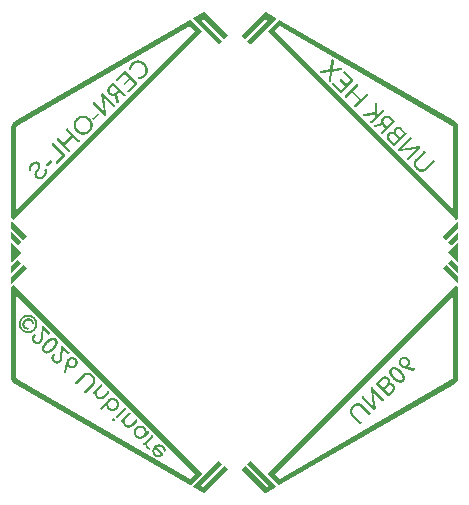
<source format=gbr>
%TF.GenerationSoftware,KiCad,Pcbnew,9.0.2+dfsg-1*%
%TF.CreationDate,2026-01-18T01:33:00+01:00*%
%TF.ProjectId,UNBRK_HEX,554e4252-4b5f-4484-9558-2e6b69636164,0.1*%
%TF.SameCoordinates,Original*%
%TF.FileFunction,Legend,Bot*%
%TF.FilePolarity,Positive*%
%FSLAX46Y46*%
G04 Gerber Fmt 4.6, Leading zero omitted, Abs format (unit mm)*
G04 Created by KiCad (PCBNEW 9.0.2+dfsg-1) date 2026-01-18 01:33:00*
%MOMM*%
%LPD*%
G01*
G04 APERTURE LIST*
%ADD10C,0.000000*%
G04 APERTURE END LIST*
D10*
G36*
X136837268Y-93218584D02*
G01*
X136842118Y-93218951D01*
X136846901Y-93219561D01*
X136851618Y-93220413D01*
X136856269Y-93221508D01*
X136860853Y-93222845D01*
X136865372Y-93224426D01*
X136869823Y-93226249D01*
X136874209Y-93228315D01*
X136878529Y-93230623D01*
X136882782Y-93233174D01*
X136886970Y-93235968D01*
X136891092Y-93239005D01*
X136895147Y-93242285D01*
X136899137Y-93245807D01*
X136903061Y-93249573D01*
X136906828Y-93253494D01*
X136910351Y-93257483D01*
X136913632Y-93261538D01*
X136916671Y-93265659D01*
X136919466Y-93269848D01*
X136922018Y-93274102D01*
X136924327Y-93278424D01*
X136926394Y-93282811D01*
X136928217Y-93287265D01*
X136929797Y-93291785D01*
X136931134Y-93296371D01*
X136932228Y-93301023D01*
X136933079Y-93305741D01*
X136933687Y-93310525D01*
X136934052Y-93315374D01*
X136934174Y-93320290D01*
X136933883Y-93325379D01*
X136933360Y-93330391D01*
X136932605Y-93335326D01*
X136931618Y-93340183D01*
X136930399Y-93344962D01*
X136928948Y-93349664D01*
X136927264Y-93354288D01*
X136925348Y-93358835D01*
X136923200Y-93363305D01*
X136920820Y-93367697D01*
X136918207Y-93372012D01*
X136915362Y-93376249D01*
X136912284Y-93380409D01*
X136908974Y-93384492D01*
X136905432Y-93388497D01*
X136901657Y-93392426D01*
X136586288Y-93707794D01*
X136582367Y-93711562D01*
X136578379Y-93715087D01*
X136574325Y-93718369D01*
X136570204Y-93721407D01*
X136566016Y-93724202D01*
X136561762Y-93726754D01*
X136557442Y-93729063D01*
X136553055Y-93731129D01*
X136548601Y-93732951D01*
X136544081Y-93734530D01*
X136539495Y-93735867D01*
X136534842Y-93736959D01*
X136530122Y-93737809D01*
X136525336Y-93738416D01*
X136520483Y-93738779D01*
X136515564Y-93738899D01*
X136510648Y-93738778D01*
X136505798Y-93738413D01*
X136501014Y-93737806D01*
X136496297Y-93736955D01*
X136491647Y-93735861D01*
X136487062Y-93734525D01*
X136482544Y-93732945D01*
X136478092Y-93731122D01*
X136473706Y-93729056D01*
X136469387Y-93726747D01*
X136465133Y-93724195D01*
X136460946Y-93721399D01*
X136456824Y-93718361D01*
X136452768Y-93715079D01*
X136448779Y-93711555D01*
X136444855Y-93707787D01*
X136441088Y-93703865D01*
X136437565Y-93699878D01*
X136434284Y-93695824D01*
X136431247Y-93691703D01*
X136428453Y-93687516D01*
X136425902Y-93683263D01*
X136423593Y-93678944D01*
X136421528Y-93674558D01*
X136419705Y-93670105D01*
X136418125Y-93665586D01*
X136416788Y-93661001D01*
X136415694Y-93656349D01*
X136414842Y-93651631D01*
X136414233Y-93646846D01*
X136413866Y-93641995D01*
X136413742Y-93637077D01*
X136413695Y-93631991D01*
X136413901Y-93626981D01*
X136414361Y-93622049D01*
X136415076Y-93617194D01*
X136416044Y-93612417D01*
X136417266Y-93607717D01*
X136418743Y-93603094D01*
X136420473Y-93598549D01*
X136422458Y-93594081D01*
X136424696Y-93589690D01*
X136427189Y-93585376D01*
X136429936Y-93581139D01*
X136432937Y-93576980D01*
X136436193Y-93572898D01*
X136439702Y-93568892D01*
X136443466Y-93564964D01*
X136758820Y-93249596D01*
X136762755Y-93245828D01*
X136766778Y-93242303D01*
X136770889Y-93239020D01*
X136775088Y-93235981D01*
X136779375Y-93233185D01*
X136783750Y-93230632D01*
X136788213Y-93228322D01*
X136792765Y-93226254D01*
X136797404Y-93224430D01*
X136802132Y-93222849D01*
X136806948Y-93221510D01*
X136811852Y-93220414D01*
X136816845Y-93219561D01*
X136821925Y-93218951D01*
X136827094Y-93218584D01*
X136832352Y-93218460D01*
X136837268Y-93218584D01*
G37*
G36*
X162838602Y-113806920D02*
G01*
X162853525Y-113807788D01*
X162868437Y-113809175D01*
X162883337Y-113811081D01*
X162898227Y-113813506D01*
X162913104Y-113816451D01*
X162927971Y-113819915D01*
X162942825Y-113823898D01*
X162957585Y-113828384D01*
X162972168Y-113833356D01*
X162986574Y-113838814D01*
X163000802Y-113844758D01*
X163014854Y-113851189D01*
X163028729Y-113858105D01*
X163042427Y-113865508D01*
X163055948Y-113873397D01*
X163069293Y-113881772D01*
X163082462Y-113890634D01*
X163095454Y-113899982D01*
X163108270Y-113909816D01*
X163120911Y-113920137D01*
X163133375Y-113930944D01*
X163145663Y-113942237D01*
X163157776Y-113954018D01*
X163169724Y-113966297D01*
X163181175Y-113978742D01*
X163192129Y-113991353D01*
X163202585Y-114004130D01*
X163212545Y-114017073D01*
X163222007Y-114030181D01*
X163230973Y-114043455D01*
X163239441Y-114056895D01*
X163247412Y-114070501D01*
X163254886Y-114084273D01*
X163261863Y-114098211D01*
X163268343Y-114112314D01*
X163274326Y-114126584D01*
X163279811Y-114141019D01*
X163284800Y-114155620D01*
X163289291Y-114170387D01*
X163293269Y-114185233D01*
X163296716Y-114200080D01*
X163299632Y-114214927D01*
X163302018Y-114229775D01*
X163303873Y-114244623D01*
X163305198Y-114259471D01*
X163305993Y-114274320D01*
X163306257Y-114289169D01*
X163305991Y-114304019D01*
X163305196Y-114318869D01*
X163303870Y-114333719D01*
X163302014Y-114348570D01*
X163299628Y-114363420D01*
X163296712Y-114378271D01*
X163293267Y-114393123D01*
X163289291Y-114407974D01*
X163285144Y-114422731D01*
X163280489Y-114437311D01*
X163275327Y-114451715D01*
X163269658Y-114465943D01*
X163263481Y-114479994D01*
X163256796Y-114493869D01*
X163249604Y-114507568D01*
X163241903Y-114521091D01*
X163233695Y-114534437D01*
X163224978Y-114547606D01*
X163215754Y-114560599D01*
X163206021Y-114573416D01*
X163195779Y-114586056D01*
X163185029Y-114598520D01*
X163173770Y-114610807D01*
X163162003Y-114622917D01*
X163137985Y-114646973D01*
X163652740Y-114774254D01*
X163656249Y-114775021D01*
X163659702Y-114775910D01*
X163663100Y-114776921D01*
X163666442Y-114778053D01*
X163669729Y-114779307D01*
X163672961Y-114780683D01*
X163676137Y-114782180D01*
X163679258Y-114783798D01*
X163682324Y-114785538D01*
X163685335Y-114787400D01*
X163688290Y-114789384D01*
X163691190Y-114791489D01*
X163694036Y-114793715D01*
X163696825Y-114796063D01*
X163699560Y-114798533D01*
X163702240Y-114801125D01*
X163705840Y-114804888D01*
X163709207Y-114808750D01*
X163712341Y-114812711D01*
X163715242Y-114816772D01*
X163717910Y-114820932D01*
X163720346Y-114825191D01*
X163722549Y-114829549D01*
X163724520Y-114834007D01*
X163726258Y-114838565D01*
X163727765Y-114843221D01*
X163729039Y-114847977D01*
X163730081Y-114852833D01*
X163730892Y-114857789D01*
X163731471Y-114862844D01*
X163731818Y-114867998D01*
X163731934Y-114873253D01*
X163731809Y-114878517D01*
X163731430Y-114883704D01*
X163730797Y-114888813D01*
X163729908Y-114893845D01*
X163728766Y-114898800D01*
X163727369Y-114903677D01*
X163725718Y-114908477D01*
X163723812Y-114913199D01*
X163721652Y-114917845D01*
X163719238Y-114922412D01*
X163716570Y-114926903D01*
X163713647Y-114931316D01*
X163710471Y-114935652D01*
X163707040Y-114939911D01*
X163703356Y-114944092D01*
X163699417Y-114948196D01*
X163694365Y-114952937D01*
X163689115Y-114957258D01*
X163683667Y-114961159D01*
X163678019Y-114964640D01*
X163672173Y-114967701D01*
X163666129Y-114970342D01*
X163659886Y-114972563D01*
X163653444Y-114974364D01*
X163646804Y-114975745D01*
X163639965Y-114976707D01*
X163632927Y-114977248D01*
X163625691Y-114977369D01*
X163618255Y-114977071D01*
X163610621Y-114976352D01*
X163602789Y-114975214D01*
X163594757Y-114973656D01*
X162739151Y-114760101D01*
X162721946Y-114755910D01*
X162704973Y-114751111D01*
X162688231Y-114745704D01*
X162671720Y-114739689D01*
X162655442Y-114733065D01*
X162639395Y-114725834D01*
X162623579Y-114717995D01*
X162607996Y-114709548D01*
X162592645Y-114700493D01*
X162577525Y-114690831D01*
X162562638Y-114680561D01*
X162547982Y-114669684D01*
X162533559Y-114658199D01*
X162519369Y-114646107D01*
X162505410Y-114633408D01*
X162491684Y-114620102D01*
X162479905Y-114607992D01*
X162468613Y-114595705D01*
X162457806Y-114583242D01*
X162447487Y-114570603D01*
X162437653Y-114557787D01*
X162428306Y-114544795D01*
X162419445Y-114531626D01*
X162411070Y-114518280D01*
X162403181Y-114504758D01*
X162395779Y-114491059D01*
X162388862Y-114477183D01*
X162382432Y-114463130D01*
X162376488Y-114448901D01*
X162371030Y-114434495D01*
X162366058Y-114419912D01*
X162361572Y-114405151D01*
X162357583Y-114390301D01*
X162354102Y-114375451D01*
X162351129Y-114360600D01*
X162348664Y-114345750D01*
X162346708Y-114330899D01*
X162345259Y-114316049D01*
X162344319Y-114301198D01*
X162343887Y-114286347D01*
X162343964Y-114271497D01*
X162344156Y-114266642D01*
X162531249Y-114266642D01*
X162531250Y-114280685D01*
X162532122Y-114294571D01*
X162533680Y-114308303D01*
X162535923Y-114321881D01*
X162538851Y-114335303D01*
X162542465Y-114348572D01*
X162546764Y-114361686D01*
X162551748Y-114374645D01*
X162557417Y-114387450D01*
X162563771Y-114400101D01*
X162570810Y-114412596D01*
X162578534Y-114424937D01*
X162586943Y-114437124D01*
X162596037Y-114449155D01*
X162605815Y-114461032D01*
X162616279Y-114472754D01*
X162627426Y-114484322D01*
X162638999Y-114495464D01*
X162650738Y-114505910D01*
X162662642Y-114515660D01*
X162674713Y-114524715D01*
X162686949Y-114533073D01*
X162699351Y-114540736D01*
X162711918Y-114547703D01*
X162724651Y-114553973D01*
X162737550Y-114559548D01*
X162750614Y-114564426D01*
X162763844Y-114568609D01*
X162777239Y-114572095D01*
X162790800Y-114574885D01*
X162804526Y-114576979D01*
X162818417Y-114578377D01*
X162832474Y-114579079D01*
X162846685Y-114579257D01*
X162860675Y-114578728D01*
X162874443Y-114577491D01*
X162887990Y-114575547D01*
X162901315Y-114572896D01*
X162914419Y-114569537D01*
X162927301Y-114565470D01*
X162939962Y-114560697D01*
X162952402Y-114555216D01*
X162964621Y-114549027D01*
X162976619Y-114542132D01*
X162988396Y-114534529D01*
X162999952Y-114526220D01*
X163011287Y-114517203D01*
X163022401Y-114507479D01*
X163033295Y-114497047D01*
X163043896Y-114485982D01*
X163053780Y-114474707D01*
X163062945Y-114463222D01*
X163071392Y-114451528D01*
X163079121Y-114439624D01*
X163086131Y-114427510D01*
X163092424Y-114415186D01*
X163097998Y-114402653D01*
X163102853Y-114389909D01*
X163106991Y-114376956D01*
X163110410Y-114363792D01*
X163113111Y-114350419D01*
X163115093Y-114336835D01*
X163116357Y-114323041D01*
X163116903Y-114309037D01*
X163116730Y-114294823D01*
X163116030Y-114280764D01*
X163114633Y-114266870D01*
X163112541Y-114253143D01*
X163109752Y-114239581D01*
X163106267Y-114226185D01*
X163102086Y-114212954D01*
X163097208Y-114199890D01*
X163091635Y-114186991D01*
X163085365Y-114174258D01*
X163078399Y-114161690D01*
X163070737Y-114149289D01*
X163062380Y-114137053D01*
X163053326Y-114124983D01*
X163043576Y-114113079D01*
X163033130Y-114101340D01*
X163021988Y-114089767D01*
X163010413Y-114078625D01*
X162998672Y-114068179D01*
X162986766Y-114058428D01*
X162974695Y-114049373D01*
X162962458Y-114041014D01*
X162950056Y-114033351D01*
X162937488Y-114026384D01*
X162924755Y-114020113D01*
X162911856Y-114014538D01*
X162898792Y-114009659D01*
X162885562Y-114005477D01*
X162872166Y-114001991D01*
X162858605Y-113999201D01*
X162844877Y-113997107D01*
X162830984Y-113995711D01*
X162816925Y-113995010D01*
X162802882Y-113995009D01*
X162789039Y-113995716D01*
X162775394Y-113997129D01*
X162761948Y-113999250D01*
X162748700Y-114002078D01*
X162735652Y-114005614D01*
X162722802Y-114009856D01*
X162710152Y-114014806D01*
X162697700Y-114020463D01*
X162685447Y-114026827D01*
X162673393Y-114033897D01*
X162661537Y-114041675D01*
X162649881Y-114050160D01*
X162638423Y-114059352D01*
X162627164Y-114069251D01*
X162616104Y-114079857D01*
X162605497Y-114090918D01*
X162595597Y-114102178D01*
X162586404Y-114113636D01*
X162577918Y-114125293D01*
X162570140Y-114137149D01*
X162563068Y-114149203D01*
X162556704Y-114161456D01*
X162551046Y-114173908D01*
X162546096Y-114186559D01*
X162541854Y-114199409D01*
X162538318Y-114212457D01*
X162535490Y-114225705D01*
X162533369Y-114239151D01*
X162531955Y-114252797D01*
X162531249Y-114266642D01*
X162344156Y-114266642D01*
X162344550Y-114256647D01*
X162345644Y-114241796D01*
X162347247Y-114226946D01*
X162349359Y-114212097D01*
X162351980Y-114197247D01*
X162355110Y-114182398D01*
X162358749Y-114167549D01*
X162363241Y-114152783D01*
X162368229Y-114138183D01*
X162373714Y-114123749D01*
X162379696Y-114109480D01*
X162386175Y-114095377D01*
X162393151Y-114081440D01*
X162400624Y-114067668D01*
X162408594Y-114054062D01*
X162417062Y-114040621D01*
X162426027Y-114027346D01*
X162435489Y-114014237D01*
X162445449Y-114001293D01*
X162455907Y-113988514D01*
X162466862Y-113975902D01*
X162478314Y-113963454D01*
X162490265Y-113951172D01*
X162502367Y-113939400D01*
X162514636Y-113928125D01*
X162527070Y-113917348D01*
X162539671Y-113907068D01*
X162552438Y-113897284D01*
X162565371Y-113887999D01*
X162578469Y-113879210D01*
X162591734Y-113870918D01*
X162605164Y-113863124D01*
X162618760Y-113855826D01*
X162632522Y-113849026D01*
X162646449Y-113842723D01*
X162660541Y-113836916D01*
X162674800Y-113831607D01*
X162689223Y-113826795D01*
X162703812Y-113822479D01*
X162718830Y-113818673D01*
X162733838Y-113815387D01*
X162748836Y-113812619D01*
X162763823Y-113810371D01*
X162778800Y-113808643D01*
X162793767Y-113807433D01*
X162808723Y-113806743D01*
X162823668Y-113806572D01*
X162838602Y-113806920D01*
G37*
G36*
X132209865Y-111206459D02*
G01*
X132215037Y-111206823D01*
X132220120Y-111207431D01*
X132225115Y-111208282D01*
X132230022Y-111209376D01*
X132234840Y-111210714D01*
X132239569Y-111212294D01*
X132244209Y-111214117D01*
X132248761Y-111216183D01*
X132253224Y-111218493D01*
X132257599Y-111221045D01*
X132261884Y-111223840D01*
X132266081Y-111226878D01*
X132270189Y-111230159D01*
X132274207Y-111233683D01*
X132278137Y-111237450D01*
X132801422Y-111760719D01*
X132805189Y-111764653D01*
X132808713Y-111768675D01*
X132811994Y-111772785D01*
X132815032Y-111776984D01*
X132817826Y-111781271D01*
X132820378Y-111785646D01*
X132822687Y-111790110D01*
X132824753Y-111794662D01*
X132826575Y-111799302D01*
X132828155Y-111804030D01*
X132829490Y-111808846D01*
X132830583Y-111813751D01*
X132831432Y-111818744D01*
X132832038Y-111823825D01*
X132832401Y-111828994D01*
X132832520Y-111834251D01*
X132832406Y-111839506D01*
X132832060Y-111844661D01*
X132831481Y-111849716D01*
X132830669Y-111854671D01*
X132829626Y-111859527D01*
X132828349Y-111864283D01*
X132826841Y-111868940D01*
X132825100Y-111873497D01*
X132823127Y-111877955D01*
X132820922Y-111882313D01*
X132818485Y-111886572D01*
X132815817Y-111890732D01*
X132812917Y-111894793D01*
X132809785Y-111898754D01*
X132806421Y-111902617D01*
X132802826Y-111906380D01*
X132799063Y-111909975D01*
X132795201Y-111913338D01*
X132791239Y-111916470D01*
X132787179Y-111919371D01*
X132783019Y-111922039D01*
X132778760Y-111924476D01*
X132774401Y-111926681D01*
X132769943Y-111928654D01*
X132765386Y-111930394D01*
X132760729Y-111931903D01*
X132755973Y-111933179D01*
X132751117Y-111934223D01*
X132746162Y-111935035D01*
X132741107Y-111935614D01*
X132735952Y-111935960D01*
X132730698Y-111936073D01*
X132725440Y-111935954D01*
X132720271Y-111935592D01*
X132715189Y-111934985D01*
X132710196Y-111934136D01*
X132705291Y-111933042D01*
X132700474Y-111931706D01*
X132695745Y-111930126D01*
X132691105Y-111928303D01*
X132686553Y-111926236D01*
X132682089Y-111923927D01*
X132677714Y-111921374D01*
X132673427Y-111918579D01*
X132669229Y-111915540D01*
X132665119Y-111912259D01*
X132661098Y-111908735D01*
X132657166Y-111904968D01*
X132261185Y-111508987D01*
X132217346Y-112200539D01*
X132215203Y-112228976D01*
X132212308Y-112257018D01*
X132208662Y-112284662D01*
X132204266Y-112311910D01*
X132199118Y-112338760D01*
X132193219Y-112365212D01*
X132186569Y-112391267D01*
X132179169Y-112416924D01*
X132175156Y-112429837D01*
X132170902Y-112442420D01*
X132166404Y-112454671D01*
X132161664Y-112466592D01*
X132156681Y-112478181D01*
X132151456Y-112489439D01*
X132145987Y-112500366D01*
X132140276Y-112510962D01*
X132134322Y-112521226D01*
X132128124Y-112531159D01*
X132121683Y-112540760D01*
X132115000Y-112550030D01*
X132108072Y-112558968D01*
X132100902Y-112567575D01*
X132093488Y-112575850D01*
X132085831Y-112583794D01*
X132073052Y-112596264D01*
X132060174Y-112608215D01*
X132047197Y-112619646D01*
X132034121Y-112630557D01*
X132020945Y-112640949D01*
X132007670Y-112650821D01*
X131994295Y-112660173D01*
X131980822Y-112669006D01*
X131967249Y-112677320D01*
X131953576Y-112685113D01*
X131939805Y-112692387D01*
X131925935Y-112699141D01*
X131911965Y-112705376D01*
X131897896Y-112711091D01*
X131883728Y-112716287D01*
X131869461Y-112720963D01*
X131855147Y-112725466D01*
X131840844Y-112729428D01*
X131826553Y-112732848D01*
X131812272Y-112735728D01*
X131798003Y-112738066D01*
X131783744Y-112739863D01*
X131769497Y-112741119D01*
X131755260Y-112741833D01*
X131741035Y-112742005D01*
X131726821Y-112741637D01*
X131712618Y-112740726D01*
X131698426Y-112739274D01*
X131684245Y-112737281D01*
X131670076Y-112734746D01*
X131655917Y-112731669D01*
X131641769Y-112728050D01*
X131627868Y-112724081D01*
X131614100Y-112719604D01*
X131600464Y-112714620D01*
X131586961Y-112709127D01*
X131573591Y-112703126D01*
X131560353Y-112696618D01*
X131547249Y-112689601D01*
X131534277Y-112682076D01*
X131521438Y-112674044D01*
X131508732Y-112665503D01*
X131496159Y-112656454D01*
X131483719Y-112646896D01*
X131471411Y-112636831D01*
X131459237Y-112626257D01*
X131447196Y-112615175D01*
X131435287Y-112603584D01*
X131423684Y-112591639D01*
X131412567Y-112579496D01*
X131401936Y-112567154D01*
X131391793Y-112554614D01*
X131382136Y-112541875D01*
X131372966Y-112528938D01*
X131364282Y-112515802D01*
X131356085Y-112502467D01*
X131348374Y-112488933D01*
X131341148Y-112475201D01*
X131334409Y-112461269D01*
X131328156Y-112447137D01*
X131322388Y-112432807D01*
X131317106Y-112418277D01*
X131312310Y-112403548D01*
X131307999Y-112388618D01*
X131304359Y-112373766D01*
X131301217Y-112358901D01*
X131298571Y-112344026D01*
X131296423Y-112329139D01*
X131294772Y-112314242D01*
X131293619Y-112299333D01*
X131292962Y-112284413D01*
X131292803Y-112269482D01*
X131293141Y-112254539D01*
X131293976Y-112239586D01*
X131295309Y-112224622D01*
X131297139Y-112209646D01*
X131299466Y-112194660D01*
X131302291Y-112179663D01*
X131305613Y-112164655D01*
X131309433Y-112149635D01*
X131313742Y-112134710D01*
X131318536Y-112119983D01*
X131323817Y-112105455D01*
X131329583Y-112091126D01*
X131335836Y-112076996D01*
X131342575Y-112063064D01*
X131349800Y-112049331D01*
X131357512Y-112035796D01*
X131365709Y-112022461D01*
X131374393Y-112009324D01*
X131383563Y-111996386D01*
X131393219Y-111983646D01*
X131403361Y-111971106D01*
X131413990Y-111958764D01*
X131425105Y-111946621D01*
X131436707Y-111934677D01*
X131440298Y-111931253D01*
X131443999Y-111928049D01*
X131447811Y-111925065D01*
X131451733Y-111922303D01*
X131455765Y-111919761D01*
X131459908Y-111917440D01*
X131464161Y-111915340D01*
X131468525Y-111913461D01*
X131472999Y-111911803D01*
X131477584Y-111910366D01*
X131482279Y-111909151D01*
X131487085Y-111908157D01*
X131492001Y-111907384D01*
X131497029Y-111906833D01*
X131502167Y-111906503D01*
X131507416Y-111906395D01*
X131512670Y-111906511D01*
X131517825Y-111906859D01*
X131522880Y-111907438D01*
X131527835Y-111908249D01*
X131532691Y-111909293D01*
X131537447Y-111910568D01*
X131542103Y-111912075D01*
X131546659Y-111913815D01*
X131551117Y-111915786D01*
X131555474Y-111917990D01*
X131559732Y-111920425D01*
X131563890Y-111923093D01*
X131567949Y-111925994D01*
X131571908Y-111929126D01*
X131575768Y-111932491D01*
X131579529Y-111936089D01*
X131583293Y-111940017D01*
X131586802Y-111944022D01*
X131590058Y-111948105D01*
X131593059Y-111952265D01*
X131595806Y-111956502D01*
X131598299Y-111960817D01*
X131600537Y-111965209D01*
X131602522Y-111969679D01*
X131604252Y-111974226D01*
X131605729Y-111978850D01*
X131606951Y-111983552D01*
X131607919Y-111988332D01*
X131608634Y-111993188D01*
X131609094Y-111998123D01*
X131609300Y-112003135D01*
X131609253Y-112008224D01*
X131609140Y-112013471D01*
X131608806Y-112018607D01*
X131608253Y-112023633D01*
X131607478Y-112028549D01*
X131606483Y-112033354D01*
X131605267Y-112038049D01*
X131603830Y-112042634D01*
X131602173Y-112047109D01*
X131600294Y-112051473D01*
X131598194Y-112055726D01*
X131595874Y-112059869D01*
X131593331Y-112063902D01*
X131590568Y-112067824D01*
X131587583Y-112071635D01*
X131584376Y-112075336D01*
X131580948Y-112078926D01*
X131574354Y-112085710D01*
X131568003Y-112092626D01*
X131561895Y-112099675D01*
X131556029Y-112106856D01*
X131550406Y-112114170D01*
X131545026Y-112121616D01*
X131539889Y-112129195D01*
X131534994Y-112136907D01*
X131530343Y-112144751D01*
X131525934Y-112152728D01*
X131521769Y-112160838D01*
X131517847Y-112169082D01*
X131514169Y-112177458D01*
X131510733Y-112185967D01*
X131507541Y-112194609D01*
X131504593Y-112203384D01*
X131502092Y-112212392D01*
X131499889Y-112221388D01*
X131497984Y-112230375D01*
X131496377Y-112239351D01*
X131495067Y-112248316D01*
X131494055Y-112257271D01*
X131493341Y-112266215D01*
X131492926Y-112275148D01*
X131492808Y-112284071D01*
X131492988Y-112292982D01*
X131493467Y-112301882D01*
X131494244Y-112310771D01*
X131495319Y-112319649D01*
X131496693Y-112328516D01*
X131498365Y-112337371D01*
X131500336Y-112346214D01*
X131502425Y-112355150D01*
X131504801Y-112363931D01*
X131507464Y-112372558D01*
X131510415Y-112381031D01*
X131513653Y-112389350D01*
X131517178Y-112397514D01*
X131520990Y-112405524D01*
X131525089Y-112413380D01*
X131529476Y-112421081D01*
X131534149Y-112428627D01*
X131539110Y-112436019D01*
X131544358Y-112443257D01*
X131549893Y-112450339D01*
X131555716Y-112457267D01*
X131561825Y-112464040D01*
X131568222Y-112470657D01*
X131578553Y-112480558D01*
X131589040Y-112489751D01*
X131599680Y-112498237D01*
X131610476Y-112506015D01*
X131621426Y-112513087D01*
X131632531Y-112519451D01*
X131643791Y-112525108D01*
X131655205Y-112530058D01*
X131666773Y-112534301D01*
X131678496Y-112537836D01*
X131690374Y-112540664D01*
X131702405Y-112542785D01*
X131714592Y-112544199D01*
X131726932Y-112544906D01*
X131739426Y-112544905D01*
X131752075Y-112544197D01*
X131764932Y-112542980D01*
X131777701Y-112541101D01*
X131790382Y-112538559D01*
X131802975Y-112535355D01*
X131815481Y-112531487D01*
X131827899Y-112526957D01*
X131840228Y-112521765D01*
X131852470Y-112515909D01*
X131864624Y-112509391D01*
X131876690Y-112502209D01*
X131888668Y-112494365D01*
X131900558Y-112485858D01*
X131912360Y-112476688D01*
X131924073Y-112466854D01*
X131935698Y-112456358D01*
X131947235Y-112445198D01*
X131956359Y-112435376D01*
X131964997Y-112424648D01*
X131973149Y-112413014D01*
X131980815Y-112400474D01*
X131987995Y-112387027D01*
X131994690Y-112372674D01*
X132000898Y-112357415D01*
X132006620Y-112341250D01*
X132011857Y-112324180D01*
X132016608Y-112306203D01*
X132020873Y-112287320D01*
X132024652Y-112267532D01*
X132027946Y-112246838D01*
X132030754Y-112225238D01*
X132033076Y-112202732D01*
X132034912Y-112179321D01*
X132102783Y-111308159D01*
X132102905Y-111303242D01*
X132103269Y-111298392D01*
X132103876Y-111293607D01*
X132104726Y-111288889D01*
X132105820Y-111284237D01*
X132107156Y-111279651D01*
X132108735Y-111275131D01*
X132110558Y-111270678D01*
X132112623Y-111266290D01*
X132114932Y-111261970D01*
X132117484Y-111257715D01*
X132120280Y-111253528D01*
X132123319Y-111249406D01*
X132126601Y-111245352D01*
X132130127Y-111241363D01*
X132133896Y-111237442D01*
X132137651Y-111233840D01*
X132141495Y-111230460D01*
X132145427Y-111227300D01*
X132149448Y-111224361D01*
X132153558Y-111221644D01*
X132157756Y-111219147D01*
X132162043Y-111216872D01*
X132166418Y-111214817D01*
X132170882Y-111212983D01*
X132175434Y-111211371D01*
X132180075Y-111209979D01*
X132184804Y-111208809D01*
X132189622Y-111207859D01*
X132194528Y-111207131D01*
X132199522Y-111206623D01*
X132204605Y-111206337D01*
X132209865Y-111206459D01*
G37*
G36*
X133054632Y-95709052D02*
G01*
X133059799Y-95709417D01*
X133064879Y-95710025D01*
X133069870Y-95710875D01*
X133074774Y-95711969D01*
X133079590Y-95713306D01*
X133084319Y-95714885D01*
X133088959Y-95716708D01*
X133093511Y-95718774D01*
X133097975Y-95721083D01*
X133102351Y-95723635D01*
X133106639Y-95726431D01*
X133110839Y-95729469D01*
X133114951Y-95732751D01*
X133118974Y-95736276D01*
X133122910Y-95740044D01*
X134080322Y-96697456D01*
X134084095Y-96701386D01*
X134087635Y-96705392D01*
X134090944Y-96709476D01*
X134094020Y-96713637D01*
X134096865Y-96717875D01*
X134099478Y-96722190D01*
X134101859Y-96726581D01*
X134104008Y-96731050D01*
X134105924Y-96735597D01*
X134107609Y-96740220D01*
X134109061Y-96744920D01*
X134110281Y-96749697D01*
X134111269Y-96754552D01*
X134112025Y-96759483D01*
X134112548Y-96764491D01*
X134112839Y-96769577D01*
X134112715Y-96774836D01*
X134112348Y-96780006D01*
X134111739Y-96785089D01*
X134110887Y-96790083D01*
X134109793Y-96794989D01*
X134108455Y-96799806D01*
X134106876Y-96804535D01*
X134105053Y-96809175D01*
X134102987Y-96813727D01*
X134100679Y-96818191D01*
X134098128Y-96822566D01*
X134095334Y-96826852D01*
X134092296Y-96831049D01*
X134089016Y-96835158D01*
X134085493Y-96839178D01*
X134081726Y-96843109D01*
X133496216Y-97428574D01*
X133492284Y-97432342D01*
X133488263Y-97435867D01*
X133484154Y-97439149D01*
X133479957Y-97442189D01*
X133475671Y-97444986D01*
X133471297Y-97447539D01*
X133466835Y-97449850D01*
X133462284Y-97451918D01*
X133457645Y-97453742D01*
X133452918Y-97455324D01*
X133448102Y-97456663D01*
X133443198Y-97457758D01*
X133438206Y-97458611D01*
X133433125Y-97459220D01*
X133427956Y-97459586D01*
X133422699Y-97459709D01*
X133417441Y-97459588D01*
X133412272Y-97459223D01*
X133407191Y-97458616D01*
X133402197Y-97457765D01*
X133397292Y-97456671D01*
X133392475Y-97455335D01*
X133387747Y-97453755D01*
X133383106Y-97451932D01*
X133378554Y-97449866D01*
X133374090Y-97447557D01*
X133369715Y-97445005D01*
X133365428Y-97442209D01*
X133361230Y-97439171D01*
X133357120Y-97435889D01*
X133353099Y-97432364D01*
X133349167Y-97428596D01*
X133345398Y-97424663D01*
X133341872Y-97420641D01*
X133338590Y-97416530D01*
X133335551Y-97412332D01*
X133332755Y-97408045D01*
X133330203Y-97403670D01*
X133327894Y-97399206D01*
X133325829Y-97394654D01*
X133324006Y-97390014D01*
X133322427Y-97385286D01*
X133321090Y-97380470D01*
X133319997Y-97375565D01*
X133319147Y-97370572D01*
X133318540Y-97365491D01*
X133318176Y-97360322D01*
X133318054Y-97355064D01*
X133318176Y-97349806D01*
X133318541Y-97344636D01*
X133319149Y-97339554D01*
X133320000Y-97334561D01*
X133321094Y-97329656D01*
X133322432Y-97324839D01*
X133324012Y-97320111D01*
X133325836Y-97315472D01*
X133327903Y-97310920D01*
X133330214Y-97306457D01*
X133332767Y-97302083D01*
X133335564Y-97297796D01*
X133338603Y-97293598D01*
X133341887Y-97289488D01*
X133345413Y-97285466D01*
X133349182Y-97281532D01*
X133861130Y-96769592D01*
X132977234Y-95885712D01*
X132973467Y-95881777D01*
X132969943Y-95877753D01*
X132966662Y-95873642D01*
X132963624Y-95869443D01*
X132960829Y-95865155D01*
X132958277Y-95860779D01*
X132955968Y-95856316D01*
X132953901Y-95851764D01*
X132952078Y-95847124D01*
X132950498Y-95842396D01*
X132949161Y-95837580D01*
X132948066Y-95832676D01*
X132947215Y-95827684D01*
X132946608Y-95822604D01*
X132946243Y-95817436D01*
X132946121Y-95812180D01*
X132946245Y-95806921D01*
X132946613Y-95801750D01*
X132947223Y-95796668D01*
X132948075Y-95791674D01*
X132949171Y-95786769D01*
X132950509Y-95781952D01*
X132952091Y-95777223D01*
X132953915Y-95772582D01*
X132955982Y-95768030D01*
X132958291Y-95763565D01*
X132960844Y-95759189D01*
X132963639Y-95754902D01*
X132966677Y-95750702D01*
X132969959Y-95746591D01*
X132973482Y-95742567D01*
X132977249Y-95738632D01*
X132981012Y-95735036D01*
X132984875Y-95731672D01*
X132988836Y-95728541D01*
X132992897Y-95725641D01*
X132997056Y-95722974D01*
X133001316Y-95720538D01*
X133005674Y-95718335D01*
X133010132Y-95716363D01*
X133014689Y-95714623D01*
X133019346Y-95713115D01*
X133024102Y-95711839D01*
X133028958Y-95710794D01*
X133033913Y-95709981D01*
X133038968Y-95709400D01*
X133044123Y-95709050D01*
X133049377Y-95708931D01*
X133054632Y-95709052D01*
G37*
G36*
X142075490Y-121226155D02*
G01*
X142093273Y-121227332D01*
X142111066Y-121229116D01*
X142128870Y-121231508D01*
X142146685Y-121234508D01*
X142164511Y-121238116D01*
X142182348Y-121242331D01*
X142200195Y-121247154D01*
X142217777Y-121252746D01*
X142235159Y-121258912D01*
X142252342Y-121265652D01*
X142269326Y-121272967D01*
X142286111Y-121280857D01*
X142302696Y-121289321D01*
X142319083Y-121298359D01*
X142335270Y-121307971D01*
X142351258Y-121318158D01*
X142367047Y-121328918D01*
X142382636Y-121340254D01*
X142398026Y-121352163D01*
X142413218Y-121364646D01*
X142428210Y-121377703D01*
X142443002Y-121391335D01*
X142457596Y-121405540D01*
X142465655Y-121413790D01*
X142473570Y-121422272D01*
X142481342Y-121430985D01*
X142488970Y-121439930D01*
X142496454Y-121449107D01*
X142503795Y-121458516D01*
X142510992Y-121468156D01*
X142518045Y-121478028D01*
X142524955Y-121488132D01*
X142531722Y-121498468D01*
X142538344Y-121509036D01*
X142544823Y-121519836D01*
X142551159Y-121530867D01*
X142557351Y-121542131D01*
X142563400Y-121553626D01*
X142569305Y-121565353D01*
X142580735Y-121589242D01*
X142586002Y-121601070D01*
X142590970Y-121612821D01*
X142595639Y-121624494D01*
X142600009Y-121636090D01*
X142604081Y-121647608D01*
X142607855Y-121659049D01*
X142611330Y-121670413D01*
X142614506Y-121681699D01*
X142617385Y-121692908D01*
X142619965Y-121704040D01*
X142622247Y-121715094D01*
X142624231Y-121726072D01*
X142625916Y-121736972D01*
X142627304Y-121747795D01*
X142627889Y-121752689D01*
X142628231Y-121757473D01*
X142628330Y-121762146D01*
X142628186Y-121766709D01*
X142627798Y-121771161D01*
X142627168Y-121775503D01*
X142626294Y-121779734D01*
X142625177Y-121783854D01*
X142623818Y-121787864D01*
X142622215Y-121791764D01*
X142620370Y-121795552D01*
X142618281Y-121799230D01*
X142615950Y-121802798D01*
X142613375Y-121806254D01*
X142610558Y-121809600D01*
X142607498Y-121812836D01*
X142604062Y-121816074D01*
X142600471Y-121819070D01*
X142596725Y-121821822D01*
X142592824Y-121824331D01*
X142588769Y-121826597D01*
X142584559Y-121828620D01*
X142580194Y-121830400D01*
X142575674Y-121831936D01*
X142571000Y-121833229D01*
X142566171Y-121834279D01*
X142561187Y-121835086D01*
X142556049Y-121835649D01*
X142550756Y-121835970D01*
X142545309Y-121836047D01*
X142539707Y-121835881D01*
X142533951Y-121835472D01*
X142530253Y-121835197D01*
X142526577Y-121834722D01*
X142522922Y-121834049D01*
X142519289Y-121833176D01*
X142515677Y-121832105D01*
X142512087Y-121830834D01*
X142508518Y-121829365D01*
X142504971Y-121827697D01*
X142501445Y-121825830D01*
X142497942Y-121823763D01*
X142494460Y-121821498D01*
X142491001Y-121819034D01*
X142487564Y-121816372D01*
X142484149Y-121813510D01*
X142480757Y-121810449D01*
X142477386Y-121807190D01*
X142474119Y-121803799D01*
X142471028Y-121800342D01*
X142468113Y-121796818D01*
X142465375Y-121793228D01*
X142462814Y-121789571D01*
X142460429Y-121785848D01*
X142458220Y-121782058D01*
X142456188Y-121778202D01*
X142454332Y-121774279D01*
X142452653Y-121770290D01*
X142451149Y-121766234D01*
X142449822Y-121762112D01*
X142448671Y-121757923D01*
X142447696Y-121753667D01*
X142446897Y-121749345D01*
X142446274Y-121744957D01*
X142445296Y-121738378D01*
X142444130Y-121731722D01*
X142442777Y-121724988D01*
X142441236Y-121718176D01*
X142439507Y-121711288D01*
X142437590Y-121704322D01*
X142433193Y-121690158D01*
X142428046Y-121675685D01*
X142422147Y-121660902D01*
X142415497Y-121645810D01*
X142408096Y-121630409D01*
X142404333Y-121622881D01*
X142400471Y-121615495D01*
X142396509Y-121608253D01*
X142392449Y-121601154D01*
X142388289Y-121594199D01*
X142384029Y-121587387D01*
X142379670Y-121580719D01*
X142375212Y-121574194D01*
X142370654Y-121567813D01*
X142365996Y-121561575D01*
X142361238Y-121555481D01*
X142356381Y-121549531D01*
X142351424Y-121543725D01*
X142346367Y-121538062D01*
X142341210Y-121532543D01*
X142335953Y-121527168D01*
X142322407Y-121514096D01*
X142308641Y-121501754D01*
X142294654Y-121490141D01*
X142280446Y-121479257D01*
X142266017Y-121469104D01*
X142251367Y-121459679D01*
X142236497Y-121450984D01*
X142221405Y-121443019D01*
X142206092Y-121435783D01*
X142190559Y-121429277D01*
X142174804Y-121423499D01*
X142158828Y-121418452D01*
X142142631Y-121414134D01*
X142126213Y-121410545D01*
X142109573Y-121407686D01*
X142092712Y-121405556D01*
X142075998Y-121404338D01*
X142059438Y-121403872D01*
X142043032Y-121404157D01*
X142026781Y-121405194D01*
X142010683Y-121406982D01*
X141994740Y-121409522D01*
X141978952Y-121412813D01*
X141963318Y-121416856D01*
X141947838Y-121421650D01*
X141932513Y-121427196D01*
X141917343Y-121433493D01*
X141902327Y-121440541D01*
X141887466Y-121448341D01*
X141872760Y-121456893D01*
X141858208Y-121466196D01*
X141843811Y-121476250D01*
X142381210Y-122013641D01*
X142384642Y-122017207D01*
X142387863Y-122020827D01*
X142390874Y-122024502D01*
X142393676Y-122028233D01*
X142396267Y-122032018D01*
X142398649Y-122035859D01*
X142400821Y-122039755D01*
X142402782Y-122043706D01*
X142404534Y-122047712D01*
X142406076Y-122051773D01*
X142407408Y-122055890D01*
X142408530Y-122060062D01*
X142409442Y-122064289D01*
X142410145Y-122068571D01*
X142410637Y-122072908D01*
X142410919Y-122077301D01*
X142410814Y-122081857D01*
X142410499Y-122086336D01*
X142409975Y-122090738D01*
X142409240Y-122095062D01*
X142408295Y-122099309D01*
X142407140Y-122103479D01*
X142405776Y-122107572D01*
X142404202Y-122111588D01*
X142402417Y-122115526D01*
X142400423Y-122119387D01*
X142398219Y-122123170D01*
X142395804Y-122126877D01*
X142393180Y-122130506D01*
X142390346Y-122134058D01*
X142387302Y-122137533D01*
X142384048Y-122140930D01*
X142384048Y-122140923D01*
X142370015Y-122154622D01*
X142355849Y-122167791D01*
X142341550Y-122180430D01*
X142327120Y-122192538D01*
X142312556Y-122204117D01*
X142297861Y-122215164D01*
X142283033Y-122225682D01*
X142268072Y-122235669D01*
X142252979Y-122245126D01*
X142237753Y-122254053D01*
X142222395Y-122262449D01*
X142206905Y-122270316D01*
X142191281Y-122277652D01*
X142175525Y-122284457D01*
X142159637Y-122290733D01*
X142143616Y-122296478D01*
X142127534Y-122301666D01*
X142111463Y-122306268D01*
X142095404Y-122310284D01*
X142079357Y-122313715D01*
X142063320Y-122316560D01*
X142047295Y-122318819D01*
X142031281Y-122320493D01*
X142015278Y-122321582D01*
X141999286Y-122322085D01*
X141983305Y-122322002D01*
X141967335Y-122321334D01*
X141951376Y-122320081D01*
X141935428Y-122318242D01*
X141919491Y-122315817D01*
X141903565Y-122312807D01*
X141887650Y-122309212D01*
X141871814Y-122305020D01*
X141856121Y-122300220D01*
X141840572Y-122294812D01*
X141825166Y-122288797D01*
X141809903Y-122282174D01*
X141794783Y-122274943D01*
X141779807Y-122267105D01*
X141764975Y-122258658D01*
X141750286Y-122249604D01*
X141735740Y-122239943D01*
X141721339Y-122229674D01*
X141707081Y-122218797D01*
X141692967Y-122207312D01*
X141678997Y-122195220D01*
X141665171Y-122182520D01*
X141651489Y-122169212D01*
X141637986Y-122155313D01*
X141625058Y-122141193D01*
X141612705Y-122126851D01*
X141600926Y-122112288D01*
X141589722Y-122097505D01*
X141579092Y-122082500D01*
X141569037Y-122067274D01*
X141559557Y-122051827D01*
X141550651Y-122036160D01*
X141542320Y-122020271D01*
X141534563Y-122004162D01*
X141527380Y-121987832D01*
X141520772Y-121971281D01*
X141514739Y-121954509D01*
X141509279Y-121937517D01*
X141504395Y-121920303D01*
X141500104Y-121903317D01*
X141496420Y-121886297D01*
X141493344Y-121869244D01*
X141490876Y-121852158D01*
X141489015Y-121835039D01*
X141487762Y-121817887D01*
X141487381Y-121807752D01*
X141660840Y-121807752D01*
X141661392Y-121822746D01*
X141662821Y-121837877D01*
X141664991Y-121852863D01*
X141667901Y-121867706D01*
X141671551Y-121882406D01*
X141675942Y-121896962D01*
X141681074Y-121911374D01*
X141686946Y-121925643D01*
X141693558Y-121939768D01*
X141700910Y-121953749D01*
X141709003Y-121967587D01*
X141717836Y-121981282D01*
X141727409Y-121994833D01*
X141737722Y-122008240D01*
X141748775Y-122021503D01*
X141760569Y-122034623D01*
X141773102Y-122047600D01*
X141784852Y-122058907D01*
X141796768Y-122069496D01*
X141808849Y-122079366D01*
X141821096Y-122088519D01*
X141833509Y-122096954D01*
X141846087Y-122104671D01*
X141858832Y-122111670D01*
X141871742Y-122117951D01*
X141884819Y-122123514D01*
X141898061Y-122128359D01*
X141911469Y-122132486D01*
X141925044Y-122135895D01*
X141938784Y-122138586D01*
X141952691Y-122140558D01*
X141966764Y-122141813D01*
X141981003Y-122142349D01*
X141995292Y-122142201D01*
X142009526Y-122141400D01*
X142023706Y-122139948D01*
X142037831Y-122137843D01*
X142051900Y-122135087D01*
X142065915Y-122131679D01*
X142079874Y-122127619D01*
X142093779Y-122122907D01*
X142107628Y-122117543D01*
X142121421Y-122111527D01*
X142135160Y-122104860D01*
X142148843Y-122097540D01*
X142162470Y-122089569D01*
X142176042Y-122080946D01*
X142189558Y-122071671D01*
X142203018Y-122061745D01*
X141732086Y-121590805D01*
X141722696Y-121604807D01*
X141713969Y-121618874D01*
X141705905Y-121633007D01*
X141698503Y-121647205D01*
X141691765Y-121661470D01*
X141685690Y-121675800D01*
X141680277Y-121690196D01*
X141675528Y-121704659D01*
X141671441Y-121719187D01*
X141668017Y-121733782D01*
X141665256Y-121748443D01*
X141663158Y-121763170D01*
X141661722Y-121777964D01*
X141660949Y-121792825D01*
X141660840Y-121807752D01*
X141487381Y-121807752D01*
X141487116Y-121800701D01*
X141487078Y-121783483D01*
X141487647Y-121766231D01*
X141488823Y-121748946D01*
X141490607Y-121731628D01*
X141492998Y-121714276D01*
X141495997Y-121696892D01*
X141499603Y-121679474D01*
X141503816Y-121662023D01*
X141508636Y-121644539D01*
X141514045Y-121627484D01*
X141520018Y-121610617D01*
X141526554Y-121593939D01*
X141533653Y-121577449D01*
X141541316Y-121561147D01*
X141549543Y-121545033D01*
X141558333Y-121529107D01*
X141567686Y-121513369D01*
X141577603Y-121497818D01*
X141588083Y-121482456D01*
X141599127Y-121467282D01*
X141610734Y-121452295D01*
X141622905Y-121437496D01*
X141635639Y-121422885D01*
X141648936Y-121408462D01*
X141662796Y-121394226D01*
X141677043Y-121380377D01*
X141691500Y-121367113D01*
X141706167Y-121354435D01*
X141721044Y-121342342D01*
X141736130Y-121330834D01*
X141751427Y-121319913D01*
X141766934Y-121309576D01*
X141782650Y-121299826D01*
X141798576Y-121290661D01*
X141814713Y-121282081D01*
X141831059Y-121274088D01*
X141847615Y-121266680D01*
X141864381Y-121259857D01*
X141881357Y-121253621D01*
X141898543Y-121247970D01*
X141915939Y-121242905D01*
X141933623Y-121238614D01*
X141951318Y-121234930D01*
X141969024Y-121231854D01*
X141986741Y-121229385D01*
X142004469Y-121227524D01*
X142022208Y-121226270D01*
X142039957Y-121225624D01*
X142057718Y-121225586D01*
X142075490Y-121226155D01*
G37*
G36*
X140295067Y-88722700D02*
G01*
X140320181Y-88723651D01*
X140345316Y-88725441D01*
X140370474Y-88728070D01*
X140395655Y-88731540D01*
X140420857Y-88735849D01*
X140446082Y-88740998D01*
X140471328Y-88746986D01*
X140496597Y-88753815D01*
X140521523Y-88761272D01*
X140546095Y-88769503D01*
X140570314Y-88778508D01*
X140594178Y-88788286D01*
X140617690Y-88798837D01*
X140640847Y-88810161D01*
X140663651Y-88822259D01*
X140686102Y-88835131D01*
X140708199Y-88848775D01*
X140729942Y-88863193D01*
X140751333Y-88878385D01*
X140772369Y-88894350D01*
X140793052Y-88911088D01*
X140813382Y-88928599D01*
X140833359Y-88946884D01*
X140852982Y-88965942D01*
X140872216Y-88985743D01*
X140890678Y-89005897D01*
X140908366Y-89026404D01*
X140925282Y-89047264D01*
X140941424Y-89068478D01*
X140956794Y-89090045D01*
X140971390Y-89111966D01*
X140985212Y-89134240D01*
X140998262Y-89156868D01*
X141010538Y-89179849D01*
X141022040Y-89203183D01*
X141032769Y-89226871D01*
X141042724Y-89250912D01*
X141051906Y-89275307D01*
X141060313Y-89300055D01*
X141067947Y-89325157D01*
X141074775Y-89350425D01*
X141080762Y-89375670D01*
X141085910Y-89400894D01*
X141090218Y-89426095D01*
X141093686Y-89451275D01*
X141096315Y-89476432D01*
X141098105Y-89501568D01*
X141099054Y-89526681D01*
X141099165Y-89551772D01*
X141098435Y-89576841D01*
X141096867Y-89601888D01*
X141094458Y-89626913D01*
X141091211Y-89651916D01*
X141087124Y-89676897D01*
X141082197Y-89701855D01*
X141076431Y-89726791D01*
X141069674Y-89751701D01*
X141062132Y-89776223D01*
X141053806Y-89800359D01*
X141044696Y-89824109D01*
X141034802Y-89847472D01*
X141024124Y-89870448D01*
X141012661Y-89893037D01*
X141000414Y-89915239D01*
X140987382Y-89937055D01*
X140973566Y-89958484D01*
X140958966Y-89979526D01*
X140943580Y-90000181D01*
X140927410Y-90020450D01*
X140910456Y-90040331D01*
X140892716Y-90059826D01*
X140874191Y-90078934D01*
X140874194Y-90078939D01*
X140874196Y-90078944D01*
X140874200Y-90078953D01*
X140874207Y-90078967D01*
X140874209Y-90078973D01*
X140874211Y-90078977D01*
X140874213Y-90078980D01*
X140874215Y-90078983D01*
X140874217Y-90078987D01*
X140874219Y-90078991D01*
X140874222Y-90078995D01*
X140849683Y-90102572D01*
X140824503Y-90124868D01*
X140798682Y-90145883D01*
X140772221Y-90165615D01*
X140745118Y-90184066D01*
X140717375Y-90201235D01*
X140688991Y-90217123D01*
X140659966Y-90231729D01*
X140630300Y-90245053D01*
X140599993Y-90257095D01*
X140569045Y-90267856D01*
X140537457Y-90277336D01*
X140505227Y-90285533D01*
X140472357Y-90292449D01*
X140438846Y-90298084D01*
X140404694Y-90302437D01*
X140399098Y-90302321D01*
X140393624Y-90301973D01*
X140388272Y-90301392D01*
X140383041Y-90300580D01*
X140377932Y-90299536D01*
X140372945Y-90298259D01*
X140368079Y-90296751D01*
X140363335Y-90295011D01*
X140358712Y-90293038D01*
X140354211Y-90290834D01*
X140349831Y-90288397D01*
X140345573Y-90285729D01*
X140341437Y-90282828D01*
X140337422Y-90279696D01*
X140333529Y-90276332D01*
X140329758Y-90272736D01*
X140325988Y-90268824D01*
X140322463Y-90264868D01*
X140319180Y-90260869D01*
X140316141Y-90256825D01*
X140313346Y-90252737D01*
X140310793Y-90248606D01*
X140308484Y-90244430D01*
X140306417Y-90240210D01*
X140304594Y-90235945D01*
X140303014Y-90231637D01*
X140301676Y-90227284D01*
X140300582Y-90222887D01*
X140299730Y-90218446D01*
X140299121Y-90213961D01*
X140298754Y-90209431D01*
X140298630Y-90204857D01*
X140298391Y-90200297D01*
X140298384Y-90195814D01*
X140298610Y-90191409D01*
X140299068Y-90187082D01*
X140299757Y-90182833D01*
X140300679Y-90178661D01*
X140301833Y-90174567D01*
X140303219Y-90170550D01*
X140304837Y-90166611D01*
X140306687Y-90162750D01*
X140308769Y-90158965D01*
X140311084Y-90155259D01*
X140313630Y-90151629D01*
X140316409Y-90148077D01*
X140319420Y-90144602D01*
X140322662Y-90141205D01*
X140325561Y-90138438D01*
X140328604Y-90135792D01*
X140331791Y-90133268D01*
X140335121Y-90130865D01*
X140338596Y-90128584D01*
X140342214Y-90126424D01*
X140345976Y-90124386D01*
X140349882Y-90122469D01*
X140353931Y-90120674D01*
X140358124Y-90119000D01*
X140362461Y-90117447D01*
X140366940Y-90116016D01*
X140371563Y-90114706D01*
X140376330Y-90113517D01*
X140381239Y-90112450D01*
X140386292Y-90111504D01*
X140413196Y-90107205D01*
X140439460Y-90102089D01*
X140465083Y-90096155D01*
X140490064Y-90089403D01*
X140514405Y-90081833D01*
X140538104Y-90073446D01*
X140561162Y-90064241D01*
X140583580Y-90054219D01*
X140605357Y-90043380D01*
X140626493Y-90031723D01*
X140646988Y-90019248D01*
X140666842Y-90005957D01*
X140686056Y-89991848D01*
X140704629Y-89976922D01*
X140722561Y-89961178D01*
X140739853Y-89944618D01*
X140753347Y-89930669D01*
X140766257Y-89916400D01*
X140778580Y-89901810D01*
X140790318Y-89886900D01*
X140801471Y-89871669D01*
X140812039Y-89856118D01*
X140822021Y-89840247D01*
X140831417Y-89824055D01*
X140840228Y-89807542D01*
X140848454Y-89790709D01*
X140856094Y-89773556D01*
X140863149Y-89756083D01*
X140869618Y-89738288D01*
X140875502Y-89720174D01*
X140880800Y-89701739D01*
X140885513Y-89682983D01*
X140889452Y-89664229D01*
X140892783Y-89645440D01*
X140895506Y-89626619D01*
X140897622Y-89607764D01*
X140899129Y-89588877D01*
X140900029Y-89569956D01*
X140900321Y-89551002D01*
X140900005Y-89532015D01*
X140899082Y-89512995D01*
X140897551Y-89493941D01*
X140895413Y-89474855D01*
X140892667Y-89455736D01*
X140889314Y-89436584D01*
X140885354Y-89417398D01*
X140880786Y-89398180D01*
X140875610Y-89378929D01*
X140869667Y-89359969D01*
X140863148Y-89341274D01*
X140856056Y-89322844D01*
X140848388Y-89304680D01*
X140840146Y-89286781D01*
X140831329Y-89269147D01*
X140821938Y-89251779D01*
X140811972Y-89234675D01*
X140801431Y-89217838D01*
X140790316Y-89201265D01*
X140778627Y-89184958D01*
X140766363Y-89168915D01*
X140753525Y-89153138D01*
X140740112Y-89137627D01*
X140726125Y-89122380D01*
X140711563Y-89107399D01*
X140696751Y-89093008D01*
X140681663Y-89079180D01*
X140666298Y-89065916D01*
X140650658Y-89053214D01*
X140634741Y-89041077D01*
X140618548Y-89029502D01*
X140602080Y-89018492D01*
X140585335Y-89008044D01*
X140568314Y-88998160D01*
X140551017Y-88988840D01*
X140533444Y-88980084D01*
X140515594Y-88971891D01*
X140497469Y-88964261D01*
X140479068Y-88957196D01*
X140460390Y-88950694D01*
X140441437Y-88944756D01*
X140422015Y-88939410D01*
X140402638Y-88934683D01*
X140383304Y-88930574D01*
X140364015Y-88927083D01*
X140344769Y-88924211D01*
X140325567Y-88921958D01*
X140306410Y-88920323D01*
X140287296Y-88919307D01*
X140268227Y-88918909D01*
X140249201Y-88919130D01*
X140230219Y-88919970D01*
X140211282Y-88921428D01*
X140192388Y-88923505D01*
X140173538Y-88926201D01*
X140154733Y-88929515D01*
X140135971Y-88933449D01*
X140117217Y-88938162D01*
X140098783Y-88943460D01*
X140080669Y-88949344D01*
X140062875Y-88955813D01*
X140045401Y-88962868D01*
X140028248Y-88970508D01*
X140011415Y-88978734D01*
X139994902Y-88987545D01*
X139978709Y-88996942D01*
X139962836Y-89006923D01*
X139947284Y-89017491D01*
X139932052Y-89028644D01*
X139917141Y-89040382D01*
X139902550Y-89052706D01*
X139888279Y-89065615D01*
X139874329Y-89079109D01*
X139863586Y-89090031D01*
X139853274Y-89100876D01*
X139843393Y-89111643D01*
X139833943Y-89122333D01*
X139824923Y-89132946D01*
X139816334Y-89143481D01*
X139808175Y-89153939D01*
X139800447Y-89164320D01*
X139793151Y-89174623D01*
X139786284Y-89184849D01*
X139779849Y-89194997D01*
X139773844Y-89205068D01*
X139768271Y-89215061D01*
X139763128Y-89224977D01*
X139758416Y-89234815D01*
X139754135Y-89244576D01*
X139749992Y-89254241D01*
X139746047Y-89264151D01*
X139742301Y-89274303D01*
X139738754Y-89284699D01*
X139732257Y-89306220D01*
X139726555Y-89328713D01*
X139721648Y-89352180D01*
X139717537Y-89376621D01*
X139714221Y-89402034D01*
X139711700Y-89428421D01*
X139711083Y-89433493D01*
X139710288Y-89438453D01*
X139709316Y-89443303D01*
X139708167Y-89448042D01*
X139706842Y-89452671D01*
X139705339Y-89457189D01*
X139703660Y-89461596D01*
X139701803Y-89465893D01*
X139699770Y-89470079D01*
X139697560Y-89474155D01*
X139695173Y-89478120D01*
X139692610Y-89481975D01*
X139689869Y-89485720D01*
X139686952Y-89489354D01*
X139683858Y-89492878D01*
X139680588Y-89496292D01*
X139677185Y-89499552D01*
X139673693Y-89502612D01*
X139670114Y-89505474D01*
X139666446Y-89508137D01*
X139662689Y-89510601D01*
X139658845Y-89512866D01*
X139654912Y-89514933D01*
X139650890Y-89516801D01*
X139646781Y-89518470D01*
X139642583Y-89519940D01*
X139638296Y-89521212D01*
X139633922Y-89522285D01*
X139629459Y-89523159D01*
X139624907Y-89523835D01*
X139620268Y-89524311D01*
X139615540Y-89524590D01*
X139610634Y-89524819D01*
X139605817Y-89524805D01*
X139601088Y-89524549D01*
X139596448Y-89524050D01*
X139591896Y-89523308D01*
X139587432Y-89522323D01*
X139583057Y-89521095D01*
X139578770Y-89519625D01*
X139574571Y-89517911D01*
X139570461Y-89515954D01*
X139566438Y-89513754D01*
X139562505Y-89511312D01*
X139558659Y-89508625D01*
X139554902Y-89505696D01*
X139551234Y-89502523D01*
X139547653Y-89499107D01*
X139545400Y-89496809D01*
X139543235Y-89494510D01*
X139541158Y-89492212D01*
X139539170Y-89489913D01*
X139537270Y-89487615D01*
X139535459Y-89485317D01*
X139533736Y-89483019D01*
X139532101Y-89480721D01*
X139530554Y-89478422D01*
X139529096Y-89476124D01*
X139527726Y-89473826D01*
X139526444Y-89471528D01*
X139525251Y-89469229D01*
X139524146Y-89466931D01*
X139523130Y-89464632D01*
X139522202Y-89462334D01*
X139521192Y-89459819D01*
X139520283Y-89457227D01*
X139519472Y-89454558D01*
X139518760Y-89451812D01*
X139518147Y-89448989D01*
X139517634Y-89446089D01*
X139517220Y-89443111D01*
X139516905Y-89440057D01*
X139516689Y-89436925D01*
X139516573Y-89433716D01*
X139516555Y-89430430D01*
X139516638Y-89427067D01*
X139516819Y-89423626D01*
X139517100Y-89420109D01*
X139517480Y-89416514D01*
X139517960Y-89412842D01*
X139522403Y-89377023D01*
X139525038Y-89359561D01*
X139527950Y-89342398D01*
X139531138Y-89325532D01*
X139534602Y-89308965D01*
X139538342Y-89292696D01*
X139542358Y-89276725D01*
X139546651Y-89261052D01*
X139551219Y-89245678D01*
X139556063Y-89230601D01*
X139561184Y-89215823D01*
X139566581Y-89201343D01*
X139572253Y-89187161D01*
X139578202Y-89173277D01*
X139584427Y-89159691D01*
X139590842Y-89146429D01*
X139597709Y-89133155D01*
X139605030Y-89119871D01*
X139612803Y-89106575D01*
X139621029Y-89093267D01*
X139629708Y-89079949D01*
X139638839Y-89066619D01*
X139648424Y-89053278D01*
X139658462Y-89039926D01*
X139668952Y-89026562D01*
X139679896Y-89013187D01*
X139691293Y-88999801D01*
X139703142Y-88986404D01*
X139715445Y-88972995D01*
X139728200Y-88959575D01*
X139741409Y-88946144D01*
X139760523Y-88927626D01*
X139780034Y-88909904D01*
X139799943Y-88892977D01*
X139820250Y-88876846D01*
X139840955Y-88861510D01*
X139862058Y-88846970D01*
X139883558Y-88833225D01*
X139905457Y-88820275D01*
X139927752Y-88808121D01*
X139950446Y-88796763D01*
X139973537Y-88786200D01*
X139997026Y-88776432D01*
X140020912Y-88767460D01*
X140045196Y-88759283D01*
X140069877Y-88751902D01*
X140094955Y-88745316D01*
X140119892Y-88739551D01*
X140144850Y-88734626D01*
X140169831Y-88730540D01*
X140194834Y-88727293D01*
X140219859Y-88724886D01*
X140244906Y-88723318D01*
X140269975Y-88722589D01*
X140295067Y-88722700D01*
G37*
G36*
X134699984Y-113833319D02*
G01*
X134714832Y-113833904D01*
X134729681Y-113834998D01*
X134744530Y-113836600D01*
X134759378Y-113838710D01*
X134774227Y-113841329D01*
X134789076Y-113844456D01*
X134803925Y-113848091D01*
X134818693Y-113852582D01*
X134833295Y-113857571D01*
X134847731Y-113863056D01*
X134862001Y-113869038D01*
X134876105Y-113875518D01*
X134890042Y-113882494D01*
X134903814Y-113889968D01*
X134917419Y-113897939D01*
X134930859Y-113906407D01*
X134944133Y-113915372D01*
X134957241Y-113924834D01*
X134970183Y-113934794D01*
X134982959Y-113945251D01*
X134995570Y-113956206D01*
X135008015Y-113967657D01*
X135020294Y-113979607D01*
X135032068Y-113991710D01*
X135043344Y-114003980D01*
X135054123Y-114016415D01*
X135064405Y-114029016D01*
X135074190Y-114041783D01*
X135083477Y-114054716D01*
X135092267Y-114067814D01*
X135100559Y-114081079D01*
X135108354Y-114094508D01*
X135115652Y-114108104D01*
X135122452Y-114121865D01*
X135128754Y-114135792D01*
X135134559Y-114149884D01*
X135139866Y-114164142D01*
X135144675Y-114178565D01*
X135148987Y-114193153D01*
X135152793Y-114208171D01*
X135156079Y-114223179D01*
X135158847Y-114238175D01*
X135161095Y-114253162D01*
X135162823Y-114268137D01*
X135164033Y-114283102D01*
X135164723Y-114298056D01*
X135164894Y-114312999D01*
X135164546Y-114327931D01*
X135163678Y-114342853D01*
X135162291Y-114357763D01*
X135160385Y-114372663D01*
X135157960Y-114387552D01*
X135155015Y-114402429D01*
X135151551Y-114417296D01*
X135147568Y-114432152D01*
X135143084Y-114446915D01*
X135138114Y-114461501D01*
X135132658Y-114475909D01*
X135126714Y-114490141D01*
X135120285Y-114504195D01*
X135113369Y-114518073D01*
X135105966Y-114531773D01*
X135098078Y-114545297D01*
X135089703Y-114558643D01*
X135080842Y-114571813D01*
X135071495Y-114584806D01*
X135061662Y-114597622D01*
X135051343Y-114610261D01*
X135040538Y-114622723D01*
X135029248Y-114635009D01*
X135017471Y-114647118D01*
X135005192Y-114659066D01*
X134992746Y-114670517D01*
X134980135Y-114681471D01*
X134967358Y-114691928D01*
X134954415Y-114701888D01*
X134941306Y-114711351D01*
X134928031Y-114720317D01*
X134914591Y-114728786D01*
X134900985Y-114736757D01*
X134887213Y-114744231D01*
X134873275Y-114751208D01*
X134859172Y-114757688D01*
X134844903Y-114763670D01*
X134830468Y-114769155D01*
X134815868Y-114774143D01*
X134801102Y-114778633D01*
X134786253Y-114782613D01*
X134771404Y-114786063D01*
X134756554Y-114788981D01*
X134741704Y-114791368D01*
X134726855Y-114793225D01*
X134712005Y-114794551D01*
X134697155Y-114795346D01*
X134682304Y-114795610D01*
X134667454Y-114795344D01*
X134652604Y-114794548D01*
X134637754Y-114793221D01*
X134622904Y-114791364D01*
X134608055Y-114788976D01*
X134593205Y-114786059D01*
X134578356Y-114782611D01*
X134563507Y-114778633D01*
X134548747Y-114774491D01*
X134534163Y-114769840D01*
X134519756Y-114764681D01*
X134505526Y-114759014D01*
X134491472Y-114752838D01*
X134477596Y-114746154D01*
X134463896Y-114738962D01*
X134450373Y-114731261D01*
X134437026Y-114723052D01*
X134423857Y-114714335D01*
X134410865Y-114705110D01*
X134398049Y-114695376D01*
X134385411Y-114685134D01*
X134372949Y-114674384D01*
X134360664Y-114663126D01*
X134348557Y-114651360D01*
X134324539Y-114627357D01*
X134197266Y-115142120D01*
X134196495Y-115145627D01*
X134195604Y-115149079D01*
X134194591Y-115152475D01*
X134193457Y-115155816D01*
X134192202Y-115159102D01*
X134190825Y-115162333D01*
X134189327Y-115165508D01*
X134187708Y-115168628D01*
X134185967Y-115171693D01*
X134184105Y-115174702D01*
X134182121Y-115177657D01*
X134180016Y-115180556D01*
X134177789Y-115183401D01*
X134175441Y-115186190D01*
X134172971Y-115188925D01*
X134170380Y-115191605D01*
X134166616Y-115195201D01*
X134162754Y-115198565D01*
X134158793Y-115201697D01*
X134154732Y-115204598D01*
X134150572Y-115207266D01*
X134146313Y-115209703D01*
X134141955Y-115211907D01*
X134137497Y-115213880D01*
X134132940Y-115215620D01*
X134128283Y-115217128D01*
X134123527Y-115218405D01*
X134118671Y-115219449D01*
X134113716Y-115220261D01*
X134108661Y-115220842D01*
X134103506Y-115221190D01*
X134098251Y-115221306D01*
X134092986Y-115221177D01*
X134087797Y-115220795D01*
X134082686Y-115220159D01*
X134077652Y-115219269D01*
X134072696Y-115218125D01*
X134067817Y-115216726D01*
X134063015Y-115215074D01*
X134058290Y-115213168D01*
X134053644Y-115211008D01*
X134049074Y-115208594D01*
X134044582Y-115205926D01*
X134040168Y-115203004D01*
X134035831Y-115199827D01*
X134031571Y-115196397D01*
X134027389Y-115192713D01*
X134023285Y-115188774D01*
X134018545Y-115183725D01*
X134014225Y-115178477D01*
X134010326Y-115173031D01*
X134006845Y-115167385D01*
X134003785Y-115161540D01*
X134001145Y-115155497D01*
X133998924Y-115149254D01*
X133997124Y-115142813D01*
X133995743Y-115136172D01*
X133994782Y-115129333D01*
X133994241Y-115122294D01*
X133994120Y-115115056D01*
X133994418Y-115107619D01*
X133995137Y-115099983D01*
X133996275Y-115092148D01*
X133997833Y-115084114D01*
X134184559Y-114335977D01*
X134392140Y-114335977D01*
X134392670Y-114349965D01*
X134393907Y-114363731D01*
X134395851Y-114377277D01*
X134398503Y-114390602D01*
X134401862Y-114403707D01*
X134405928Y-114416590D01*
X134410702Y-114429253D01*
X134416182Y-114441694D01*
X134422370Y-114453915D01*
X134429264Y-114465914D01*
X134436865Y-114477692D01*
X134445173Y-114489249D01*
X134454187Y-114500584D01*
X134463908Y-114511698D01*
X134474335Y-114522591D01*
X134485400Y-114533192D01*
X134496676Y-114543075D01*
X134508161Y-114552240D01*
X134519856Y-114560687D01*
X134531761Y-114568415D01*
X134543876Y-114575425D01*
X134556201Y-114581717D01*
X134568735Y-114587291D01*
X134581479Y-114592146D01*
X134594433Y-114596284D01*
X134607597Y-114599703D01*
X134620970Y-114602404D01*
X134634553Y-114604386D01*
X134648345Y-114605651D01*
X134662348Y-114606197D01*
X134676559Y-114606026D01*
X134690619Y-114605322D01*
X134704513Y-114603923D01*
X134718242Y-114601828D01*
X134731805Y-114599038D01*
X134745203Y-114595553D01*
X134758435Y-114591372D01*
X134771502Y-114586495D01*
X134784403Y-114580922D01*
X134797138Y-114574654D01*
X134809707Y-114567689D01*
X134822111Y-114560029D01*
X134834348Y-114551672D01*
X134846420Y-114542620D01*
X134858325Y-114532871D01*
X134870065Y-114522426D01*
X134881638Y-114511284D01*
X134892779Y-114499711D01*
X134903225Y-114487972D01*
X134912974Y-114476066D01*
X134922027Y-114463995D01*
X134930384Y-114451757D01*
X134938045Y-114439354D01*
X134945010Y-114426785D01*
X134951279Y-114414050D01*
X134956852Y-114401150D01*
X134961729Y-114388083D01*
X134965910Y-114374852D01*
X134969395Y-114361455D01*
X134972185Y-114347892D01*
X134974279Y-114334164D01*
X134975677Y-114320271D01*
X134976379Y-114306213D01*
X134976380Y-114292171D01*
X134975674Y-114278327D01*
X134974261Y-114264683D01*
X134972140Y-114251237D01*
X134969311Y-114237990D01*
X134965776Y-114224943D01*
X134961533Y-114212094D01*
X134956583Y-114199444D01*
X134950926Y-114186993D01*
X134944561Y-114174740D01*
X134937490Y-114162687D01*
X134929711Y-114150832D01*
X134921225Y-114139176D01*
X134912032Y-114127719D01*
X134902132Y-114116460D01*
X134891525Y-114105400D01*
X134891525Y-114105385D01*
X134880465Y-114094779D01*
X134869207Y-114084881D01*
X134857750Y-114075689D01*
X134846094Y-114067204D01*
X134834240Y-114059427D01*
X134822187Y-114052356D01*
X134809935Y-114045992D01*
X134797483Y-114040336D01*
X134784833Y-114035386D01*
X134771984Y-114031143D01*
X134758936Y-114027607D01*
X134745688Y-114024778D01*
X134732241Y-114022656D01*
X134718595Y-114021241D01*
X134704749Y-114020532D01*
X134690704Y-114020531D01*
X134676819Y-114021405D01*
X134663088Y-114022964D01*
X134649511Y-114025208D01*
X134636088Y-114028136D01*
X134622819Y-114031749D01*
X134609705Y-114036047D01*
X134596745Y-114041029D01*
X134583939Y-114046697D01*
X134571287Y-114053049D01*
X134558790Y-114060087D01*
X134546448Y-114067809D01*
X134534261Y-114076217D01*
X134522228Y-114085309D01*
X134510351Y-114095087D01*
X134498628Y-114105551D01*
X134487061Y-114116699D01*
X134475918Y-114128272D01*
X134465472Y-114140011D01*
X134455721Y-114151915D01*
X134446667Y-114163985D01*
X134438308Y-114176221D01*
X134430645Y-114188623D01*
X134423678Y-114201191D01*
X134417408Y-114213924D01*
X134411834Y-114226824D01*
X134406956Y-114239890D01*
X134402775Y-114253121D01*
X134399290Y-114266519D01*
X134396502Y-114280082D01*
X134394411Y-114293812D01*
X134393016Y-114307708D01*
X134392319Y-114321770D01*
X134392140Y-114335977D01*
X134184559Y-114335977D01*
X134211380Y-114228516D01*
X134215575Y-114211308D01*
X134220377Y-114194332D01*
X134225786Y-114177589D01*
X134231802Y-114161077D01*
X134238426Y-114144797D01*
X134245657Y-114128749D01*
X134253496Y-114112933D01*
X134261942Y-114097349D01*
X134270995Y-114081997D01*
X134280656Y-114066877D01*
X134290925Y-114051988D01*
X134301800Y-114037332D01*
X134313284Y-114022908D01*
X134325375Y-114008715D01*
X134338073Y-113994754D01*
X134351379Y-113981026D01*
X134363490Y-113969248D01*
X134375777Y-113957957D01*
X134388240Y-113947152D01*
X134400881Y-113936833D01*
X134413698Y-113927000D01*
X134426692Y-113917653D01*
X134439862Y-113908793D01*
X134453209Y-113900418D01*
X134466733Y-113892530D01*
X134480433Y-113885128D01*
X134494310Y-113878212D01*
X134508364Y-113871781D01*
X134522594Y-113865837D01*
X134537001Y-113860379D01*
X134551585Y-113855408D01*
X134566345Y-113850922D01*
X134581194Y-113846933D01*
X134596043Y-113843452D01*
X134610891Y-113840480D01*
X134625740Y-113838016D01*
X134640589Y-113836060D01*
X134655437Y-113834612D01*
X134670286Y-113833673D01*
X134685135Y-113833241D01*
X134699984Y-113833319D01*
G37*
G36*
X167368057Y-103260700D02*
G01*
X167370482Y-103261003D01*
X167372874Y-103261484D01*
X167375218Y-103262144D01*
X167377502Y-103262985D01*
X167379712Y-103264007D01*
X167381836Y-103265199D01*
X167383866Y-103266551D01*
X167385794Y-103268050D01*
X167387612Y-103269686D01*
X167389310Y-103271447D01*
X167390881Y-103273322D01*
X167392315Y-103275300D01*
X167393604Y-103277369D01*
X167394740Y-103279518D01*
X167395715Y-103281736D01*
X167396518Y-103284011D01*
X167397143Y-103286331D01*
X167397580Y-103288687D01*
X167397821Y-103291066D01*
X167397866Y-103292261D01*
X167397858Y-103293457D01*
X167397858Y-103812973D01*
X167397836Y-103814565D01*
X167397725Y-103816164D01*
X167397528Y-103817765D01*
X167397248Y-103819362D01*
X167396886Y-103820951D01*
X167396444Y-103822525D01*
X167395927Y-103824080D01*
X167395334Y-103825610D01*
X167394670Y-103827110D01*
X167393936Y-103828575D01*
X167393134Y-103829999D01*
X167392268Y-103831376D01*
X167391339Y-103832702D01*
X167390349Y-103833972D01*
X167389302Y-103835179D01*
X167388199Y-103836319D01*
X166851120Y-104373421D01*
X166850108Y-104374571D01*
X166849010Y-104375647D01*
X166847831Y-104376649D01*
X166846577Y-104377576D01*
X166845255Y-104378430D01*
X166843869Y-104379209D01*
X166842425Y-104379914D01*
X166840930Y-104380545D01*
X166839389Y-104381101D01*
X166837807Y-104381584D01*
X166836191Y-104381992D01*
X166834546Y-104382326D01*
X166832878Y-104382585D01*
X166831193Y-104382771D01*
X166829496Y-104382882D01*
X166827793Y-104382919D01*
X166826090Y-104382882D01*
X166824393Y-104382771D01*
X166822707Y-104382585D01*
X166821039Y-104382326D01*
X166819393Y-104381992D01*
X166817776Y-104381584D01*
X166816193Y-104381101D01*
X166814651Y-104380545D01*
X166813154Y-104379914D01*
X166811709Y-104379209D01*
X166810321Y-104378430D01*
X166808996Y-104377576D01*
X166807740Y-104376649D01*
X166806559Y-104375647D01*
X166805458Y-104374571D01*
X166804443Y-104373421D01*
X166544693Y-104113686D01*
X166543546Y-104112673D01*
X166542472Y-104111575D01*
X166541473Y-104110396D01*
X166540547Y-104109142D01*
X166539696Y-104107818D01*
X166538919Y-104106432D01*
X166538215Y-104104988D01*
X166537586Y-104103492D01*
X166537031Y-104101949D01*
X166536550Y-104100367D01*
X166536143Y-104098750D01*
X166535810Y-104097104D01*
X166535550Y-104095436D01*
X166535365Y-104093750D01*
X166535254Y-104092052D01*
X166535217Y-104090349D01*
X166535254Y-104088646D01*
X166535365Y-104086949D01*
X166535550Y-104085263D01*
X166535810Y-104083595D01*
X166536143Y-104081949D01*
X166536550Y-104080333D01*
X166537031Y-104078751D01*
X166537586Y-104077210D01*
X166538215Y-104075714D01*
X166538919Y-104074271D01*
X166539696Y-104072885D01*
X166540547Y-104071563D01*
X166541473Y-104070310D01*
X166542472Y-104069132D01*
X166543546Y-104068035D01*
X166544693Y-104067024D01*
X166544693Y-104067022D01*
X166544693Y-104067021D01*
X166544693Y-104067020D01*
X166544693Y-104067019D01*
X166544694Y-104067018D01*
X166544694Y-104067017D01*
X166544695Y-104067016D01*
X166544696Y-104067015D01*
X166544697Y-104067013D01*
X166544698Y-104067012D01*
X166544699Y-104067010D01*
X166544703Y-104067006D01*
X166544708Y-104067001D01*
X167341537Y-103270111D01*
X167343255Y-103268453D01*
X167345110Y-103266946D01*
X167347087Y-103265594D01*
X167349172Y-103264397D01*
X167351351Y-103263359D01*
X167353610Y-103262481D01*
X167355936Y-103261766D01*
X167358313Y-103261215D01*
X167360727Y-103260831D01*
X167363166Y-103260616D01*
X167365614Y-103260571D01*
X167368057Y-103260700D01*
G37*
G36*
X163347917Y-95227944D02*
G01*
X163352852Y-95228402D01*
X163357708Y-95229114D01*
X163362487Y-95230081D01*
X163367187Y-95231301D01*
X163371811Y-95232776D01*
X163376356Y-95234506D01*
X163380824Y-95236489D01*
X163385215Y-95238727D01*
X163389529Y-95241220D01*
X163393765Y-95243967D01*
X163397925Y-95246968D01*
X163402007Y-95250224D01*
X163406013Y-95253735D01*
X163409943Y-95257500D01*
X163413712Y-95261435D01*
X163417238Y-95265457D01*
X163420521Y-95269567D01*
X163423561Y-95273766D01*
X163426358Y-95278052D01*
X163428911Y-95282426D01*
X163431221Y-95286889D01*
X163433289Y-95291440D01*
X163435112Y-95296079D01*
X163436693Y-95300807D01*
X163438031Y-95305624D01*
X163439125Y-95310529D01*
X163439976Y-95315523D01*
X163440584Y-95320606D01*
X163440949Y-95325778D01*
X163441071Y-95331039D01*
X163441113Y-95336132D01*
X163440890Y-95341158D01*
X163440403Y-95346118D01*
X163439651Y-95351012D01*
X163438634Y-95355840D01*
X163437352Y-95360601D01*
X163435806Y-95365297D01*
X163433994Y-95369926D01*
X163431918Y-95374488D01*
X163429576Y-95378985D01*
X163426969Y-95383415D01*
X163424098Y-95387779D01*
X163420961Y-95392077D01*
X163417558Y-95396308D01*
X163413891Y-95400473D01*
X163409958Y-95404572D01*
X162636383Y-96178146D01*
X164073212Y-95974487D01*
X164075869Y-95974349D01*
X164078538Y-95974288D01*
X164081218Y-95974304D01*
X164083909Y-95974398D01*
X164086611Y-95974570D01*
X164089324Y-95974819D01*
X164092048Y-95975145D01*
X164094784Y-95975549D01*
X164097530Y-95976030D01*
X164100288Y-95976588D01*
X164103056Y-95977224D01*
X164105836Y-95977937D01*
X164108627Y-95978727D01*
X164111429Y-95979594D01*
X164114241Y-95980538D01*
X164117065Y-95981560D01*
X164120034Y-95982477D01*
X164122936Y-95983461D01*
X164125773Y-95984510D01*
X164128543Y-95985627D01*
X164131248Y-95986809D01*
X164133887Y-95988058D01*
X164136459Y-95989373D01*
X164138966Y-95990754D01*
X164141406Y-95992202D01*
X164143780Y-95993715D01*
X164146088Y-95995295D01*
X164148329Y-95996942D01*
X164150504Y-95998654D01*
X164152613Y-96000433D01*
X164154656Y-96002278D01*
X164156631Y-96004189D01*
X164160401Y-96008125D01*
X164163927Y-96012148D01*
X164167210Y-96016260D01*
X164170250Y-96020459D01*
X164173047Y-96024746D01*
X164175601Y-96029120D01*
X164177912Y-96033583D01*
X164179979Y-96038134D01*
X164181804Y-96042773D01*
X164183386Y-96047500D01*
X164184725Y-96052315D01*
X164185820Y-96057219D01*
X164186673Y-96062211D01*
X164187283Y-96067292D01*
X164187650Y-96072462D01*
X164187775Y-96077721D01*
X164187648Y-96082643D01*
X164187267Y-96087510D01*
X164186632Y-96092322D01*
X164185743Y-96097078D01*
X164184600Y-96101780D01*
X164183203Y-96106427D01*
X164181551Y-96111018D01*
X164179646Y-96115555D01*
X164177486Y-96120036D01*
X164175071Y-96124463D01*
X164172403Y-96128834D01*
X164169480Y-96133150D01*
X164166302Y-96137411D01*
X164162870Y-96141617D01*
X164159184Y-96145768D01*
X164155243Y-96149864D01*
X163197830Y-97107277D01*
X163193729Y-97111222D01*
X163189561Y-97114924D01*
X163185327Y-97118383D01*
X163181028Y-97121598D01*
X163176662Y-97124570D01*
X163172230Y-97127299D01*
X163167732Y-97129784D01*
X163163168Y-97132027D01*
X163158538Y-97134026D01*
X163153842Y-97135782D01*
X163149080Y-97137295D01*
X163144253Y-97138564D01*
X163139359Y-97139591D01*
X163134399Y-97140375D01*
X163129374Y-97140915D01*
X163124283Y-97141212D01*
X163119192Y-97140921D01*
X163114179Y-97140397D01*
X163109244Y-97139641D01*
X163104387Y-97138653D01*
X163099607Y-97137433D01*
X163094905Y-97135981D01*
X163090280Y-97134297D01*
X163085733Y-97132380D01*
X163081264Y-97130232D01*
X163076872Y-97127851D01*
X163072557Y-97125238D01*
X163068319Y-97122393D01*
X163064159Y-97119315D01*
X163060075Y-97116005D01*
X163056069Y-97112463D01*
X163052139Y-97108688D01*
X163052139Y-97108683D01*
X163052139Y-97108681D01*
X163052140Y-97108679D01*
X163052140Y-97108678D01*
X163052140Y-97108677D01*
X163052140Y-97108676D01*
X163052141Y-97108675D01*
X163052141Y-97108674D01*
X163052142Y-97108674D01*
X163052142Y-97108673D01*
X163052143Y-97108672D01*
X163052144Y-97108672D01*
X163052144Y-97108671D01*
X163052146Y-97108670D01*
X163052147Y-97108669D01*
X163052150Y-97108668D01*
X163052155Y-97108665D01*
X163048222Y-97104567D01*
X163044554Y-97100402D01*
X163041151Y-97096171D01*
X163038013Y-97091874D01*
X163035140Y-97087510D01*
X163032532Y-97083081D01*
X163030190Y-97078585D01*
X163028112Y-97074022D01*
X163026300Y-97069394D01*
X163024753Y-97064699D01*
X163023471Y-97059937D01*
X163022455Y-97055109D01*
X163021704Y-97050215D01*
X163021218Y-97045254D01*
X163020997Y-97040227D01*
X163021042Y-97035133D01*
X163021161Y-97029875D01*
X163021524Y-97024704D01*
X163022130Y-97019622D01*
X163022981Y-97014629D01*
X163024074Y-97009723D01*
X163025412Y-97004906D01*
X163026992Y-97000178D01*
X163028816Y-96995538D01*
X163030883Y-96990986D01*
X163033193Y-96986523D01*
X163035747Y-96982148D01*
X163038543Y-96977862D01*
X163041582Y-96973664D01*
X163044863Y-96969555D01*
X163048388Y-96965534D01*
X163052155Y-96961601D01*
X163824310Y-96189445D01*
X162387466Y-96393097D01*
X162384809Y-96393579D01*
X162382140Y-96393962D01*
X162379460Y-96394244D01*
X162376769Y-96394428D01*
X162374067Y-96394511D01*
X162371355Y-96394495D01*
X162368631Y-96394379D01*
X162365896Y-96394163D01*
X162363151Y-96393848D01*
X162360394Y-96393433D01*
X162357627Y-96392919D01*
X162354849Y-96392305D01*
X162352060Y-96391592D01*
X162349260Y-96390779D01*
X162346449Y-96389867D01*
X162343628Y-96388855D01*
X162340826Y-96387425D01*
X162338080Y-96385962D01*
X162335389Y-96384465D01*
X162332753Y-96382936D01*
X162330173Y-96381373D01*
X162327648Y-96379777D01*
X162325178Y-96378149D01*
X162322763Y-96376487D01*
X162320404Y-96374792D01*
X162318100Y-96373064D01*
X162315852Y-96371303D01*
X162313658Y-96369510D01*
X162311520Y-96367683D01*
X162309436Y-96365824D01*
X162307408Y-96363932D01*
X162305435Y-96362007D01*
X162301669Y-96358086D01*
X162298145Y-96354097D01*
X162294865Y-96350042D01*
X162291828Y-96345920D01*
X162289034Y-96341732D01*
X162286483Y-96337477D01*
X162284175Y-96333155D01*
X162282110Y-96328767D01*
X162280288Y-96324312D01*
X162278709Y-96319791D01*
X162277374Y-96315204D01*
X162276281Y-96310551D01*
X162275431Y-96305831D01*
X162274823Y-96301045D01*
X162274459Y-96296193D01*
X162274338Y-96291275D01*
X162274465Y-96286011D01*
X162274846Y-96280824D01*
X162275482Y-96275715D01*
X162276372Y-96270683D01*
X162277516Y-96265728D01*
X162278914Y-96260851D01*
X162280566Y-96256051D01*
X162282473Y-96251328D01*
X162284633Y-96246683D01*
X162287048Y-96242115D01*
X162289716Y-96237625D01*
X162292639Y-96233212D01*
X162295816Y-96228876D01*
X162299246Y-96224617D01*
X162302931Y-96220436D01*
X162306870Y-96216331D01*
X163264282Y-95258903D01*
X163268381Y-95254970D01*
X163272546Y-95251303D01*
X163276777Y-95247900D01*
X163281074Y-95244762D01*
X163285437Y-95241889D01*
X163289867Y-95239281D01*
X163294363Y-95236939D01*
X163298925Y-95234861D01*
X163303554Y-95233049D01*
X163308249Y-95231502D01*
X163313011Y-95230220D01*
X163317838Y-95229204D01*
X163322733Y-95228453D01*
X163327693Y-95227967D01*
X163332721Y-95227746D01*
X163337814Y-95227791D01*
X163342905Y-95227741D01*
X163347917Y-95227944D01*
G37*
G36*
X129569933Y-102366454D02*
G01*
X129572374Y-102366670D01*
X129574791Y-102367054D01*
X129577170Y-102367605D01*
X129579497Y-102368320D01*
X129581758Y-102369199D01*
X129583938Y-102370238D01*
X129586023Y-102371437D01*
X129587026Y-102372095D01*
X129587999Y-102372793D01*
X129588942Y-102373529D01*
X129589852Y-102374304D01*
X129590728Y-102375117D01*
X129591568Y-102375969D01*
X130836121Y-103620430D01*
X130836136Y-103620415D01*
X130837286Y-103621427D01*
X130838362Y-103622526D01*
X130839364Y-103623706D01*
X130840291Y-103624960D01*
X130841145Y-103626283D01*
X130841924Y-103627670D01*
X130842629Y-103629113D01*
X130843260Y-103630609D01*
X130843816Y-103632151D01*
X130844299Y-103633732D01*
X130844707Y-103635349D01*
X130845041Y-103636994D01*
X130845301Y-103638662D01*
X130845486Y-103640348D01*
X130845597Y-103642045D01*
X130845634Y-103643747D01*
X130845597Y-103645450D01*
X130845486Y-103647147D01*
X130845301Y-103648833D01*
X130845041Y-103650501D01*
X130844707Y-103652147D01*
X130844299Y-103653764D01*
X130843816Y-103655346D01*
X130843260Y-103656888D01*
X130842629Y-103658385D01*
X130841924Y-103659830D01*
X130841145Y-103661217D01*
X130840291Y-103662541D01*
X130839364Y-103663796D01*
X130838362Y-103664977D01*
X130837286Y-103666077D01*
X130836136Y-103667091D01*
X130576401Y-103926842D01*
X130575390Y-103927988D01*
X130574293Y-103929061D01*
X130573115Y-103930060D01*
X130571862Y-103930985D01*
X130570540Y-103931836D01*
X130569154Y-103932613D01*
X130567711Y-103933315D01*
X130566216Y-103933944D01*
X130564674Y-103934499D01*
X130563093Y-103934980D01*
X130561476Y-103935387D01*
X130559831Y-103935720D01*
X130558163Y-103935979D01*
X130556477Y-103936164D01*
X130554780Y-103936275D01*
X130553078Y-103936312D01*
X130551375Y-103936275D01*
X130549678Y-103936164D01*
X130547992Y-103935979D01*
X130546324Y-103935720D01*
X130544679Y-103935387D01*
X130543063Y-103934980D01*
X130541481Y-103934499D01*
X130539940Y-103933944D01*
X130538445Y-103933315D01*
X130537001Y-103932613D01*
X130535616Y-103931836D01*
X130534294Y-103930985D01*
X130533041Y-103930060D01*
X130531863Y-103929061D01*
X130530765Y-103927988D01*
X130529755Y-103926842D01*
X129544907Y-102942070D01*
X129543804Y-102940936D01*
X129542756Y-102939734D01*
X129541767Y-102938468D01*
X129540837Y-102937144D01*
X129539971Y-102935767D01*
X129539169Y-102934344D01*
X129538434Y-102932880D01*
X129537769Y-102931379D01*
X129537176Y-102929849D01*
X129536657Y-102928294D01*
X129536215Y-102926719D01*
X129535851Y-102925131D01*
X129535569Y-102923535D01*
X129535370Y-102921937D01*
X129535257Y-102920341D01*
X129535233Y-102918755D01*
X129535233Y-102399284D01*
X129535223Y-102398091D01*
X129535267Y-102396898D01*
X129535361Y-102395709D01*
X129535506Y-102394523D01*
X129535700Y-102393343D01*
X129535942Y-102392169D01*
X129536231Y-102391005D01*
X129536566Y-102389850D01*
X129536945Y-102388706D01*
X129537369Y-102387575D01*
X129537835Y-102386458D01*
X129538343Y-102385356D01*
X129538892Y-102384272D01*
X129539480Y-102383206D01*
X129540106Y-102382160D01*
X129540770Y-102381135D01*
X129541470Y-102380133D01*
X129542205Y-102379155D01*
X129542974Y-102378203D01*
X129543776Y-102377277D01*
X129544610Y-102376381D01*
X129545475Y-102375514D01*
X129546370Y-102374678D01*
X129547294Y-102373875D01*
X129548245Y-102373107D01*
X129549223Y-102372374D01*
X129550226Y-102371678D01*
X129551254Y-102371021D01*
X129552305Y-102370403D01*
X129553379Y-102369827D01*
X129554473Y-102369294D01*
X129555588Y-102368805D01*
X129556721Y-102368365D01*
X129557872Y-102367970D01*
X129560218Y-102367315D01*
X129562611Y-102366837D01*
X129565038Y-102366536D01*
X129567483Y-102366409D01*
X129569933Y-102366454D01*
G37*
G36*
X161959060Y-114669186D02*
G01*
X161977493Y-114670539D01*
X161996092Y-114672632D01*
X162014857Y-114675466D01*
X162033788Y-114679039D01*
X162052885Y-114683353D01*
X162072148Y-114688408D01*
X162091576Y-114694202D01*
X162111170Y-114700737D01*
X162130929Y-114708012D01*
X162150855Y-114716028D01*
X162170945Y-114724783D01*
X162191202Y-114734279D01*
X162211624Y-114744514D01*
X162232159Y-114755457D01*
X162252749Y-114767075D01*
X162273394Y-114779366D01*
X162294094Y-114792332D01*
X162314849Y-114805971D01*
X162335658Y-114820285D01*
X162356523Y-114835273D01*
X162377443Y-114850935D01*
X162398419Y-114867271D01*
X162419449Y-114884281D01*
X162440535Y-114901964D01*
X162461677Y-114920321D01*
X162482874Y-114939353D01*
X162504126Y-114959058D01*
X162546799Y-115000488D01*
X162567851Y-115021850D01*
X162588230Y-115043156D01*
X162607935Y-115064407D01*
X162626967Y-115085603D01*
X162645325Y-115106744D01*
X162663009Y-115127830D01*
X162680019Y-115148861D01*
X162696356Y-115169836D01*
X162712018Y-115190756D01*
X162727007Y-115211621D01*
X162741321Y-115232430D01*
X162754962Y-115253185D01*
X162767928Y-115273883D01*
X162780220Y-115294527D01*
X162791837Y-115315115D01*
X162802780Y-115335648D01*
X162813013Y-115356072D01*
X162822507Y-115376331D01*
X162831261Y-115396424D01*
X162839275Y-115416350D01*
X162846549Y-115436111D01*
X162853084Y-115455706D01*
X162858879Y-115475136D01*
X162863934Y-115494399D01*
X162868249Y-115513497D01*
X162871823Y-115532429D01*
X162874658Y-115551196D01*
X162876753Y-115569797D01*
X162878108Y-115588233D01*
X162878723Y-115606503D01*
X162878597Y-115624608D01*
X162877731Y-115642548D01*
X162876120Y-115660259D01*
X162873756Y-115677684D01*
X162870641Y-115694821D01*
X162866774Y-115711670D01*
X162862156Y-115728232D01*
X162856786Y-115744507D01*
X162850665Y-115760494D01*
X162843792Y-115776194D01*
X162836168Y-115791606D01*
X162827792Y-115806731D01*
X162818666Y-115821569D01*
X162808788Y-115836119D01*
X162798159Y-115850383D01*
X162786778Y-115864359D01*
X162774647Y-115878047D01*
X162761765Y-115891449D01*
X162741324Y-115910751D01*
X162720310Y-115928352D01*
X162698721Y-115944251D01*
X162676558Y-115958449D01*
X162653820Y-115970945D01*
X162630508Y-115981739D01*
X162606622Y-115990833D01*
X162582161Y-115998224D01*
X162557126Y-116003915D01*
X162531517Y-116007903D01*
X162505333Y-116010191D01*
X162478575Y-116010777D01*
X162451242Y-116009662D01*
X162423336Y-116006846D01*
X162394854Y-116002328D01*
X162365799Y-115996109D01*
X162336520Y-115988066D01*
X162307021Y-115978432D01*
X162277300Y-115967207D01*
X162247358Y-115954390D01*
X162217196Y-115939982D01*
X162186812Y-115923984D01*
X162156207Y-115906394D01*
X162125381Y-115887213D01*
X162094335Y-115866441D01*
X162063067Y-115844078D01*
X162031578Y-115820125D01*
X161999868Y-115794581D01*
X161967938Y-115767446D01*
X161935786Y-115738721D01*
X161903413Y-115708405D01*
X161870819Y-115676498D01*
X161838913Y-115643903D01*
X161808597Y-115611530D01*
X161779872Y-115579377D01*
X161752737Y-115547446D01*
X161727193Y-115515736D01*
X161703239Y-115484247D01*
X161680877Y-115452980D01*
X161660105Y-115421933D01*
X161640924Y-115391108D01*
X161623334Y-115360504D01*
X161607335Y-115330120D01*
X161592927Y-115299958D01*
X161580111Y-115270017D01*
X161568885Y-115240297D01*
X161559251Y-115210797D01*
X161551208Y-115181519D01*
X161544990Y-115152463D01*
X161540472Y-115123982D01*
X161537655Y-115096075D01*
X161536806Y-115075259D01*
X161746479Y-115075259D01*
X161747456Y-115092379D01*
X161749639Y-115110018D01*
X161753025Y-115128177D01*
X161757617Y-115146855D01*
X161763414Y-115166052D01*
X161770416Y-115185768D01*
X161778668Y-115206008D01*
X161787870Y-115226426D01*
X161798022Y-115247020D01*
X161809125Y-115267792D01*
X161821179Y-115288740D01*
X161834183Y-115309865D01*
X161848137Y-115331168D01*
X161863041Y-115352647D01*
X161878895Y-115374303D01*
X161895700Y-115396135D01*
X161913455Y-115418144D01*
X161932160Y-115440330D01*
X161951815Y-115462692D01*
X161972420Y-115485231D01*
X161993975Y-115507946D01*
X162016479Y-115530838D01*
X162039194Y-115553178D01*
X162061731Y-115574589D01*
X162084092Y-115595072D01*
X162106276Y-115614628D01*
X162128283Y-115633255D01*
X162150114Y-115650954D01*
X162171769Y-115667724D01*
X162193247Y-115683567D01*
X162214548Y-115698482D01*
X162235673Y-115712468D01*
X162256622Y-115725527D01*
X162277394Y-115737658D01*
X162297990Y-115748861D01*
X162318409Y-115759135D01*
X162338652Y-115768482D01*
X162358719Y-115776901D01*
X162378784Y-115784238D01*
X162398319Y-115790337D01*
X162417324Y-115795199D01*
X162435798Y-115798823D01*
X162453741Y-115801211D01*
X162462515Y-115801940D01*
X162471155Y-115802360D01*
X162479663Y-115802471D01*
X162488038Y-115802272D01*
X162496281Y-115801765D01*
X162504391Y-115800947D01*
X162512368Y-115799820D01*
X162520213Y-115798384D01*
X162527925Y-115796639D01*
X162535505Y-115794584D01*
X162542952Y-115792220D01*
X162550267Y-115789546D01*
X162557449Y-115786563D01*
X162564498Y-115783270D01*
X162571415Y-115779668D01*
X162578199Y-115775756D01*
X162584850Y-115771535D01*
X162591369Y-115767005D01*
X162597756Y-115762165D01*
X162604010Y-115757016D01*
X162610131Y-115751557D01*
X162616119Y-115745789D01*
X162627171Y-115733852D01*
X162636996Y-115721374D01*
X162645596Y-115708354D01*
X162652969Y-115694793D01*
X162659117Y-115680690D01*
X162664038Y-115666045D01*
X162667733Y-115650859D01*
X162670202Y-115635132D01*
X162671445Y-115618863D01*
X162671462Y-115602053D01*
X162670253Y-115584701D01*
X162667817Y-115566808D01*
X162664156Y-115548374D01*
X162659268Y-115529398D01*
X162653153Y-115509881D01*
X162645813Y-115489822D01*
X162637398Y-115469420D01*
X162628067Y-115448874D01*
X162617818Y-115428185D01*
X162606653Y-115407352D01*
X162594572Y-115386376D01*
X162581573Y-115365256D01*
X162567657Y-115343993D01*
X162552824Y-115322586D01*
X162537074Y-115301036D01*
X162520407Y-115279342D01*
X162502822Y-115257506D01*
X162484320Y-115235525D01*
X162464901Y-115213402D01*
X162444564Y-115191135D01*
X162423310Y-115168725D01*
X162401138Y-115146172D01*
X162378419Y-115123835D01*
X162355865Y-115102438D01*
X162333476Y-115081980D01*
X162311254Y-115062462D01*
X162289196Y-115043883D01*
X162267305Y-115026244D01*
X162245579Y-115009544D01*
X162224018Y-114993783D01*
X162202623Y-114978962D01*
X162181394Y-114965079D01*
X162160330Y-114952136D01*
X162139432Y-114940132D01*
X162118699Y-114929067D01*
X162098132Y-114918940D01*
X162077731Y-114909753D01*
X162057495Y-114901505D01*
X162037774Y-114894169D01*
X162018560Y-114888072D01*
X161999855Y-114883211D01*
X161981658Y-114879588D01*
X161963970Y-114877202D01*
X161955316Y-114876473D01*
X161946789Y-114876053D01*
X161938390Y-114875942D01*
X161930117Y-114876141D01*
X161921972Y-114876650D01*
X161913954Y-114877467D01*
X161906063Y-114878594D01*
X161898299Y-114880030D01*
X161890662Y-114881776D01*
X161883152Y-114883831D01*
X161875769Y-114886195D01*
X161868513Y-114888868D01*
X161861385Y-114891851D01*
X161854383Y-114895143D01*
X161847509Y-114898745D01*
X161840762Y-114902656D01*
X161834142Y-114906876D01*
X161827649Y-114911406D01*
X161821283Y-114916244D01*
X161815044Y-114921393D01*
X161808932Y-114926850D01*
X161802948Y-114932617D01*
X161791883Y-114944544D01*
X161782021Y-114956991D01*
X161773364Y-114969956D01*
X161765910Y-114983442D01*
X161759661Y-114997446D01*
X161754616Y-115011970D01*
X161750775Y-115027013D01*
X161748138Y-115042576D01*
X161746707Y-115058658D01*
X161746479Y-115075259D01*
X161536806Y-115075259D01*
X161536540Y-115068742D01*
X161537126Y-115041983D01*
X161539413Y-115015799D01*
X161543402Y-114990189D01*
X161549091Y-114965154D01*
X161556482Y-114940693D01*
X161565574Y-114916806D01*
X161576368Y-114893494D01*
X161588862Y-114870757D01*
X161603058Y-114848594D01*
X161618955Y-114827006D01*
X161636554Y-114805992D01*
X161655853Y-114785553D01*
X161655838Y-114785530D01*
X161669240Y-114772648D01*
X161682929Y-114760517D01*
X161696906Y-114749137D01*
X161711170Y-114738508D01*
X161725722Y-114728631D01*
X161740561Y-114719505D01*
X161755687Y-114711130D01*
X161771101Y-114703506D01*
X161786802Y-114696634D01*
X161802791Y-114690514D01*
X161819067Y-114685145D01*
X161835630Y-114680527D01*
X161852480Y-114676661D01*
X161869618Y-114673546D01*
X161887043Y-114671183D01*
X161904755Y-114669571D01*
X161922690Y-114668702D01*
X161940792Y-114668574D01*
X161959060Y-114669186D01*
G37*
G36*
X167368057Y-102364994D02*
G01*
X167370482Y-102365297D01*
X167372874Y-102365778D01*
X167375218Y-102366438D01*
X167377502Y-102367279D01*
X167379712Y-102368301D01*
X167381836Y-102369495D01*
X167383866Y-102370848D01*
X167385794Y-102372349D01*
X167387612Y-102373988D01*
X167389310Y-102375751D01*
X167390881Y-102377629D01*
X167392315Y-102379609D01*
X167393604Y-102381680D01*
X167394740Y-102383830D01*
X167395715Y-102386049D01*
X167396518Y-102388324D01*
X167397143Y-102390644D01*
X167397580Y-102392997D01*
X167397821Y-102395372D01*
X167397866Y-102396565D01*
X167397858Y-102397758D01*
X167397858Y-102917274D01*
X167397836Y-102918861D01*
X167397725Y-102920456D01*
X167397528Y-102922053D01*
X167397248Y-102923647D01*
X167396886Y-102925233D01*
X167396444Y-102926806D01*
X167395927Y-102928359D01*
X167395334Y-102929889D01*
X167394670Y-102931388D01*
X167393936Y-102932853D01*
X167393134Y-102934276D01*
X167392268Y-102935654D01*
X167391339Y-102936980D01*
X167390349Y-102938250D01*
X167389302Y-102939458D01*
X167388199Y-102940598D01*
X166403275Y-103925606D01*
X166402262Y-103926753D01*
X166401164Y-103927825D01*
X166399984Y-103928824D01*
X166398730Y-103929749D01*
X166397406Y-103930600D01*
X166396019Y-103931377D01*
X166394575Y-103932079D01*
X166393078Y-103932708D01*
X166391535Y-103933263D01*
X166389952Y-103933744D01*
X166388335Y-103934151D01*
X166386689Y-103934484D01*
X166385019Y-103934743D01*
X166383333Y-103934928D01*
X166381634Y-103935039D01*
X166379930Y-103935076D01*
X166378227Y-103935039D01*
X166376529Y-103934928D01*
X166374842Y-103934743D01*
X166373173Y-103934484D01*
X166371527Y-103934151D01*
X166369910Y-103933744D01*
X166368328Y-103933263D01*
X166366786Y-103932708D01*
X166365290Y-103932079D01*
X166363846Y-103931377D01*
X166362460Y-103930600D01*
X166361138Y-103929749D01*
X166359884Y-103928824D01*
X166358706Y-103927825D01*
X166357609Y-103926753D01*
X166356598Y-103925606D01*
X166096848Y-103665878D01*
X166095700Y-103664865D01*
X166094626Y-103663765D01*
X166093627Y-103662585D01*
X166092701Y-103661330D01*
X166091849Y-103660005D01*
X166091071Y-103658618D01*
X166090367Y-103657173D01*
X166089736Y-103655676D01*
X166089180Y-103654134D01*
X166088698Y-103652551D01*
X166088290Y-103650934D01*
X166087956Y-103649288D01*
X166087696Y-103647619D01*
X166087510Y-103645932D01*
X166087398Y-103644235D01*
X166087360Y-103642531D01*
X166087397Y-103640828D01*
X166087507Y-103639131D01*
X166087692Y-103637445D01*
X166087951Y-103635776D01*
X166088284Y-103634131D01*
X166088691Y-103632514D01*
X166089172Y-103630932D01*
X166089728Y-103629391D01*
X166090358Y-103627895D01*
X166091062Y-103626451D01*
X166091840Y-103625066D01*
X166092693Y-103623743D01*
X166093620Y-103622489D01*
X166094622Y-103621311D01*
X166095697Y-103620213D01*
X166096848Y-103619202D01*
X166096863Y-103619202D01*
X167341537Y-102374435D01*
X167343255Y-102372772D01*
X167345110Y-102371260D01*
X167347087Y-102369904D01*
X167349172Y-102368704D01*
X167351351Y-102367663D01*
X167353610Y-102366783D01*
X167355936Y-102366065D01*
X167358313Y-102365513D01*
X167360727Y-102365127D01*
X167363166Y-102364911D01*
X167365614Y-102364866D01*
X167368057Y-102364994D01*
G37*
G36*
X137274270Y-91489033D02*
G01*
X137279136Y-91489413D01*
X137283948Y-91490047D01*
X137288703Y-91490935D01*
X137293404Y-91492078D01*
X137298049Y-91493475D01*
X137302640Y-91495127D01*
X137307175Y-91497032D01*
X137311655Y-91499192D01*
X137316080Y-91501606D01*
X137320450Y-91504275D01*
X137324765Y-91507197D01*
X137329025Y-91510374D01*
X137333230Y-91513806D01*
X137337381Y-91517491D01*
X137341476Y-91521431D01*
X138298889Y-92478844D01*
X138302836Y-92482944D01*
X138306539Y-92487110D01*
X138309999Y-92491343D01*
X138313215Y-92495642D01*
X138316188Y-92500007D01*
X138318917Y-92504438D01*
X138321403Y-92508936D01*
X138323647Y-92513499D01*
X138325646Y-92518129D01*
X138327403Y-92522825D01*
X138328917Y-92527586D01*
X138330187Y-92532414D01*
X138331215Y-92537307D01*
X138331999Y-92542267D01*
X138332541Y-92547292D01*
X138332840Y-92552383D01*
X138332549Y-92557473D01*
X138332027Y-92562485D01*
X138331272Y-92567419D01*
X138330285Y-92572276D01*
X138329066Y-92577056D01*
X138327614Y-92581758D01*
X138325931Y-92586382D01*
X138324015Y-92590929D01*
X138321866Y-92595399D01*
X138319486Y-92599791D01*
X138316873Y-92604105D01*
X138314028Y-92608343D01*
X138310951Y-92612503D01*
X138307641Y-92616586D01*
X138304098Y-92620591D01*
X138300323Y-92624519D01*
X138300321Y-92624517D01*
X138300318Y-92624514D01*
X138300315Y-92624512D01*
X138300312Y-92624509D01*
X138300303Y-92624501D01*
X138300300Y-92624499D01*
X138300299Y-92624498D01*
X138300297Y-92624496D01*
X138300296Y-92624495D01*
X138300295Y-92624494D01*
X138300294Y-92624493D01*
X138300294Y-92624492D01*
X138300293Y-92624491D01*
X138300293Y-92624490D01*
X138300293Y-92624489D01*
X138296194Y-92628422D01*
X138292030Y-92632090D01*
X138287799Y-92635493D01*
X138283502Y-92638631D01*
X138279138Y-92641504D01*
X138274709Y-92644111D01*
X138270213Y-92646454D01*
X138265652Y-92648532D01*
X138261024Y-92650345D01*
X138256330Y-92651892D01*
X138251570Y-92653174D01*
X138246743Y-92654192D01*
X138241851Y-92654944D01*
X138236892Y-92655431D01*
X138231867Y-92655652D01*
X138226776Y-92655609D01*
X138221516Y-92655489D01*
X138216344Y-92655126D01*
X138211261Y-92654520D01*
X138206266Y-92653670D01*
X138201359Y-92652578D01*
X138196541Y-92651242D01*
X138191811Y-92649664D01*
X138187170Y-92647841D01*
X138182617Y-92645776D01*
X138178153Y-92643467D01*
X138173778Y-92640915D01*
X138169491Y-92638120D01*
X138165292Y-92635081D01*
X138161182Y-92631799D01*
X138157161Y-92628273D01*
X138153229Y-92624504D01*
X137381073Y-91852356D01*
X137584717Y-93289185D01*
X137585202Y-93291845D01*
X137585586Y-93294516D01*
X137585870Y-93297198D01*
X137586054Y-93299890D01*
X137586138Y-93302594D01*
X137586121Y-93305307D01*
X137586005Y-93308032D01*
X137585789Y-93310767D01*
X137585473Y-93313513D01*
X137585057Y-93316269D01*
X137584542Y-93319037D01*
X137583927Y-93321814D01*
X137583213Y-93324602D01*
X137582399Y-93327401D01*
X137581487Y-93330211D01*
X137580475Y-93333031D01*
X137579045Y-93335834D01*
X137577582Y-93338581D01*
X137576085Y-93341273D01*
X137574556Y-93343910D01*
X137572993Y-93346491D01*
X137571397Y-93349016D01*
X137569768Y-93351486D01*
X137568106Y-93353901D01*
X137566410Y-93356260D01*
X137564682Y-93358564D01*
X137562921Y-93360812D01*
X137561126Y-93363005D01*
X137559299Y-93365143D01*
X137557439Y-93367225D01*
X137555546Y-93369252D01*
X137553619Y-93371223D01*
X137549695Y-93374991D01*
X137545706Y-93378516D01*
X137541650Y-93381798D01*
X137537528Y-93384836D01*
X137533340Y-93387631D01*
X137529087Y-93390183D01*
X137524766Y-93392492D01*
X137520380Y-93394557D01*
X137515927Y-93396379D01*
X137511408Y-93397958D01*
X137506822Y-93399293D01*
X137502170Y-93400385D01*
X137497452Y-93401234D01*
X137492666Y-93401840D01*
X137487814Y-93402202D01*
X137482895Y-93402321D01*
X137477632Y-93402197D01*
X137472446Y-93401818D01*
X137467337Y-93401185D01*
X137462305Y-93400297D01*
X137457350Y-93399155D01*
X137452472Y-93397759D01*
X137447671Y-93396108D01*
X137442947Y-93394203D01*
X137438301Y-93392044D01*
X137433732Y-93389631D01*
X137429240Y-93386963D01*
X137424826Y-93384041D01*
X137420489Y-93380865D01*
X137416230Y-93377435D01*
X137412048Y-93373750D01*
X137407944Y-93369812D01*
X136450531Y-92412376D01*
X136446598Y-92408282D01*
X136442931Y-92404120D01*
X136439528Y-92399892D01*
X136436391Y-92395597D01*
X136433520Y-92391235D01*
X136430913Y-92386806D01*
X136428571Y-92382310D01*
X136426495Y-92377748D01*
X136424683Y-92373118D01*
X136423136Y-92368422D01*
X136421855Y-92363659D01*
X136420838Y-92358830D01*
X136420086Y-92353934D01*
X136419599Y-92348971D01*
X136419376Y-92343941D01*
X136419418Y-92338844D01*
X136419371Y-92333758D01*
X136419577Y-92328748D01*
X136420037Y-92323817D01*
X136420752Y-92318962D01*
X136421720Y-92314186D01*
X136422942Y-92309486D01*
X136424418Y-92304864D01*
X136426147Y-92300319D01*
X136428131Y-92295851D01*
X136430369Y-92291460D01*
X136432860Y-92287146D01*
X136435606Y-92282910D01*
X136438605Y-92278750D01*
X136441859Y-92274667D01*
X136445366Y-92270661D01*
X136449127Y-92266731D01*
X136453059Y-92262966D01*
X136457080Y-92259443D01*
X136461189Y-92256162D01*
X136465387Y-92253125D01*
X136469672Y-92250330D01*
X136474047Y-92247777D01*
X136478510Y-92245467D01*
X136483061Y-92243401D01*
X136487701Y-92241577D01*
X136492429Y-92239995D01*
X136497246Y-92238657D01*
X136502151Y-92237562D01*
X136507145Y-92236709D01*
X136512228Y-92236100D01*
X136517399Y-92235734D01*
X136522659Y-92235611D01*
X136527753Y-92235566D01*
X136532780Y-92235787D01*
X136537741Y-92236272D01*
X136542635Y-92237023D01*
X136547463Y-92238039D01*
X136552224Y-92239320D01*
X136556920Y-92240866D01*
X136561548Y-92242677D01*
X136566111Y-92244753D01*
X136570607Y-92247094D01*
X136575036Y-92249701D01*
X136579400Y-92252572D01*
X136583697Y-92255709D01*
X136587928Y-92259110D01*
X136592093Y-92262777D01*
X136596191Y-92266708D01*
X137369766Y-93040283D01*
X137166122Y-91603470D01*
X137165984Y-91600808D01*
X137165922Y-91598136D01*
X137165938Y-91595454D01*
X137166031Y-91592761D01*
X137166202Y-91590057D01*
X137166449Y-91587343D01*
X137166775Y-91584619D01*
X137167177Y-91581883D01*
X137167657Y-91579138D01*
X137168215Y-91576381D01*
X137168850Y-91573614D01*
X137169562Y-91570836D01*
X137170352Y-91568047D01*
X137171220Y-91565248D01*
X137172165Y-91562437D01*
X137173187Y-91559616D01*
X137174107Y-91556645D01*
X137175093Y-91553740D01*
X137176144Y-91550901D01*
X137177262Y-91548128D01*
X137178445Y-91545421D01*
X137179695Y-91542781D01*
X137181010Y-91540206D01*
X137182392Y-91537698D01*
X137183840Y-91535256D01*
X137185354Y-91532880D01*
X137186934Y-91530571D01*
X137188581Y-91528328D01*
X137190294Y-91526151D01*
X137192073Y-91524041D01*
X137193919Y-91521997D01*
X137195831Y-91520020D01*
X137199764Y-91516251D01*
X137203784Y-91512726D01*
X137207893Y-91509444D01*
X137212090Y-91506406D01*
X137216376Y-91503610D01*
X137220750Y-91501057D01*
X137225212Y-91498748D01*
X137229763Y-91496681D01*
X137234402Y-91494858D01*
X137239129Y-91493278D01*
X137243945Y-91491941D01*
X137248849Y-91490848D01*
X137253841Y-91489998D01*
X137258922Y-91489391D01*
X137264091Y-91489027D01*
X137269348Y-91488907D01*
X137274270Y-91489033D01*
G37*
G36*
X139161824Y-89606781D02*
G01*
X139166785Y-89607267D01*
X139171679Y-89608019D01*
X139176507Y-89609035D01*
X139181268Y-89610317D01*
X139185963Y-89611864D01*
X139190592Y-89613676D01*
X139195154Y-89615753D01*
X139199650Y-89618096D01*
X139204080Y-89620704D01*
X139208443Y-89623576D01*
X139212741Y-89626714D01*
X139216972Y-89630117D01*
X139221136Y-89633785D01*
X139225235Y-89637718D01*
X140182663Y-90595139D01*
X140186430Y-90599073D01*
X140189954Y-90603096D01*
X140193235Y-90607207D01*
X140196273Y-90611405D01*
X140199068Y-90615692D01*
X140201620Y-90620067D01*
X140203929Y-90624530D01*
X140205996Y-90629081D01*
X140207819Y-90633720D01*
X140209399Y-90638448D01*
X140210736Y-90643264D01*
X140211830Y-90648168D01*
X140212681Y-90653161D01*
X140213289Y-90658242D01*
X140213654Y-90663412D01*
X140213776Y-90668671D01*
X140213651Y-90673929D01*
X140213284Y-90679099D01*
X140212674Y-90684181D01*
X140211822Y-90689174D01*
X140210726Y-90694079D01*
X140209388Y-90698895D01*
X140207806Y-90703623D01*
X140205982Y-90708262D01*
X140203915Y-90712813D01*
X140201606Y-90717276D01*
X140199053Y-90721650D01*
X140196258Y-90725936D01*
X140193219Y-90730133D01*
X140189938Y-90734242D01*
X140186414Y-90738263D01*
X140182648Y-90742195D01*
X139543472Y-91381470D01*
X139539385Y-91385414D01*
X139535253Y-91389115D01*
X139531076Y-91392574D01*
X139526856Y-91395790D01*
X139522591Y-91398763D01*
X139518282Y-91401493D01*
X139513928Y-91403981D01*
X139509531Y-91406225D01*
X139505089Y-91408227D01*
X139500604Y-91409985D01*
X139496074Y-91411500D01*
X139491500Y-91412772D01*
X139486882Y-91413801D01*
X139482219Y-91414587D01*
X139477513Y-91415129D01*
X139472763Y-91415428D01*
X139467847Y-91415303D01*
X139462996Y-91414935D01*
X139458212Y-91414325D01*
X139453494Y-91413473D01*
X139448843Y-91412378D01*
X139444257Y-91411040D01*
X139439738Y-91409460D01*
X139435286Y-91407637D01*
X139430899Y-91405570D01*
X139426579Y-91403261D01*
X139422326Y-91400708D01*
X139418138Y-91397912D01*
X139414017Y-91394873D01*
X139409963Y-91391590D01*
X139405975Y-91388063D01*
X139402054Y-91384293D01*
X139398462Y-91380550D01*
X139395114Y-91376740D01*
X139392009Y-91372864D01*
X139389147Y-91368921D01*
X139386529Y-91364911D01*
X139384154Y-91360835D01*
X139382022Y-91356693D01*
X139380133Y-91352484D01*
X139378487Y-91348208D01*
X139377084Y-91343867D01*
X139375924Y-91339459D01*
X139375006Y-91334985D01*
X139374332Y-91330445D01*
X139373900Y-91325839D01*
X139373711Y-91321167D01*
X139373764Y-91316429D01*
X139374063Y-91311679D01*
X139374605Y-91306972D01*
X139375390Y-91302310D01*
X139376419Y-91297691D01*
X139377690Y-91293117D01*
X139379205Y-91288586D01*
X139380963Y-91284100D01*
X139382963Y-91279657D01*
X139385207Y-91275259D01*
X139387693Y-91270905D01*
X139390423Y-91266595D01*
X139393396Y-91262330D01*
X139396611Y-91258109D01*
X139400070Y-91253932D01*
X139403771Y-91249800D01*
X139407715Y-91245712D01*
X139973404Y-90680031D01*
X139619843Y-90326477D01*
X139213974Y-90732353D01*
X139210055Y-90736127D01*
X139206081Y-90739668D01*
X139202052Y-90742977D01*
X139197967Y-90746055D01*
X139193827Y-90748900D01*
X139189632Y-90751513D01*
X139185382Y-90753894D01*
X139181076Y-90756043D01*
X139176715Y-90757961D01*
X139172300Y-90759646D01*
X139167829Y-90761099D01*
X139163304Y-90762320D01*
X139158723Y-90763309D01*
X139154088Y-90764066D01*
X139149398Y-90764592D01*
X139144653Y-90764885D01*
X139139573Y-90764939D01*
X139134581Y-90764751D01*
X139129677Y-90764319D01*
X139124861Y-90763645D01*
X139120133Y-90762727D01*
X139115493Y-90761567D01*
X139110941Y-90760163D01*
X139106478Y-90758516D01*
X139102102Y-90756627D01*
X139097815Y-90754494D01*
X139093616Y-90752118D01*
X139089505Y-90749500D01*
X139085482Y-90746638D01*
X139081548Y-90743533D01*
X139077702Y-90740186D01*
X139073944Y-90736595D01*
X139070360Y-90732844D01*
X139067031Y-90729016D01*
X139063956Y-90725111D01*
X139061135Y-90721128D01*
X139058567Y-90717068D01*
X139056254Y-90712931D01*
X139054195Y-90708717D01*
X139052389Y-90704425D01*
X139050837Y-90700056D01*
X139049539Y-90695609D01*
X139048495Y-90691085D01*
X139047704Y-90686484D01*
X139047166Y-90681805D01*
X139046882Y-90677049D01*
X139046851Y-90672216D01*
X139047073Y-90667305D01*
X139047195Y-90662385D01*
X139047560Y-90657531D01*
X139048168Y-90652744D01*
X139049019Y-90648024D01*
X139050113Y-90643371D01*
X139051450Y-90638784D01*
X139053030Y-90634264D01*
X139054853Y-90629810D01*
X139056920Y-90625423D01*
X139059229Y-90621103D01*
X139061781Y-90616849D01*
X139064576Y-90612661D01*
X139067614Y-90608539D01*
X139070895Y-90604484D01*
X139074419Y-90600496D01*
X139078186Y-90596573D01*
X139484070Y-90190697D01*
X139140411Y-89847038D01*
X138574722Y-90412720D01*
X138570632Y-90416666D01*
X138566499Y-90420369D01*
X138562322Y-90423829D01*
X138558102Y-90427045D01*
X138553838Y-90430018D01*
X138549530Y-90432748D01*
X138545178Y-90435234D01*
X138540783Y-90437477D01*
X138536343Y-90439477D01*
X138531860Y-90441234D01*
X138527332Y-90442747D01*
X138522760Y-90444018D01*
X138518144Y-90445045D01*
X138513483Y-90445830D01*
X138508778Y-90446372D01*
X138504028Y-90446671D01*
X138499284Y-90446726D01*
X138494607Y-90446539D01*
X138489998Y-90446108D01*
X138485456Y-90445435D01*
X138480980Y-90444518D01*
X138476572Y-90443358D01*
X138472230Y-90441955D01*
X138467955Y-90440310D01*
X138463746Y-90438421D01*
X138459603Y-90436289D01*
X138455526Y-90433914D01*
X138451515Y-90431296D01*
X138447570Y-90428435D01*
X138443690Y-90425332D01*
X138439876Y-90421985D01*
X138436127Y-90418396D01*
X138432368Y-90414477D01*
X138428863Y-90410504D01*
X138425611Y-90406474D01*
X138422612Y-90402390D01*
X138419868Y-90398251D01*
X138417377Y-90394056D01*
X138415140Y-90389807D01*
X138413157Y-90385502D01*
X138411427Y-90381142D01*
X138409953Y-90376727D01*
X138408732Y-90372257D01*
X138407766Y-90367732D01*
X138407055Y-90363152D01*
X138406598Y-90358517D01*
X138406396Y-90353828D01*
X138406448Y-90349083D01*
X138406570Y-90344161D01*
X138406947Y-90339294D01*
X138407578Y-90334483D01*
X138408465Y-90329727D01*
X138409606Y-90325026D01*
X138411001Y-90320380D01*
X138412652Y-90315789D01*
X138414557Y-90311254D01*
X138416716Y-90306773D01*
X138419129Y-90302348D01*
X138421797Y-90297978D01*
X138424720Y-90293663D01*
X138427896Y-90289403D01*
X138431326Y-90285199D01*
X138435011Y-90281049D01*
X138438950Y-90276955D01*
X139078171Y-89637733D01*
X139082106Y-89633965D01*
X139086128Y-89630440D01*
X139090238Y-89627158D01*
X139094437Y-89624119D01*
X139098723Y-89621323D01*
X139103097Y-89618770D01*
X139107559Y-89616460D01*
X139112110Y-89614393D01*
X139116749Y-89612569D01*
X139121477Y-89610988D01*
X139126292Y-89609650D01*
X139131197Y-89608555D01*
X139136190Y-89607703D01*
X139141272Y-89607094D01*
X139146443Y-89606728D01*
X139151703Y-89606606D01*
X139156797Y-89606561D01*
X139161824Y-89606781D01*
G37*
G36*
X167368042Y-104156414D02*
G01*
X167370466Y-104156717D01*
X167372858Y-104157198D01*
X167375203Y-104157858D01*
X167377487Y-104158699D01*
X167379696Y-104159721D01*
X167381820Y-104160914D01*
X167383849Y-104162267D01*
X167385777Y-104163768D01*
X167387593Y-104165406D01*
X167389291Y-104167169D01*
X167390860Y-104169046D01*
X167392294Y-104171025D01*
X167393583Y-104173096D01*
X167394718Y-104175245D01*
X167395693Y-104177463D01*
X167396497Y-104179737D01*
X167397122Y-104182057D01*
X167397560Y-104184410D01*
X167397803Y-104186785D01*
X167397849Y-104187977D01*
X167397842Y-104189171D01*
X167397842Y-105782745D01*
X167397852Y-105783939D01*
X167397808Y-105785131D01*
X167397714Y-105786321D01*
X167397569Y-105787507D01*
X167397375Y-105788687D01*
X167397133Y-105789860D01*
X167396844Y-105791025D01*
X167396509Y-105792180D01*
X167396130Y-105793324D01*
X167395706Y-105794455D01*
X167395240Y-105795572D01*
X167394732Y-105796673D01*
X167394183Y-105797758D01*
X167393595Y-105798824D01*
X167392969Y-105799870D01*
X167392305Y-105800895D01*
X167391605Y-105801897D01*
X167390870Y-105802875D01*
X167390101Y-105803827D01*
X167389299Y-105804752D01*
X167388465Y-105805649D01*
X167387600Y-105806516D01*
X167386705Y-105807352D01*
X167385781Y-105808154D01*
X167384830Y-105808923D01*
X167383852Y-105809656D01*
X167382849Y-105810352D01*
X167381821Y-105811009D01*
X167380770Y-105811627D01*
X167379696Y-105812203D01*
X167378602Y-105812736D01*
X167377487Y-105813225D01*
X167376355Y-105813668D01*
X167375205Y-105814066D01*
X167372861Y-105814726D01*
X167370469Y-105815207D01*
X167368044Y-105815510D01*
X167365599Y-105815638D01*
X167363149Y-105815593D01*
X167360709Y-105815376D01*
X167358292Y-105814991D01*
X167355913Y-105814439D01*
X167353586Y-105813721D01*
X167351325Y-105812841D01*
X167349146Y-105811800D01*
X167347062Y-105810600D01*
X167346059Y-105809941D01*
X167345087Y-105809244D01*
X167344145Y-105808507D01*
X167343235Y-105807732D01*
X167342361Y-105806919D01*
X167341522Y-105806068D01*
X166544739Y-105009346D01*
X166543589Y-105008333D01*
X166542513Y-105007234D01*
X166541511Y-105006055D01*
X166540583Y-105004801D01*
X166539730Y-105003478D01*
X166538951Y-105002091D01*
X166538246Y-105000647D01*
X166537615Y-104999152D01*
X166537058Y-104997610D01*
X166536576Y-104996028D01*
X166536168Y-104994412D01*
X166535834Y-104992767D01*
X166535574Y-104991099D01*
X166535389Y-104989414D01*
X166535277Y-104987717D01*
X166535240Y-104986014D01*
X166535277Y-104984312D01*
X166535389Y-104982615D01*
X166535574Y-104980929D01*
X166535834Y-104979261D01*
X166536168Y-104977616D01*
X166536576Y-104975999D01*
X166537058Y-104974417D01*
X166537615Y-104972875D01*
X166538246Y-104971380D01*
X166538951Y-104969935D01*
X166539730Y-104968548D01*
X166540583Y-104967225D01*
X166541511Y-104965970D01*
X166542513Y-104964790D01*
X166543589Y-104963690D01*
X166544739Y-104962677D01*
X167341522Y-104165848D01*
X167341522Y-104165855D01*
X167343240Y-104164192D01*
X167345095Y-104162680D01*
X167347072Y-104161324D01*
X167349157Y-104160124D01*
X167351336Y-104159083D01*
X167353595Y-104158203D01*
X167355920Y-104157485D01*
X167358297Y-104156933D01*
X167360712Y-104156547D01*
X167363151Y-104156331D01*
X167365598Y-104156286D01*
X167368042Y-104156414D01*
G37*
G36*
X138211876Y-119017273D02*
G01*
X138218572Y-119017882D01*
X138225136Y-119018777D01*
X138231566Y-119019959D01*
X138237864Y-119021429D01*
X138244030Y-119023186D01*
X138250062Y-119025230D01*
X138255962Y-119027561D01*
X138261730Y-119030180D01*
X138267364Y-119033085D01*
X138272866Y-119036278D01*
X138278235Y-119039758D01*
X138283472Y-119043525D01*
X138288576Y-119047579D01*
X138293547Y-119051920D01*
X138298386Y-119056549D01*
X138303011Y-119061385D01*
X138307338Y-119066342D01*
X138311367Y-119071420D01*
X138315097Y-119076620D01*
X138318528Y-119081941D01*
X138321661Y-119087384D01*
X138324495Y-119092947D01*
X138327030Y-119098632D01*
X138329267Y-119104438D01*
X138331205Y-119110365D01*
X138332845Y-119116413D01*
X138334186Y-119122582D01*
X138335228Y-119128872D01*
X138335972Y-119135283D01*
X138336417Y-119141815D01*
X138336563Y-119148468D01*
X138336417Y-119155469D01*
X138335972Y-119162326D01*
X138335228Y-119169039D01*
X138334186Y-119175609D01*
X138332845Y-119182035D01*
X138331205Y-119188317D01*
X138329267Y-119194455D01*
X138327030Y-119200450D01*
X138324495Y-119206301D01*
X138321661Y-119212008D01*
X138318528Y-119217570D01*
X138315097Y-119222989D01*
X138311367Y-119228264D01*
X138307338Y-119233395D01*
X138303011Y-119238382D01*
X138298386Y-119243225D01*
X138293547Y-119247845D01*
X138288576Y-119252156D01*
X138283472Y-119256157D01*
X138278235Y-119259848D01*
X138272866Y-119263229D01*
X138267364Y-119266301D01*
X138261730Y-119269063D01*
X138255962Y-119271516D01*
X138250062Y-119273659D01*
X138244030Y-119275492D01*
X138237864Y-119277016D01*
X138231566Y-119278230D01*
X138225136Y-119279135D01*
X138218572Y-119279730D01*
X138211876Y-119280015D01*
X138205048Y-119279991D01*
X138198219Y-119280016D01*
X138191523Y-119279732D01*
X138184959Y-119279137D01*
X138178529Y-119278233D01*
X138172231Y-119277019D01*
X138166065Y-119275495D01*
X138160033Y-119273662D01*
X138154133Y-119271519D01*
X138148366Y-119269066D01*
X138142731Y-119266303D01*
X138137229Y-119263231D01*
X138131860Y-119259849D01*
X138126623Y-119256157D01*
X138121519Y-119252156D01*
X138116548Y-119247845D01*
X138111710Y-119243225D01*
X138107087Y-119238382D01*
X138102762Y-119233395D01*
X138098735Y-119228264D01*
X138095007Y-119222990D01*
X138091577Y-119217571D01*
X138088445Y-119212008D01*
X138085612Y-119206301D01*
X138083076Y-119200451D01*
X138080840Y-119194457D01*
X138078901Y-119188319D01*
X138077260Y-119182037D01*
X138075918Y-119175612D01*
X138074874Y-119169043D01*
X138074129Y-119162331D01*
X138073681Y-119155475D01*
X138073532Y-119148476D01*
X138073681Y-119141821D01*
X138074129Y-119135288D01*
X138074874Y-119128875D01*
X138075918Y-119122584D01*
X138077260Y-119116414D01*
X138078901Y-119110365D01*
X138080840Y-119104437D01*
X138083076Y-119098630D01*
X138085612Y-119092945D01*
X138088445Y-119087381D01*
X138091577Y-119081938D01*
X138095007Y-119076617D01*
X138098735Y-119071418D01*
X138102762Y-119066340D01*
X138107087Y-119061384D01*
X138111710Y-119056549D01*
X138116548Y-119051921D01*
X138121520Y-119047579D01*
X138126625Y-119043525D01*
X138131862Y-119039759D01*
X138137232Y-119036279D01*
X138142735Y-119033087D01*
X138148370Y-119030182D01*
X138154139Y-119027564D01*
X138160039Y-119025233D01*
X138166072Y-119023189D01*
X138172238Y-119021433D01*
X138178535Y-119019963D01*
X138184965Y-119018780D01*
X138191527Y-119017884D01*
X138198221Y-119017275D01*
X138205048Y-119016953D01*
X138211876Y-119017273D01*
G37*
G36*
X129569933Y-103262067D02*
G01*
X129572374Y-103262284D01*
X129574791Y-103262670D01*
X129577170Y-103263222D01*
X129579497Y-103263940D01*
X129581758Y-103264821D01*
X129583938Y-103265863D01*
X129586023Y-103267064D01*
X129587026Y-103267723D01*
X129587999Y-103268421D01*
X129588942Y-103269158D01*
X129589852Y-103269934D01*
X129590728Y-103270747D01*
X129591568Y-103271599D01*
X130388306Y-104068298D01*
X130388308Y-104068296D01*
X130388311Y-104068293D01*
X130388313Y-104068290D01*
X130388314Y-104068288D01*
X130388316Y-104068286D01*
X130388317Y-104068284D01*
X130388318Y-104068281D01*
X130388319Y-104068279D01*
X130388320Y-104068277D01*
X130388320Y-104068275D01*
X130388320Y-104068273D01*
X130388321Y-104068270D01*
X130388321Y-104068268D01*
X130388321Y-104068266D01*
X130388321Y-104068260D01*
X130389471Y-104069272D01*
X130390547Y-104070371D01*
X130391549Y-104071550D01*
X130392477Y-104072804D01*
X130393330Y-104074127D01*
X130394109Y-104075514D01*
X130394814Y-104076958D01*
X130395445Y-104078454D01*
X130396001Y-104079996D01*
X130396484Y-104081579D01*
X130396892Y-104083196D01*
X130397226Y-104084841D01*
X130397486Y-104086510D01*
X130397671Y-104088196D01*
X130397782Y-104089893D01*
X130397820Y-104091597D01*
X130397782Y-104093300D01*
X130397671Y-104094997D01*
X130397486Y-104096683D01*
X130397226Y-104098351D01*
X130396892Y-104099996D01*
X130396484Y-104101613D01*
X130396001Y-104103195D01*
X130395445Y-104104736D01*
X130394814Y-104106231D01*
X130394109Y-104107675D01*
X130393330Y-104109060D01*
X130392477Y-104110383D01*
X130391549Y-104111636D01*
X130390547Y-104112814D01*
X130389471Y-104113911D01*
X130388321Y-104114922D01*
X130128586Y-104374680D01*
X130127574Y-104375827D01*
X130126475Y-104376900D01*
X130125296Y-104377900D01*
X130124042Y-104378825D01*
X130122719Y-104379677D01*
X130121333Y-104380454D01*
X130119889Y-104381157D01*
X130118394Y-104381786D01*
X130116852Y-104382342D01*
X130115270Y-104382823D01*
X130113654Y-104383230D01*
X130112009Y-104383563D01*
X130110340Y-104383822D01*
X130108655Y-104384007D01*
X130106958Y-104384118D01*
X130105255Y-104384155D01*
X130103552Y-104384118D01*
X130101855Y-104384007D01*
X130100170Y-104383822D01*
X130098502Y-104383563D01*
X130096856Y-104383230D01*
X130095240Y-104382823D01*
X130093658Y-104382342D01*
X130092116Y-104381786D01*
X130090621Y-104381157D01*
X130089177Y-104380454D01*
X130087791Y-104379677D01*
X130086468Y-104378825D01*
X130085214Y-104377900D01*
X130084035Y-104376900D01*
X130082937Y-104375827D01*
X130081924Y-104374680D01*
X129544907Y-103837708D01*
X129543804Y-103836568D01*
X129542756Y-103835360D01*
X129541767Y-103834091D01*
X129540837Y-103832765D01*
X129539971Y-103831388D01*
X129539169Y-103829965D01*
X129538434Y-103828501D01*
X129537769Y-103827003D01*
X129537176Y-103825474D01*
X129536657Y-103823921D01*
X129536215Y-103822349D01*
X129535851Y-103820763D01*
X129535569Y-103819170D01*
X129535370Y-103817573D01*
X129535257Y-103815979D01*
X129535233Y-103814392D01*
X129535233Y-103294914D01*
X129535223Y-103293721D01*
X129535267Y-103292528D01*
X129535361Y-103291338D01*
X129535506Y-103290153D01*
X129535700Y-103288973D01*
X129535942Y-103287799D01*
X129536231Y-103286634D01*
X129536566Y-103285479D01*
X129536945Y-103284336D01*
X129537369Y-103283205D01*
X129537835Y-103282088D01*
X129538343Y-103280986D01*
X129538892Y-103279902D01*
X129539480Y-103278836D01*
X129540106Y-103277790D01*
X129540770Y-103276765D01*
X129541470Y-103275763D01*
X129542205Y-103274785D01*
X129542974Y-103273833D01*
X129543776Y-103272907D01*
X129544610Y-103272010D01*
X129545475Y-103271144D01*
X129546370Y-103270308D01*
X129547294Y-103269505D01*
X129548245Y-103268737D01*
X129549223Y-103268004D01*
X129550226Y-103267308D01*
X129551254Y-103266650D01*
X129552305Y-103266033D01*
X129553379Y-103265457D01*
X129554473Y-103264924D01*
X129555588Y-103264435D01*
X129556721Y-103263991D01*
X129557872Y-103263594D01*
X129560218Y-103262934D01*
X129562611Y-103262453D01*
X129565038Y-103262150D01*
X129567483Y-103262022D01*
X129569933Y-103262067D01*
G37*
G36*
X137159339Y-116150615D02*
G01*
X137164350Y-116151140D01*
X137169283Y-116151896D01*
X137174139Y-116152885D01*
X137178917Y-116154105D01*
X137183618Y-116155557D01*
X137188241Y-116157241D01*
X137192787Y-116159158D01*
X137197256Y-116161306D01*
X137201648Y-116163687D01*
X137205962Y-116166300D01*
X137210200Y-116169146D01*
X137214360Y-116172224D01*
X137218444Y-116175534D01*
X137222450Y-116179078D01*
X137226379Y-116182854D01*
X137230318Y-116186947D01*
X137234002Y-116191095D01*
X137237432Y-116195299D01*
X137240608Y-116199558D01*
X137243529Y-116203872D01*
X137246197Y-116208242D01*
X137248611Y-116212667D01*
X137250771Y-116217147D01*
X137252676Y-116221682D01*
X137254328Y-116226273D01*
X137255726Y-116230920D01*
X137256871Y-116235621D01*
X137257761Y-116240378D01*
X137258398Y-116245191D01*
X137258781Y-116250059D01*
X137258911Y-116254982D01*
X137258618Y-116260069D01*
X137258093Y-116265079D01*
X137257336Y-116270011D01*
X137256347Y-116274866D01*
X137255127Y-116279644D01*
X137253675Y-116284345D01*
X137251990Y-116288968D01*
X137250074Y-116293514D01*
X137247926Y-116297983D01*
X137245546Y-116302375D01*
X137242935Y-116306689D01*
X137240091Y-116310926D01*
X137237015Y-116315086D01*
X137233707Y-116319169D01*
X137230167Y-116323174D01*
X137226395Y-116327103D01*
X136827576Y-116725922D01*
X136821354Y-116732350D01*
X136815419Y-116738911D01*
X136809772Y-116745605D01*
X136804413Y-116752432D01*
X136799341Y-116759392D01*
X136794557Y-116766484D01*
X136790061Y-116773710D01*
X136785852Y-116781069D01*
X136781931Y-116788560D01*
X136778298Y-116796185D01*
X136774953Y-116803942D01*
X136771895Y-116811832D01*
X136769125Y-116819854D01*
X136766643Y-116828010D01*
X136764449Y-116836298D01*
X136762543Y-116844719D01*
X136761096Y-116853394D01*
X136759936Y-116862091D01*
X136759063Y-116870810D01*
X136758477Y-116879551D01*
X136758179Y-116888313D01*
X136758168Y-116897097D01*
X136758443Y-116905903D01*
X136759006Y-116914731D01*
X136759857Y-116923581D01*
X136760994Y-116932452D01*
X136762419Y-116941346D01*
X136764131Y-116950262D01*
X136766130Y-116959199D01*
X136768416Y-116968159D01*
X136770989Y-116977141D01*
X136773849Y-116986145D01*
X136777163Y-116995280D01*
X136780742Y-117004304D01*
X136784587Y-117013219D01*
X136788696Y-117022023D01*
X136793070Y-117030718D01*
X136797710Y-117039302D01*
X136802615Y-117047776D01*
X136807785Y-117056140D01*
X136813221Y-117064394D01*
X136818922Y-117072537D01*
X136824888Y-117080570D01*
X136831120Y-117088493D01*
X136837617Y-117096305D01*
X136844381Y-117104007D01*
X136851409Y-117111599D01*
X136858704Y-117119080D01*
X136871504Y-117131417D01*
X136884447Y-117142970D01*
X136897534Y-117153737D01*
X136910764Y-117163720D01*
X136924137Y-117172917D01*
X136937653Y-117181330D01*
X136951313Y-117188958D01*
X136965117Y-117195802D01*
X136979064Y-117201861D01*
X136993154Y-117207135D01*
X137007389Y-117211625D01*
X137021767Y-117215331D01*
X137036289Y-117218253D01*
X137050955Y-117220390D01*
X137065765Y-117221744D01*
X137080719Y-117222313D01*
X137095726Y-117222380D01*
X137110688Y-117221518D01*
X137125605Y-117219728D01*
X137140478Y-117217010D01*
X137155306Y-117213364D01*
X137170090Y-117208790D01*
X137184829Y-117203288D01*
X137199524Y-117196857D01*
X137214175Y-117189499D01*
X137228781Y-117181213D01*
X137243343Y-117171998D01*
X137257861Y-117161856D01*
X137272334Y-117150786D01*
X137286764Y-117138787D01*
X137301149Y-117125861D01*
X137315491Y-117112007D01*
X137663376Y-116764107D01*
X137667305Y-116760333D01*
X137671312Y-116756792D01*
X137675396Y-116753483D01*
X137679558Y-116750407D01*
X137683796Y-116747562D01*
X137688112Y-116744950D01*
X137692505Y-116742569D01*
X137696976Y-116740421D01*
X137701523Y-116738505D01*
X137706148Y-116736821D01*
X137710850Y-116735370D01*
X137715630Y-116734150D01*
X137720486Y-116733162D01*
X137725420Y-116732406D01*
X137730431Y-116731882D01*
X137735519Y-116731590D01*
X137740608Y-116731885D01*
X137745619Y-116732412D01*
X137750553Y-116733170D01*
X137755409Y-116734161D01*
X137760188Y-116735383D01*
X137764890Y-116736837D01*
X137769514Y-116738523D01*
X137774061Y-116740441D01*
X137778531Y-116742591D01*
X137782923Y-116744973D01*
X137787237Y-116747586D01*
X137791475Y-116750431D01*
X137795634Y-116753508D01*
X137799716Y-116756817D01*
X137803721Y-116760357D01*
X137807648Y-116764130D01*
X137811414Y-116768051D01*
X137814938Y-116772039D01*
X137818219Y-116776093D01*
X137821257Y-116780214D01*
X137824053Y-116784401D01*
X137826605Y-116788655D01*
X137828914Y-116792975D01*
X137830980Y-116797361D01*
X137832804Y-116801814D01*
X137834384Y-116806333D01*
X137835721Y-116810918D01*
X137836815Y-116815570D01*
X137837666Y-116820288D01*
X137838274Y-116825072D01*
X137838639Y-116829922D01*
X137838760Y-116834839D01*
X137838639Y-116840098D01*
X137838274Y-116845268D01*
X137837666Y-116850349D01*
X137836815Y-116855343D01*
X137835721Y-116860247D01*
X137834384Y-116865064D01*
X137832804Y-116869792D01*
X137830980Y-116874432D01*
X137828914Y-116878983D01*
X137826605Y-116883446D01*
X137824053Y-116887821D01*
X137821257Y-116892107D01*
X137818219Y-116896305D01*
X137814938Y-116900416D01*
X137811414Y-116904437D01*
X137807648Y-116908371D01*
X137459747Y-117256271D01*
X137445389Y-117270286D01*
X137430954Y-117283692D01*
X137416441Y-117296491D01*
X137401852Y-117308683D01*
X137387185Y-117320266D01*
X137372440Y-117331243D01*
X137357619Y-117341611D01*
X137342720Y-117351373D01*
X137327744Y-117360526D01*
X137312691Y-117369073D01*
X137297560Y-117377011D01*
X137282352Y-117384343D01*
X137267067Y-117391066D01*
X137251705Y-117397183D01*
X137236266Y-117402691D01*
X137220749Y-117407593D01*
X137205041Y-117412080D01*
X137189376Y-117415993D01*
X137173756Y-117419330D01*
X137158179Y-117422093D01*
X137142646Y-117424281D01*
X137127156Y-117425894D01*
X137111711Y-117426933D01*
X137096310Y-117427397D01*
X137080952Y-117427286D01*
X137065639Y-117426601D01*
X137050370Y-117425342D01*
X137035144Y-117423508D01*
X137019963Y-117421100D01*
X137004826Y-117418118D01*
X136989734Y-117414561D01*
X136974686Y-117410431D01*
X136959748Y-117405766D01*
X136944987Y-117400616D01*
X136930404Y-117394980D01*
X136915997Y-117388858D01*
X136901767Y-117382251D01*
X136887714Y-117375157D01*
X136873838Y-117367578D01*
X136860138Y-117359512D01*
X136846615Y-117350961D01*
X136833269Y-117341923D01*
X136820099Y-117332400D01*
X136807106Y-117322390D01*
X136794289Y-117311894D01*
X136781648Y-117300912D01*
X136769185Y-117289444D01*
X136756897Y-117277489D01*
X136756892Y-117277481D01*
X136756890Y-117277478D01*
X136756888Y-117277475D01*
X136756886Y-117277473D01*
X136756885Y-117277471D01*
X136756883Y-117277469D01*
X136756882Y-117277468D01*
X136756881Y-117277467D01*
X136756880Y-117277466D01*
X136756879Y-117277465D01*
X136756877Y-117277464D01*
X136756876Y-117277463D01*
X136756874Y-117277462D01*
X136756872Y-117277461D01*
X136756866Y-117277458D01*
X136748159Y-117268553D01*
X136739717Y-117259515D01*
X136731540Y-117250345D01*
X136723629Y-117241042D01*
X136715984Y-117231607D01*
X136708604Y-117222040D01*
X136701489Y-117212339D01*
X136694639Y-117202506D01*
X136688055Y-117192540D01*
X136681736Y-117182441D01*
X136675681Y-117172210D01*
X136669892Y-117161845D01*
X136664368Y-117151348D01*
X136659108Y-117140717D01*
X136654114Y-117129954D01*
X136649384Y-117119057D01*
X136644760Y-117108258D01*
X136640436Y-117097426D01*
X136636409Y-117086561D01*
X136632681Y-117075662D01*
X136629251Y-117064731D01*
X136626119Y-117053765D01*
X136623286Y-117042767D01*
X136620750Y-117031735D01*
X136618513Y-117020671D01*
X136616575Y-117009573D01*
X136614934Y-116998442D01*
X136613592Y-116987278D01*
X136612548Y-116976081D01*
X136611803Y-116964850D01*
X136611355Y-116953587D01*
X136611206Y-116942291D01*
X136595642Y-116957848D01*
X136591549Y-116961786D01*
X136587401Y-116965470D01*
X136583198Y-116968901D01*
X136578939Y-116972077D01*
X136574626Y-116974999D01*
X136570257Y-116977667D01*
X136565833Y-116980081D01*
X136561354Y-116982241D01*
X136556819Y-116984146D01*
X136552229Y-116985798D01*
X136547584Y-116987196D01*
X136542884Y-116988339D01*
X136538128Y-116989228D01*
X136533317Y-116989864D01*
X136528451Y-116990245D01*
X136523529Y-116990372D01*
X136518604Y-116990243D01*
X136513735Y-116989861D01*
X136508921Y-116989225D01*
X136504163Y-116988335D01*
X136499460Y-116987190D01*
X136494813Y-116985792D01*
X136490221Y-116984140D01*
X136485685Y-116982234D01*
X136481205Y-116980074D01*
X136476780Y-116977660D01*
X136472411Y-116974992D01*
X136468097Y-116972069D01*
X136463840Y-116968893D01*
X136459638Y-116965463D01*
X136455491Y-116961778D01*
X136451401Y-116957840D01*
X136447623Y-116953909D01*
X136444079Y-116949902D01*
X136440767Y-116945818D01*
X136437687Y-116941657D01*
X136434840Y-116937419D01*
X136432226Y-116933105D01*
X136429844Y-116928713D01*
X136427694Y-116924244D01*
X136425777Y-116919698D01*
X136424092Y-116915074D01*
X136422639Y-116910373D01*
X136421418Y-116905595D01*
X136420429Y-116900739D01*
X136419672Y-116895805D01*
X136419147Y-116890793D01*
X136418854Y-116885704D01*
X136418981Y-116880782D01*
X136419362Y-116875915D01*
X136419996Y-116871103D01*
X136420885Y-116866347D01*
X136422028Y-116861645D01*
X136423425Y-116856999D01*
X136425076Y-116852408D01*
X136426981Y-116847872D01*
X136429140Y-116843391D01*
X136431553Y-116838966D01*
X136434221Y-116834596D01*
X136437142Y-116830281D01*
X136440318Y-116826022D01*
X136443748Y-116821818D01*
X136447432Y-116817669D01*
X136451370Y-116813576D01*
X137082108Y-116182831D01*
X137086035Y-116179057D01*
X137090040Y-116175516D01*
X137094122Y-116172207D01*
X137098283Y-116169131D01*
X137102521Y-116166286D01*
X137106837Y-116163674D01*
X137111231Y-116161294D01*
X137115702Y-116159146D01*
X137120250Y-116157231D01*
X137124876Y-116155547D01*
X137129579Y-116154096D01*
X137134359Y-116152877D01*
X137139217Y-116151890D01*
X137144151Y-116151135D01*
X137149163Y-116150613D01*
X137154251Y-116150322D01*
X137159339Y-116150615D01*
G37*
G36*
X158926488Y-117744777D02*
G01*
X158944994Y-117745860D01*
X158963434Y-117747606D01*
X158981808Y-117750015D01*
X159000116Y-117753087D01*
X159018356Y-117756821D01*
X159036778Y-117761201D01*
X159054924Y-117766212D01*
X159072794Y-117771853D01*
X159090388Y-117778123D01*
X159107706Y-117785024D01*
X159124748Y-117792555D01*
X159141515Y-117800715D01*
X159158005Y-117809505D01*
X159174219Y-117818926D01*
X159190157Y-117828975D01*
X159205819Y-117839655D01*
X159221204Y-117850964D01*
X159236314Y-117862903D01*
X159251147Y-117875471D01*
X159265703Y-117888669D01*
X159279984Y-117902496D01*
X159940430Y-118562943D01*
X159944363Y-118567041D01*
X159948031Y-118571206D01*
X159951435Y-118575438D01*
X159954574Y-118579735D01*
X159957448Y-118584099D01*
X159960057Y-118588530D01*
X159962401Y-118593026D01*
X159964479Y-118597589D01*
X159966293Y-118602219D01*
X159967841Y-118606915D01*
X159969124Y-118611677D01*
X159970142Y-118616505D01*
X159970894Y-118621400D01*
X159971381Y-118626361D01*
X159971602Y-118631388D01*
X159971558Y-118636482D01*
X159971608Y-118641570D01*
X159971404Y-118646581D01*
X159970946Y-118651514D01*
X159970233Y-118656370D01*
X159969266Y-118661148D01*
X159968045Y-118665848D01*
X159966570Y-118670471D01*
X159964840Y-118675017D01*
X159962856Y-118679486D01*
X159960618Y-118683877D01*
X159958125Y-118688191D01*
X159955379Y-118692428D01*
X159952377Y-118696587D01*
X159949122Y-118700670D01*
X159945613Y-118704675D01*
X159941849Y-118708603D01*
X159937914Y-118712371D01*
X159933891Y-118715896D01*
X159929781Y-118719179D01*
X159925583Y-118722218D01*
X159921297Y-118725014D01*
X159916922Y-118727567D01*
X159912460Y-118729877D01*
X159907909Y-118731944D01*
X159903270Y-118733768D01*
X159898543Y-118735348D01*
X159893727Y-118736685D01*
X159888823Y-118737778D01*
X159883829Y-118738628D01*
X159878747Y-118739234D01*
X159873576Y-118739597D01*
X159868317Y-118739716D01*
X159863223Y-118739760D01*
X159858195Y-118739539D01*
X159853234Y-118739053D01*
X159848338Y-118738301D01*
X159843509Y-118737284D01*
X159838747Y-118736002D01*
X159834050Y-118734454D01*
X159829420Y-118732641D01*
X159824856Y-118730563D01*
X159820359Y-118728220D01*
X159815928Y-118725612D01*
X159811563Y-118722738D01*
X159807265Y-118719600D01*
X159803033Y-118716197D01*
X159798868Y-118712528D01*
X159794769Y-118708595D01*
X159134323Y-118048149D01*
X159124860Y-118038997D01*
X159115209Y-118030276D01*
X159105371Y-118021986D01*
X159095346Y-118014126D01*
X159085133Y-118006697D01*
X159074732Y-117999698D01*
X159064144Y-117993131D01*
X159053368Y-117986994D01*
X159042403Y-117981288D01*
X159031250Y-117976012D01*
X159019909Y-117971168D01*
X159008379Y-117966754D01*
X158996661Y-117962771D01*
X158984754Y-117959219D01*
X158972658Y-117956098D01*
X158960373Y-117953407D01*
X158948154Y-117950976D01*
X158935892Y-117948987D01*
X158923585Y-117947441D01*
X158911234Y-117946336D01*
X158898839Y-117945673D01*
X158886400Y-117945453D01*
X158873917Y-117945674D01*
X158861389Y-117946338D01*
X158848817Y-117947443D01*
X158836201Y-117948990D01*
X158823540Y-117950980D01*
X158810834Y-117953411D01*
X158798085Y-117956283D01*
X158785290Y-117959598D01*
X158772451Y-117963354D01*
X158759567Y-117967552D01*
X158746897Y-117972347D01*
X158734336Y-117977540D01*
X158721886Y-117983131D01*
X158709545Y-117989119D01*
X158697315Y-117995505D01*
X158685196Y-118002289D01*
X158673186Y-118009470D01*
X158661287Y-118017050D01*
X158649499Y-118025027D01*
X158637820Y-118033402D01*
X158626252Y-118042175D01*
X158614794Y-118051347D01*
X158603447Y-118060916D01*
X158592211Y-118070883D01*
X158581084Y-118081248D01*
X158570068Y-118092010D01*
X158558783Y-118103550D01*
X158547906Y-118115189D01*
X158537438Y-118126927D01*
X158527379Y-118138765D01*
X158517729Y-118150703D01*
X158508487Y-118162739D01*
X158499654Y-118174875D01*
X158491230Y-118187111D01*
X158483215Y-118199446D01*
X158475608Y-118211880D01*
X158468410Y-118224414D01*
X158461621Y-118237047D01*
X158455241Y-118249780D01*
X158449270Y-118262612D01*
X158443707Y-118275543D01*
X158438553Y-118288574D01*
X158434171Y-118301640D01*
X158430219Y-118314671D01*
X158426699Y-118327670D01*
X158423610Y-118340635D01*
X158420951Y-118353567D01*
X158418724Y-118366466D01*
X158416927Y-118379331D01*
X158415562Y-118392163D01*
X158414627Y-118404962D01*
X158414123Y-118417728D01*
X158414051Y-118430461D01*
X158414409Y-118443161D01*
X158415198Y-118455827D01*
X158416418Y-118468461D01*
X158418069Y-118481062D01*
X158420151Y-118493629D01*
X158422844Y-118505912D01*
X158425967Y-118518006D01*
X158429520Y-118529912D01*
X158433504Y-118541629D01*
X158437918Y-118553159D01*
X158442763Y-118564500D01*
X158448039Y-118575653D01*
X158453745Y-118586617D01*
X158459882Y-118597394D01*
X158466450Y-118607983D01*
X158473448Y-118618384D01*
X158480878Y-118628597D01*
X158488739Y-118638622D01*
X158497031Y-118648460D01*
X158505754Y-118658110D01*
X158514908Y-118667572D01*
X159175354Y-119328018D01*
X159179287Y-119332117D01*
X159182955Y-119336283D01*
X159186358Y-119340515D01*
X159189496Y-119344813D01*
X159192369Y-119349178D01*
X159194976Y-119353610D01*
X159197319Y-119358108D01*
X159199396Y-119362672D01*
X159201208Y-119367302D01*
X159202755Y-119371999D01*
X159204037Y-119376762D01*
X159205054Y-119381590D01*
X159205805Y-119386485D01*
X159206291Y-119391446D01*
X159206511Y-119396473D01*
X159206467Y-119401566D01*
X159206514Y-119406659D01*
X159206295Y-119411687D01*
X159205810Y-119416648D01*
X159205060Y-119421543D01*
X159204044Y-119426371D01*
X159202762Y-119431133D01*
X159201215Y-119435829D01*
X159199402Y-119440458D01*
X159197324Y-119445021D01*
X159194980Y-119449518D01*
X159192372Y-119453948D01*
X159189498Y-119458313D01*
X159186359Y-119462610D01*
X159182956Y-119466842D01*
X159179287Y-119471007D01*
X159175354Y-119475105D01*
X159171422Y-119478872D01*
X159167401Y-119482396D01*
X159163292Y-119485677D01*
X159159095Y-119488715D01*
X159154809Y-119491510D01*
X159150434Y-119494062D01*
X159145972Y-119496372D01*
X159141420Y-119498438D01*
X159136781Y-119500261D01*
X159132052Y-119501841D01*
X159127235Y-119503179D01*
X159122330Y-119504273D01*
X159117336Y-119505124D01*
X159112253Y-119505732D01*
X159107082Y-119506096D01*
X159101822Y-119506218D01*
X159096728Y-119506263D01*
X159091700Y-119506042D01*
X159086739Y-119505555D01*
X159081844Y-119504804D01*
X159077015Y-119503787D01*
X159072252Y-119502504D01*
X159067555Y-119500956D01*
X159062925Y-119499144D01*
X159058362Y-119497066D01*
X159053864Y-119494722D01*
X159049433Y-119492114D01*
X159045069Y-119489241D01*
X159040770Y-119486102D01*
X159036539Y-119482699D01*
X159032373Y-119479031D01*
X159028275Y-119475098D01*
X158367828Y-118814651D01*
X158353837Y-118800206D01*
X158340498Y-118785507D01*
X158327809Y-118770553D01*
X158315773Y-118755344D01*
X158304387Y-118739882D01*
X158293653Y-118724165D01*
X158283570Y-118708194D01*
X158274139Y-118691969D01*
X158265360Y-118675490D01*
X158257232Y-118658756D01*
X158249756Y-118641769D01*
X158242932Y-118624528D01*
X158236759Y-118607033D01*
X158231239Y-118589284D01*
X158226370Y-118571281D01*
X158222153Y-118553024D01*
X158218768Y-118534434D01*
X158216034Y-118515789D01*
X158213953Y-118497088D01*
X158212523Y-118478332D01*
X158211744Y-118459521D01*
X158211618Y-118440654D01*
X158212143Y-118421733D01*
X158213320Y-118402756D01*
X158215148Y-118383724D01*
X158217629Y-118364637D01*
X158220761Y-118345495D01*
X158224545Y-118326298D01*
X158228981Y-118307047D01*
X158234069Y-118287740D01*
X158239809Y-118268379D01*
X158246201Y-118248962D01*
X158253574Y-118229600D01*
X158261556Y-118210403D01*
X158270145Y-118191372D01*
X158279342Y-118172506D01*
X158289148Y-118153806D01*
X158299561Y-118135271D01*
X158310582Y-118116902D01*
X158322210Y-118098699D01*
X158334447Y-118080661D01*
X158347291Y-118062789D01*
X158360743Y-118045082D01*
X158374803Y-118027542D01*
X158389470Y-118010167D01*
X158404745Y-117992958D01*
X158420628Y-117975915D01*
X158437119Y-117959038D01*
X158437103Y-117959045D01*
X158453448Y-117943087D01*
X158469959Y-117927737D01*
X158486636Y-117912993D01*
X158503479Y-117898858D01*
X158520488Y-117885330D01*
X158537663Y-117872410D01*
X158555003Y-117860097D01*
X158572510Y-117848392D01*
X158590182Y-117837294D01*
X158608021Y-117826803D01*
X158626025Y-117816921D01*
X158644196Y-117807645D01*
X158662532Y-117798978D01*
X158681034Y-117790917D01*
X158699702Y-117783464D01*
X158718536Y-117776619D01*
X158737772Y-117770409D01*
X158756942Y-117764862D01*
X158776046Y-117759978D01*
X158795083Y-117755757D01*
X158814054Y-117752200D01*
X158832959Y-117749305D01*
X158851797Y-117747074D01*
X158870569Y-117745505D01*
X158889275Y-117744600D01*
X158907914Y-117744357D01*
X158926488Y-117744777D01*
G37*
G36*
X161347280Y-93387891D02*
G01*
X161363024Y-93388532D01*
X161378789Y-93389747D01*
X161394576Y-93391537D01*
X161410385Y-93393901D01*
X161426217Y-93396840D01*
X161442071Y-93400353D01*
X161457948Y-93404441D01*
X161473846Y-93409103D01*
X161489497Y-93414135D01*
X161504981Y-93419686D01*
X161520301Y-93425757D01*
X161535455Y-93432347D01*
X161550444Y-93439456D01*
X161565267Y-93447085D01*
X161579924Y-93455233D01*
X161594416Y-93463901D01*
X161608742Y-93473088D01*
X161622902Y-93482795D01*
X161636896Y-93493021D01*
X161650724Y-93503767D01*
X161664386Y-93515033D01*
X161677883Y-93526818D01*
X161691212Y-93539124D01*
X161704376Y-93551949D01*
X161958939Y-93806496D01*
X161962705Y-93810432D01*
X161966229Y-93814456D01*
X161969510Y-93818567D01*
X161972548Y-93822766D01*
X161975343Y-93827053D01*
X161977896Y-93831427D01*
X161980205Y-93835890D01*
X161982271Y-93840441D01*
X161984094Y-93845080D01*
X161985675Y-93849807D01*
X161987012Y-93854622D01*
X161988106Y-93859526D01*
X161988957Y-93864519D01*
X161989565Y-93869600D01*
X161989930Y-93874769D01*
X161990051Y-93880028D01*
X161990096Y-93885121D01*
X161989875Y-93890149D01*
X161989389Y-93895109D01*
X161988638Y-93900004D01*
X161987622Y-93904832D01*
X161986340Y-93909593D01*
X161984793Y-93914288D01*
X161982981Y-93918917D01*
X161980903Y-93923479D01*
X161978561Y-93927975D01*
X161975953Y-93932405D01*
X161973080Y-93936768D01*
X161969943Y-93941066D01*
X161966540Y-93945296D01*
X161962872Y-93949461D01*
X161958939Y-93953560D01*
X161001526Y-94910988D01*
X160997591Y-94914756D01*
X160993568Y-94918281D01*
X160989457Y-94921563D01*
X160985258Y-94924602D01*
X160980971Y-94927398D01*
X160976596Y-94929950D01*
X160972132Y-94932260D01*
X160967581Y-94934326D01*
X160962941Y-94936149D01*
X160958213Y-94937729D01*
X160953397Y-94939066D01*
X160948493Y-94940160D01*
X160943501Y-94941010D01*
X160938420Y-94941617D01*
X160933251Y-94941980D01*
X160927994Y-94942101D01*
X160922734Y-94941976D01*
X160917562Y-94941610D01*
X160912480Y-94941001D01*
X160907486Y-94940150D01*
X160902580Y-94939056D01*
X160897763Y-94937719D01*
X160893035Y-94936140D01*
X160888395Y-94934318D01*
X160883844Y-94932252D01*
X160879381Y-94929944D01*
X160875007Y-94927393D01*
X160870721Y-94924599D01*
X160866524Y-94921561D01*
X160862415Y-94918280D01*
X160858394Y-94914756D01*
X160854462Y-94910988D01*
X160850528Y-94906889D01*
X160846860Y-94902724D01*
X160843456Y-94898492D01*
X160840317Y-94894194D01*
X160837444Y-94889829D01*
X160834835Y-94885398D01*
X160832491Y-94880901D01*
X160830412Y-94876337D01*
X160828598Y-94871707D01*
X160827050Y-94867011D01*
X160825767Y-94862248D01*
X160824749Y-94857419D01*
X160823997Y-94852524D01*
X160823510Y-94847562D01*
X160823289Y-94842534D01*
X160823334Y-94837440D01*
X160823453Y-94832182D01*
X160823816Y-94827011D01*
X160824422Y-94821929D01*
X160825273Y-94816936D01*
X160826366Y-94812030D01*
X160827704Y-94807213D01*
X160829284Y-94802485D01*
X160831108Y-94797845D01*
X160833175Y-94793293D01*
X160835485Y-94788830D01*
X160838039Y-94784455D01*
X160840835Y-94780169D01*
X160843874Y-94775971D01*
X160847155Y-94771862D01*
X160850680Y-94767841D01*
X160854446Y-94763908D01*
X161206573Y-94411781D01*
X161025558Y-94230759D01*
X161000107Y-94205307D01*
X160366562Y-94352371D01*
X160359378Y-94353755D01*
X160352328Y-94354718D01*
X160345409Y-94355261D01*
X160338624Y-94355383D01*
X160331971Y-94355086D01*
X160325451Y-94354368D01*
X160319064Y-94353231D01*
X160312809Y-94351673D01*
X160306687Y-94349696D01*
X160300698Y-94347299D01*
X160294841Y-94344482D01*
X160289117Y-94341245D01*
X160283526Y-94337589D01*
X160278067Y-94333514D01*
X160272741Y-94329019D01*
X160267548Y-94324104D01*
X160263609Y-94320020D01*
X160259924Y-94315902D01*
X160256494Y-94311752D01*
X160253317Y-94307569D01*
X160250395Y-94303353D01*
X160247727Y-94299104D01*
X160245313Y-94294822D01*
X160243153Y-94290507D01*
X160241247Y-94286160D01*
X160239596Y-94281779D01*
X160238199Y-94277365D01*
X160237056Y-94272918D01*
X160236168Y-94268438D01*
X160235535Y-94263925D01*
X160235156Y-94259378D01*
X160235031Y-94254799D01*
X160235139Y-94249892D01*
X160235468Y-94245074D01*
X160236019Y-94240344D01*
X160236790Y-94235703D01*
X160237784Y-94231150D01*
X160238998Y-94226685D01*
X160240433Y-94222309D01*
X160242090Y-94218021D01*
X160243968Y-94213822D01*
X160246067Y-94209711D01*
X160248388Y-94205688D01*
X160250929Y-94201753D01*
X160253692Y-94197907D01*
X160256675Y-94194149D01*
X160259880Y-94190479D01*
X160263306Y-94186897D01*
X160266360Y-94183955D01*
X160269513Y-94181134D01*
X160272767Y-94178435D01*
X160276120Y-94175857D01*
X160279572Y-94173400D01*
X160283125Y-94171064D01*
X160286776Y-94168850D01*
X160290527Y-94166758D01*
X160294378Y-94164786D01*
X160298328Y-94162936D01*
X160302377Y-94161208D01*
X160306526Y-94159601D01*
X160310774Y-94158116D01*
X160315121Y-94156752D01*
X160319567Y-94155509D01*
X160324112Y-94154388D01*
X160888382Y-94022873D01*
X160882664Y-94006956D01*
X160877531Y-93991028D01*
X160872983Y-93975090D01*
X160869021Y-93959141D01*
X160865645Y-93943180D01*
X160862854Y-93927210D01*
X160860648Y-93911228D01*
X160859028Y-93895235D01*
X160857993Y-93879231D01*
X160857687Y-93868307D01*
X161056167Y-93868307D01*
X161056686Y-93882858D01*
X161058088Y-93897276D01*
X161060174Y-93911540D01*
X161062946Y-93925649D01*
X161066402Y-93939603D01*
X161070544Y-93953403D01*
X161075372Y-93967048D01*
X161080884Y-93980538D01*
X161087082Y-93993874D01*
X161093965Y-94007054D01*
X161101533Y-94020080D01*
X161109786Y-94032951D01*
X161118725Y-94045666D01*
X161128349Y-94058227D01*
X161138658Y-94070633D01*
X161149652Y-94082883D01*
X161161331Y-94094978D01*
X161342361Y-94276001D01*
X161749649Y-93868706D01*
X161568634Y-93687683D01*
X161556513Y-93676028D01*
X161544192Y-93665103D01*
X161531673Y-93654906D01*
X161518955Y-93645439D01*
X161506039Y-93636700D01*
X161492924Y-93628691D01*
X161479610Y-93621411D01*
X161466097Y-93614860D01*
X161452386Y-93609038D01*
X161438476Y-93603945D01*
X161424367Y-93599581D01*
X161410060Y-93595946D01*
X161395554Y-93593041D01*
X161380850Y-93590864D01*
X161365947Y-93589417D01*
X161350845Y-93588699D01*
X161335752Y-93588723D01*
X161320880Y-93589497D01*
X161306229Y-93591023D01*
X161291800Y-93593299D01*
X161277591Y-93596326D01*
X161263603Y-93600105D01*
X161249836Y-93604635D01*
X161236290Y-93609916D01*
X161222965Y-93615948D01*
X161209861Y-93622732D01*
X161196978Y-93630267D01*
X161184317Y-93638553D01*
X161171876Y-93647591D01*
X161159656Y-93657381D01*
X161147657Y-93667922D01*
X161135880Y-93679214D01*
X161125461Y-93690119D01*
X161115772Y-93701267D01*
X161106811Y-93712658D01*
X161098580Y-93724291D01*
X161091079Y-93736168D01*
X161084306Y-93748288D01*
X161078263Y-93760651D01*
X161072948Y-93773257D01*
X161068363Y-93786106D01*
X161064508Y-93799199D01*
X161061381Y-93812534D01*
X161058984Y-93826113D01*
X161057316Y-93839934D01*
X161056377Y-93853999D01*
X161056167Y-93868307D01*
X160857687Y-93868307D01*
X160857544Y-93863217D01*
X160857680Y-93847192D01*
X160858401Y-93831155D01*
X160859708Y-93815108D01*
X160861601Y-93799049D01*
X160864078Y-93782980D01*
X160867142Y-93766899D01*
X160870790Y-93750922D01*
X160875013Y-93735166D01*
X160879810Y-93719632D01*
X160885181Y-93704318D01*
X160891126Y-93689226D01*
X160897645Y-93674354D01*
X160904739Y-93659704D01*
X160912407Y-93645274D01*
X160920649Y-93631066D01*
X160929466Y-93617078D01*
X160938857Y-93603311D01*
X160948822Y-93589765D01*
X160959363Y-93576440D01*
X160970477Y-93563335D01*
X160982167Y-93550451D01*
X160994431Y-93537788D01*
X161007253Y-93525332D01*
X161020263Y-93513416D01*
X161033462Y-93502042D01*
X161046847Y-93491210D01*
X161060421Y-93480918D01*
X161074182Y-93471168D01*
X161088131Y-93461959D01*
X161102268Y-93453292D01*
X161116593Y-93445166D01*
X161131105Y-93437581D01*
X161145805Y-93430538D01*
X161160693Y-93424036D01*
X161175769Y-93418075D01*
X161191032Y-93412656D01*
X161206483Y-93407779D01*
X161222122Y-93403442D01*
X161237691Y-93399488D01*
X161253282Y-93396108D01*
X161268894Y-93393303D01*
X161284528Y-93391071D01*
X161300183Y-93389415D01*
X161315860Y-93388332D01*
X161331559Y-93387824D01*
X161347280Y-93387891D01*
G37*
G36*
X135994380Y-115146140D02*
G01*
X136013355Y-115147316D01*
X136032386Y-115149144D01*
X136051472Y-115151624D01*
X136070614Y-115154756D01*
X136089811Y-115158540D01*
X136109065Y-115162977D01*
X136128374Y-115168065D01*
X136147739Y-115173806D01*
X136167160Y-115180199D01*
X136186523Y-115187576D01*
X136205721Y-115195561D01*
X136224753Y-115204153D01*
X136243618Y-115213353D01*
X136262318Y-115223159D01*
X136280852Y-115233574D01*
X136299220Y-115244595D01*
X136317423Y-115256225D01*
X136335460Y-115268461D01*
X136353331Y-115281306D01*
X136371036Y-115294758D01*
X136388575Y-115308817D01*
X136405949Y-115323484D01*
X136423157Y-115338759D01*
X136440200Y-115354642D01*
X136457077Y-115371132D01*
X136473035Y-115387477D01*
X136488386Y-115403987D01*
X136503129Y-115420663D01*
X136517265Y-115437505D01*
X136530793Y-115454513D01*
X136543713Y-115471686D01*
X136556026Y-115489025D01*
X136567732Y-115506530D01*
X136578830Y-115524201D01*
X136589321Y-115542037D01*
X136599204Y-115560040D01*
X136608480Y-115578208D01*
X136617149Y-115596543D01*
X136625210Y-115615043D01*
X136632664Y-115633710D01*
X136639511Y-115652542D01*
X136645720Y-115671781D01*
X136651266Y-115690952D01*
X136656148Y-115710057D01*
X136660368Y-115729095D01*
X136663925Y-115748067D01*
X136666819Y-115766971D01*
X136669050Y-115785810D01*
X136670618Y-115804582D01*
X136671523Y-115823287D01*
X136671766Y-115841926D01*
X136671345Y-115860499D01*
X136670262Y-115879005D01*
X136668516Y-115897446D01*
X136666107Y-115915820D01*
X136663036Y-115934128D01*
X136659302Y-115952370D01*
X136654921Y-115970792D01*
X136649911Y-115988939D01*
X136644270Y-116006809D01*
X136637999Y-116024403D01*
X136631098Y-116041721D01*
X136623568Y-116058762D01*
X136615407Y-116075527D01*
X136606617Y-116092016D01*
X136597197Y-116108229D01*
X136587147Y-116124165D01*
X136576468Y-116139825D01*
X136565158Y-116155209D01*
X136553220Y-116170317D01*
X136540651Y-116185148D01*
X136527453Y-116199703D01*
X136513626Y-116213982D01*
X135853195Y-116874428D01*
X135849097Y-116878361D01*
X135844932Y-116882029D01*
X135840701Y-116885432D01*
X135836404Y-116888570D01*
X135832040Y-116891442D01*
X135827610Y-116894050D01*
X135823114Y-116896393D01*
X135818552Y-116898470D01*
X135813923Y-116900282D01*
X135809228Y-116901829D01*
X135804467Y-116903111D01*
X135799639Y-116904127D01*
X135794745Y-116904879D01*
X135789784Y-116905365D01*
X135784757Y-116905585D01*
X135779663Y-116905540D01*
X135774575Y-116905591D01*
X135769564Y-116905386D01*
X135764630Y-116904927D01*
X135759773Y-116904214D01*
X135754994Y-116903246D01*
X135750293Y-116902024D01*
X135745668Y-116900548D01*
X135741121Y-116898817D01*
X135736652Y-116896833D01*
X135732260Y-116894594D01*
X135727945Y-116892101D01*
X135723708Y-116889355D01*
X135719548Y-116886355D01*
X135715466Y-116883101D01*
X135711462Y-116879593D01*
X135707535Y-116875832D01*
X135703766Y-116871897D01*
X135700240Y-116867874D01*
X135696958Y-116863763D01*
X135693919Y-116859565D01*
X135691123Y-116855278D01*
X135688571Y-116850903D01*
X135686262Y-116846440D01*
X135684196Y-116841888D01*
X135682374Y-116837249D01*
X135680795Y-116832521D01*
X135679458Y-116827704D01*
X135678365Y-116822799D01*
X135677515Y-116817805D01*
X135676908Y-116812723D01*
X135676544Y-116807552D01*
X135676422Y-116802292D01*
X135676377Y-116797199D01*
X135676598Y-116792173D01*
X135677084Y-116787213D01*
X135677835Y-116782319D01*
X135678852Y-116777492D01*
X135680133Y-116772730D01*
X135681680Y-116768035D01*
X135683493Y-116763406D01*
X135685570Y-116758843D01*
X135687913Y-116754347D01*
X135690520Y-116749916D01*
X135693393Y-116745552D01*
X135696531Y-116741255D01*
X135699934Y-116737023D01*
X135703602Y-116732858D01*
X135707535Y-116728760D01*
X136367966Y-116068314D01*
X136377120Y-116058851D01*
X136385844Y-116049201D01*
X136394136Y-116039363D01*
X136401998Y-116029338D01*
X136409428Y-116019124D01*
X136416428Y-116008723D01*
X136422997Y-115998133D01*
X136429134Y-115987356D01*
X136434841Y-115976391D01*
X136440117Y-115965238D01*
X136444962Y-115953897D01*
X136449376Y-115942368D01*
X136453359Y-115930651D01*
X136456911Y-115918746D01*
X136460033Y-115906652D01*
X136462723Y-115894371D01*
X136465154Y-115882151D01*
X136467143Y-115869887D01*
X136468690Y-115857579D01*
X136469795Y-115845227D01*
X136470458Y-115832831D01*
X136470679Y-115820390D01*
X136470458Y-115807906D01*
X136469795Y-115795377D01*
X136468690Y-115782804D01*
X136467143Y-115770186D01*
X136465154Y-115757525D01*
X136462723Y-115744819D01*
X136459850Y-115732068D01*
X136456534Y-115719273D01*
X136452777Y-115706434D01*
X136448578Y-115693550D01*
X136443784Y-115680878D01*
X136438593Y-115668317D01*
X136433004Y-115655866D01*
X136427017Y-115643525D01*
X136420632Y-115631295D01*
X136413850Y-115619176D01*
X136406670Y-115607167D01*
X136399092Y-115595268D01*
X136391116Y-115583480D01*
X136382742Y-115571803D01*
X136373970Y-115560236D01*
X136364801Y-115548779D01*
X136355233Y-115537434D01*
X136345268Y-115526198D01*
X136334904Y-115515073D01*
X136324142Y-115504059D01*
X136312603Y-115492772D01*
X136300963Y-115481894D01*
X136289223Y-115471424D01*
X136277383Y-115461364D01*
X136265443Y-115451712D01*
X136253404Y-115442469D01*
X136241265Y-115433635D01*
X136229027Y-115425210D01*
X136216689Y-115417194D01*
X136204252Y-115409586D01*
X136191716Y-115402388D01*
X136179080Y-115395598D01*
X136166345Y-115389217D01*
X136153512Y-115383245D01*
X136140579Y-115377682D01*
X136127548Y-115372528D01*
X136114484Y-115368149D01*
X136101454Y-115364200D01*
X136088457Y-115360682D01*
X136075494Y-115357595D01*
X136062564Y-115354939D01*
X136049667Y-115352713D01*
X136036803Y-115350918D01*
X136023972Y-115349554D01*
X136011173Y-115348621D01*
X135998408Y-115348118D01*
X135985676Y-115348046D01*
X135972976Y-115348405D01*
X135960308Y-115349195D01*
X135947673Y-115350416D01*
X135935071Y-115352067D01*
X135922501Y-115354149D01*
X135910221Y-115356839D01*
X135898128Y-115359960D01*
X135886224Y-115363512D01*
X135874507Y-115367494D01*
X135862978Y-115371908D01*
X135851637Y-115376752D01*
X135840483Y-115382027D01*
X135829517Y-115387733D01*
X135818739Y-115393869D01*
X135808149Y-115400437D01*
X135797747Y-115407435D01*
X135787532Y-115414864D01*
X135777505Y-115422725D01*
X135767666Y-115431016D01*
X135758014Y-115439738D01*
X135748550Y-115448891D01*
X135088120Y-116109337D01*
X135084021Y-116113270D01*
X135079855Y-116116938D01*
X135075624Y-116120341D01*
X135071326Y-116123479D01*
X135066961Y-116126351D01*
X135062531Y-116128959D01*
X135058034Y-116131302D01*
X135053471Y-116133379D01*
X135048841Y-116135191D01*
X135044146Y-116136738D01*
X135039384Y-116138020D01*
X135034557Y-116139036D01*
X135029663Y-116139788D01*
X135024704Y-116140274D01*
X135019679Y-116140494D01*
X135014587Y-116140450D01*
X135009491Y-116140494D01*
X135004461Y-116140274D01*
X134999497Y-116139788D01*
X134994600Y-116139036D01*
X134989770Y-116138020D01*
X134985006Y-116136738D01*
X134980308Y-116135191D01*
X134975677Y-116133379D01*
X134971113Y-116131302D01*
X134966615Y-116128959D01*
X134962184Y-116126351D01*
X134957819Y-116123479D01*
X134953521Y-116120341D01*
X134949289Y-116116938D01*
X134945124Y-116113270D01*
X134941025Y-116109337D01*
X134937256Y-116105401D01*
X134933730Y-116101376D01*
X134930448Y-116097264D01*
X134927409Y-116093064D01*
X134924613Y-116088776D01*
X134922061Y-116084400D01*
X134919752Y-116079936D01*
X134917686Y-116075384D01*
X134915864Y-116070744D01*
X134914285Y-116066015D01*
X134912948Y-116061199D01*
X134911855Y-116056293D01*
X134911005Y-116051300D01*
X134910398Y-116046218D01*
X134910034Y-116041048D01*
X134909912Y-116035789D01*
X134909867Y-116030696D01*
X134910088Y-116025669D01*
X134910574Y-116020708D01*
X134911325Y-116015814D01*
X134912342Y-116010986D01*
X134913623Y-116006224D01*
X134915170Y-116001529D01*
X134916983Y-115996901D01*
X134919060Y-115992338D01*
X134921403Y-115987842D01*
X134924010Y-115983412D01*
X134926883Y-115979049D01*
X134930021Y-115974752D01*
X134933424Y-115970521D01*
X134937092Y-115966356D01*
X134941025Y-115962257D01*
X135601471Y-115301826D01*
X135615917Y-115287832D01*
X135630618Y-115274489D01*
X135645572Y-115261798D01*
X135660780Y-115249760D01*
X135676242Y-115238374D01*
X135691959Y-115227639D01*
X135707929Y-115217557D01*
X135724154Y-115208127D01*
X135740632Y-115199349D01*
X135757365Y-115191223D01*
X135774351Y-115183749D01*
X135791592Y-115176927D01*
X135809087Y-115170757D01*
X135826837Y-115165239D01*
X135844840Y-115160373D01*
X135863098Y-115156158D01*
X135881688Y-115152772D01*
X135900332Y-115150037D01*
X135919032Y-115147954D01*
X135937786Y-115146523D01*
X135956596Y-115145743D01*
X135975460Y-115145616D01*
X135994380Y-115146140D01*
G37*
G36*
X141463491Y-120452590D02*
G01*
X141467894Y-120453149D01*
X141472287Y-120453961D01*
X141476668Y-120455028D01*
X141481039Y-120456349D01*
X141485398Y-120457924D01*
X141489746Y-120459753D01*
X141494083Y-120461836D01*
X141498409Y-120464173D01*
X141502724Y-120466764D01*
X141507028Y-120469610D01*
X141511321Y-120472709D01*
X141515603Y-120476063D01*
X141519873Y-120479670D01*
X141524133Y-120483532D01*
X141528381Y-120487648D01*
X141532658Y-120492070D01*
X141536647Y-120496491D01*
X141540348Y-120500912D01*
X141543762Y-120505332D01*
X141546889Y-120509752D01*
X141549728Y-120514172D01*
X141552280Y-120518591D01*
X141554544Y-120523010D01*
X141556522Y-120527429D01*
X141558211Y-120531847D01*
X141559614Y-120536265D01*
X141560729Y-120540683D01*
X141561557Y-120545100D01*
X141562097Y-120549517D01*
X141562351Y-120553933D01*
X141562317Y-120558350D01*
X141562184Y-120562935D01*
X141561786Y-120567498D01*
X141561123Y-120572039D01*
X141560194Y-120576557D01*
X141559000Y-120581054D01*
X141557541Y-120585528D01*
X141555817Y-120589981D01*
X141553827Y-120594411D01*
X141551573Y-120598819D01*
X141549053Y-120603205D01*
X141546268Y-120607569D01*
X141543217Y-120611911D01*
X141539902Y-120616231D01*
X141536322Y-120620529D01*
X141532476Y-120624805D01*
X141528366Y-120629059D01*
X141115417Y-121042007D01*
X141105888Y-121052023D01*
X141097100Y-121062270D01*
X141089051Y-121072750D01*
X141081743Y-121083462D01*
X141075175Y-121094406D01*
X141069347Y-121105582D01*
X141064259Y-121116990D01*
X141059912Y-121128631D01*
X141056304Y-121140503D01*
X141053437Y-121152607D01*
X141051310Y-121164943D01*
X141049922Y-121177512D01*
X141049275Y-121190312D01*
X141049368Y-121203343D01*
X141050200Y-121216607D01*
X141051773Y-121230103D01*
X141054056Y-121243686D01*
X141057012Y-121257215D01*
X141060643Y-121270689D01*
X141064948Y-121284107D01*
X141069926Y-121297471D01*
X141075579Y-121310779D01*
X141081905Y-121324032D01*
X141088905Y-121337231D01*
X141096579Y-121350374D01*
X141104927Y-121363462D01*
X141113948Y-121376495D01*
X141123643Y-121389473D01*
X141134012Y-121402396D01*
X141145054Y-121415264D01*
X141156770Y-121428076D01*
X141169159Y-121440834D01*
X141178485Y-121449848D01*
X141188783Y-121459216D01*
X141200052Y-121468938D01*
X141212294Y-121479012D01*
X141225507Y-121489441D01*
X141239692Y-121500224D01*
X141254850Y-121511360D01*
X141270981Y-121522850D01*
X141275071Y-121525613D01*
X141278852Y-121528243D01*
X141282321Y-121530740D01*
X141285480Y-121533104D01*
X141288329Y-121535335D01*
X141290868Y-121537433D01*
X141292021Y-121538432D01*
X141293096Y-121539397D01*
X141294093Y-121540330D01*
X141295013Y-121541229D01*
X141300197Y-121546765D01*
X141304783Y-121552411D01*
X141308773Y-121558167D01*
X141312166Y-121564034D01*
X141313638Y-121567009D01*
X141314961Y-121570012D01*
X141316136Y-121573042D01*
X141317161Y-121576100D01*
X141318037Y-121579185D01*
X141318763Y-121582298D01*
X141319341Y-121585439D01*
X141319769Y-121588607D01*
X141320048Y-121591803D01*
X141320178Y-121595026D01*
X141320159Y-121598277D01*
X141319990Y-121601556D01*
X141319206Y-121608196D01*
X141317825Y-121614946D01*
X141315848Y-121621807D01*
X141313273Y-121628778D01*
X141310103Y-121635859D01*
X141306335Y-121643051D01*
X141305964Y-121643784D01*
X141305537Y-121644550D01*
X141305054Y-121645348D01*
X141304516Y-121646179D01*
X141303921Y-121647043D01*
X141303270Y-121647939D01*
X141302564Y-121648868D01*
X141301802Y-121649830D01*
X141300109Y-121651850D01*
X141298192Y-121654001D01*
X141296051Y-121656281D01*
X141293686Y-121658691D01*
X141289322Y-121662723D01*
X141284714Y-121666335D01*
X141279864Y-121669527D01*
X141274771Y-121672300D01*
X141269436Y-121674653D01*
X141263857Y-121676586D01*
X141258035Y-121678099D01*
X141251970Y-121679193D01*
X141245663Y-121679866D01*
X141239112Y-121680120D01*
X141232318Y-121679955D01*
X141225281Y-121679369D01*
X141218001Y-121678364D01*
X141210478Y-121676939D01*
X141202712Y-121675094D01*
X141194702Y-121672829D01*
X141186530Y-121670138D01*
X141178281Y-121667018D01*
X141169954Y-121663466D01*
X141161551Y-121659483D01*
X141153071Y-121655070D01*
X141144513Y-121650225D01*
X141135879Y-121644950D01*
X141127167Y-121639244D01*
X141118378Y-121633107D01*
X141109511Y-121626539D01*
X141100568Y-121619540D01*
X141091547Y-121612110D01*
X141082448Y-121604249D01*
X141073272Y-121595957D01*
X141064019Y-121587234D01*
X141054688Y-121578079D01*
X141054682Y-121578075D01*
X141054676Y-121578070D01*
X141054670Y-121578066D01*
X141054665Y-121578061D01*
X141054659Y-121578056D01*
X141054654Y-121578051D01*
X141054649Y-121578046D01*
X141054644Y-121578041D01*
X141054639Y-121578036D01*
X141054634Y-121578031D01*
X141054630Y-121578026D01*
X141054625Y-121578021D01*
X141054621Y-121578017D01*
X141054618Y-121578012D01*
X141054614Y-121578007D01*
X141054611Y-121578003D01*
X141045914Y-121569086D01*
X141037505Y-121560015D01*
X141029383Y-121550789D01*
X141021549Y-121541408D01*
X141014002Y-121531872D01*
X141006743Y-121522182D01*
X140999771Y-121512337D01*
X140993086Y-121502337D01*
X140986689Y-121492183D01*
X140980579Y-121481875D01*
X140974756Y-121471411D01*
X140969220Y-121460794D01*
X140963972Y-121450021D01*
X140959011Y-121439095D01*
X140954338Y-121428014D01*
X140949951Y-121416779D01*
X140945868Y-121405459D01*
X140942106Y-121394129D01*
X140938664Y-121382787D01*
X140935543Y-121371434D01*
X140932742Y-121360071D01*
X140930262Y-121348696D01*
X140928102Y-121337310D01*
X140926262Y-121325913D01*
X140924743Y-121314506D01*
X140923544Y-121303087D01*
X140922666Y-121291657D01*
X140922108Y-121280217D01*
X140921870Y-121268765D01*
X140921953Y-121257302D01*
X140922357Y-121245829D01*
X140923080Y-121234344D01*
X140896210Y-121261215D01*
X140891791Y-121265496D01*
X140887372Y-121269501D01*
X140882953Y-121273229D01*
X140878534Y-121276682D01*
X140874115Y-121279858D01*
X140869697Y-121282758D01*
X140865278Y-121285382D01*
X140860859Y-121287730D01*
X140856440Y-121289801D01*
X140852021Y-121291597D01*
X140847602Y-121293116D01*
X140843184Y-121294359D01*
X140838765Y-121295326D01*
X140834346Y-121296017D01*
X140829927Y-121296431D01*
X140825508Y-121296570D01*
X140821089Y-121296432D01*
X140816670Y-121296018D01*
X140812252Y-121295328D01*
X140807833Y-121294362D01*
X140803414Y-121293119D01*
X140798995Y-121291601D01*
X140794576Y-121289806D01*
X140790157Y-121287735D01*
X140785738Y-121285387D01*
X140781320Y-121282764D01*
X140776901Y-121279864D01*
X140772482Y-121276688D01*
X140768063Y-121273236D01*
X140763644Y-121269508D01*
X140759225Y-121265504D01*
X140754807Y-121261223D01*
X140750696Y-121256969D01*
X140746851Y-121252693D01*
X140743270Y-121248394D01*
X140739955Y-121244074D01*
X140736905Y-121239731D01*
X140734120Y-121235367D01*
X140731600Y-121230980D01*
X140729345Y-121226571D01*
X140727356Y-121222140D01*
X140725631Y-121217687D01*
X140724172Y-121213212D01*
X140722978Y-121208715D01*
X140722050Y-121204196D01*
X140721386Y-121199654D01*
X140720988Y-121195091D01*
X140720856Y-121190506D01*
X140720988Y-121185922D01*
X140721386Y-121181360D01*
X140722048Y-121176820D01*
X140722976Y-121172302D01*
X140724169Y-121167805D01*
X140725627Y-121163331D01*
X140727350Y-121158879D01*
X140729338Y-121154449D01*
X140731591Y-121150040D01*
X140734110Y-121145654D01*
X140736893Y-121141290D01*
X140739942Y-121136949D01*
X140743257Y-121132629D01*
X140746836Y-121128332D01*
X140750681Y-121124057D01*
X140754791Y-121119804D01*
X141386948Y-120487648D01*
X141391371Y-120483366D01*
X141395805Y-120479360D01*
X141400251Y-120475630D01*
X141404709Y-120472177D01*
X141409177Y-120469000D01*
X141413657Y-120466099D01*
X141418149Y-120463475D01*
X141422651Y-120461126D01*
X141427165Y-120459054D01*
X141431690Y-120457259D01*
X141436227Y-120455739D01*
X141440774Y-120454496D01*
X141445333Y-120453529D01*
X141449903Y-120452838D01*
X141454484Y-120452424D01*
X141459076Y-120452286D01*
X141463491Y-120452590D01*
G37*
G36*
X162326977Y-94340029D02*
G01*
X162340684Y-94340895D01*
X162354402Y-94342259D01*
X162368131Y-94344120D01*
X162381870Y-94346479D01*
X162395621Y-94349335D01*
X162409382Y-94352688D01*
X162423153Y-94356538D01*
X162436935Y-94360886D01*
X162450834Y-94365539D01*
X162464600Y-94370656D01*
X162478234Y-94376236D01*
X162491735Y-94382280D01*
X162505104Y-94388787D01*
X162518340Y-94395759D01*
X162531444Y-94403194D01*
X162544415Y-94411093D01*
X162557253Y-94419456D01*
X162569958Y-94428283D01*
X162582531Y-94437574D01*
X162594971Y-94447330D01*
X162607278Y-94457550D01*
X162619453Y-94468235D01*
X162631494Y-94479384D01*
X162643402Y-94490997D01*
X162981400Y-94829002D01*
X162985171Y-94832939D01*
X162988700Y-94836962D01*
X162991984Y-94841074D01*
X162995025Y-94845273D01*
X162997822Y-94849559D01*
X163000376Y-94853934D01*
X163002686Y-94858397D01*
X163004753Y-94862947D01*
X163006577Y-94867586D01*
X163008158Y-94872313D01*
X163009496Y-94877129D01*
X163010591Y-94882033D01*
X163011443Y-94887025D01*
X163012052Y-94892106D01*
X163012419Y-94897276D01*
X163012543Y-94902534D01*
X163012585Y-94907627D01*
X163012362Y-94912653D01*
X163011875Y-94917613D01*
X163011123Y-94922507D01*
X163010106Y-94927335D01*
X163008825Y-94932096D01*
X163007278Y-94936792D01*
X163005466Y-94941421D01*
X163003390Y-94945983D01*
X163001048Y-94950480D01*
X162998442Y-94954910D01*
X162995570Y-94959274D01*
X162992433Y-94963572D01*
X162989030Y-94967803D01*
X162985363Y-94971968D01*
X162981430Y-94976067D01*
X162024002Y-95933487D01*
X162020067Y-95937255D01*
X162016044Y-95940780D01*
X162011933Y-95944061D01*
X162007734Y-95947100D01*
X162003446Y-95949896D01*
X161999071Y-95952448D01*
X161994607Y-95954758D01*
X161990055Y-95956824D01*
X161985415Y-95958648D01*
X161980686Y-95960229D01*
X161975869Y-95961567D01*
X161970963Y-95962662D01*
X161965969Y-95963514D01*
X161960886Y-95964124D01*
X161955715Y-95964491D01*
X161950455Y-95964615D01*
X161945198Y-95964489D01*
X161940029Y-95964122D01*
X161934949Y-95963511D01*
X161929957Y-95962659D01*
X161925054Y-95961563D01*
X161920239Y-95960225D01*
X161915512Y-95958644D01*
X161910873Y-95956820D01*
X161906323Y-95954754D01*
X161901860Y-95952444D01*
X161897484Y-95949892D01*
X161893197Y-95947096D01*
X161888997Y-95944057D01*
X161884885Y-95940774D01*
X161880860Y-95937249D01*
X161876923Y-95933479D01*
X161509201Y-95565788D01*
X161496372Y-95552629D01*
X161484051Y-95539315D01*
X161472239Y-95525846D01*
X161460936Y-95512222D01*
X161450141Y-95498444D01*
X161439854Y-95484511D01*
X161430076Y-95470423D01*
X161420807Y-95456182D01*
X161412046Y-95441785D01*
X161403794Y-95427235D01*
X161396050Y-95412530D01*
X161388815Y-95397671D01*
X161382088Y-95382657D01*
X161375870Y-95367490D01*
X161370161Y-95352168D01*
X161364960Y-95336693D01*
X161360112Y-95320974D01*
X161355828Y-95305288D01*
X161352108Y-95289635D01*
X161348952Y-95274016D01*
X161346359Y-95258429D01*
X161344331Y-95242877D01*
X161342866Y-95227357D01*
X161341965Y-95211871D01*
X161341819Y-95205220D01*
X161535444Y-95205220D01*
X161536102Y-95219292D01*
X161537686Y-95233208D01*
X161539967Y-95247024D01*
X161542943Y-95260741D01*
X161546616Y-95274358D01*
X161550985Y-95287876D01*
X161556051Y-95301293D01*
X161561812Y-95314612D01*
X161568270Y-95327830D01*
X161575423Y-95340949D01*
X161583273Y-95353969D01*
X161591819Y-95366889D01*
X161601061Y-95379710D01*
X161610999Y-95392432D01*
X161621633Y-95405054D01*
X161632963Y-95417577D01*
X161644989Y-95430000D01*
X161939148Y-95724159D01*
X162318146Y-95345154D01*
X162023987Y-95050995D01*
X162011414Y-95038786D01*
X161998796Y-95027263D01*
X161986135Y-95016424D01*
X161973429Y-95006271D01*
X161960680Y-94996803D01*
X161947886Y-94988020D01*
X161935049Y-94979922D01*
X161922167Y-94972509D01*
X161909241Y-94965782D01*
X161896271Y-94959739D01*
X161883256Y-94954381D01*
X161870198Y-94949708D01*
X161857095Y-94945720D01*
X161843947Y-94942417D01*
X161830756Y-94939799D01*
X161817520Y-94937866D01*
X161804162Y-94936496D01*
X161790959Y-94935921D01*
X161777911Y-94936141D01*
X161765017Y-94937157D01*
X161752279Y-94938968D01*
X161739695Y-94941575D01*
X161727265Y-94944977D01*
X161714991Y-94949175D01*
X161702871Y-94954168D01*
X161690905Y-94959957D01*
X161679095Y-94966541D01*
X161667439Y-94973922D01*
X161655937Y-94982097D01*
X161644590Y-94991069D01*
X161633398Y-95000836D01*
X161622360Y-95011398D01*
X161610919Y-95023313D01*
X161600285Y-95035372D01*
X161590457Y-95047575D01*
X161581436Y-95059921D01*
X161573222Y-95072411D01*
X161565814Y-95085045D01*
X161559213Y-95097823D01*
X161553419Y-95110744D01*
X161548432Y-95123810D01*
X161544251Y-95137019D01*
X161540876Y-95150371D01*
X161538308Y-95163868D01*
X161536547Y-95177508D01*
X161535592Y-95191292D01*
X161535444Y-95205220D01*
X161341819Y-95205220D01*
X161341627Y-95196419D01*
X161341853Y-95181000D01*
X161342643Y-95165615D01*
X161343996Y-95150263D01*
X161345912Y-95134945D01*
X161348392Y-95119661D01*
X161351435Y-95104411D01*
X161355042Y-95089195D01*
X161359015Y-95073922D01*
X161363507Y-95058858D01*
X161368519Y-95044004D01*
X161374050Y-95029359D01*
X161380100Y-95014924D01*
X161386669Y-95000699D01*
X161393758Y-94986683D01*
X161401365Y-94972878D01*
X161409492Y-94959282D01*
X161418138Y-94945896D01*
X161427302Y-94932720D01*
X161436986Y-94919755D01*
X161447189Y-94906999D01*
X161457911Y-94894454D01*
X161469152Y-94882119D01*
X161480911Y-94869995D01*
X161494066Y-94857272D01*
X161507365Y-94845268D01*
X161520807Y-94833981D01*
X161534392Y-94823413D01*
X161548121Y-94813563D01*
X161561993Y-94804432D01*
X161576009Y-94796019D01*
X161590168Y-94788323D01*
X161604470Y-94781346D01*
X161618916Y-94775088D01*
X161633506Y-94769547D01*
X161648238Y-94764725D01*
X161663114Y-94760621D01*
X161678134Y-94757235D01*
X161693297Y-94754567D01*
X161708603Y-94752617D01*
X161723967Y-94751363D01*
X161739298Y-94750783D01*
X161754596Y-94750877D01*
X161769860Y-94751646D01*
X161785091Y-94753088D01*
X161800289Y-94755204D01*
X161815454Y-94757994D01*
X161830585Y-94761457D01*
X161845684Y-94765595D01*
X161860749Y-94770407D01*
X161875780Y-94775893D01*
X161890779Y-94782053D01*
X161905744Y-94788886D01*
X161920676Y-94796394D01*
X161935574Y-94804575D01*
X161950439Y-94813431D01*
X161946742Y-94801083D01*
X161943432Y-94788791D01*
X161940509Y-94776554D01*
X161937973Y-94764373D01*
X161935824Y-94752247D01*
X161935239Y-94748237D01*
X162096447Y-94748237D01*
X162096656Y-94759561D01*
X162097549Y-94770996D01*
X162098904Y-94782281D01*
X162100843Y-94793511D01*
X162103368Y-94804686D01*
X162106479Y-94815805D01*
X162110175Y-94826870D01*
X162114456Y-94837879D01*
X162119323Y-94848833D01*
X162124775Y-94859732D01*
X162130813Y-94870575D01*
X162137436Y-94881363D01*
X162144644Y-94892096D01*
X162152438Y-94902774D01*
X162160818Y-94913396D01*
X162169782Y-94923963D01*
X162179333Y-94934475D01*
X162189468Y-94944931D01*
X162453934Y-95209396D01*
X162772125Y-94891197D01*
X162507660Y-94626732D01*
X162497204Y-94616596D01*
X162486692Y-94607046D01*
X162476125Y-94598081D01*
X162465503Y-94589702D01*
X162454825Y-94581908D01*
X162444092Y-94574699D01*
X162433304Y-94568076D01*
X162422461Y-94562038D01*
X162411562Y-94556586D01*
X162400608Y-94551719D01*
X162389598Y-94547438D01*
X162378534Y-94543742D01*
X162367414Y-94540632D01*
X162356240Y-94538107D01*
X162345010Y-94536167D01*
X162333725Y-94534813D01*
X162322462Y-94533748D01*
X162311298Y-94533378D01*
X162300234Y-94533705D01*
X162289268Y-94534727D01*
X162278402Y-94536446D01*
X162267635Y-94538860D01*
X162256967Y-94541970D01*
X162246399Y-94545776D01*
X162235930Y-94550279D01*
X162225561Y-94555477D01*
X162215291Y-94561371D01*
X162205121Y-94567961D01*
X162195050Y-94575247D01*
X162185079Y-94583229D01*
X162175207Y-94591906D01*
X162165436Y-94601280D01*
X162156054Y-94611059D01*
X162147358Y-94620948D01*
X162139347Y-94630948D01*
X162132021Y-94641058D01*
X162125381Y-94651279D01*
X162119426Y-94661610D01*
X162114156Y-94672052D01*
X162109571Y-94682605D01*
X162105672Y-94693268D01*
X162102457Y-94704041D01*
X162099927Y-94714924D01*
X162098082Y-94725918D01*
X162096922Y-94737022D01*
X162096447Y-94748237D01*
X161935239Y-94748237D01*
X161934063Y-94740176D01*
X161932688Y-94728161D01*
X161931700Y-94716201D01*
X161931098Y-94704296D01*
X161930884Y-94692447D01*
X161931056Y-94680653D01*
X161931615Y-94668914D01*
X161932560Y-94657231D01*
X161933891Y-94645603D01*
X161935609Y-94634030D01*
X161937714Y-94622513D01*
X161940038Y-94610939D01*
X161942772Y-94599554D01*
X161945915Y-94588355D01*
X161949466Y-94577345D01*
X161953427Y-94566522D01*
X161957796Y-94555888D01*
X161962575Y-94545441D01*
X161967762Y-94535182D01*
X161973358Y-94525111D01*
X161979363Y-94515228D01*
X161985776Y-94505534D01*
X161992598Y-94496027D01*
X161999829Y-94486709D01*
X162007468Y-94477579D01*
X162015515Y-94468638D01*
X162023972Y-94459885D01*
X162034674Y-94449514D01*
X162045564Y-94439618D01*
X162056641Y-94430198D01*
X162067906Y-94421254D01*
X162079358Y-94412784D01*
X162090998Y-94404791D01*
X162102826Y-94397272D01*
X162114841Y-94390229D01*
X162127045Y-94383662D01*
X162139436Y-94377569D01*
X162152014Y-94371952D01*
X162164781Y-94366811D01*
X162177736Y-94362145D01*
X162190878Y-94357954D01*
X162204209Y-94354238D01*
X162217728Y-94350998D01*
X162231343Y-94347886D01*
X162244971Y-94345272D01*
X162258610Y-94343155D01*
X162272261Y-94341535D01*
X162285923Y-94340413D01*
X162299596Y-94339787D01*
X162313281Y-94339659D01*
X162326977Y-94340029D01*
G37*
G36*
X130554835Y-106038281D02*
G01*
X130556532Y-106038392D01*
X130558218Y-106038577D01*
X130559886Y-106038836D01*
X130561531Y-106039169D01*
X130563148Y-106039576D01*
X130564730Y-106040057D01*
X130566272Y-106040612D01*
X130567768Y-106041241D01*
X130569213Y-106041943D01*
X130570600Y-106042720D01*
X130571925Y-106043571D01*
X130573180Y-106044496D01*
X130574361Y-106045495D01*
X130575462Y-106046567D01*
X130576477Y-106047714D01*
X130836227Y-106307457D01*
X130837375Y-106308469D01*
X130838448Y-106309567D01*
X130839448Y-106310746D01*
X130840373Y-106312000D01*
X130841224Y-106313322D01*
X130842002Y-106314708D01*
X130842705Y-106316152D01*
X130843334Y-106317647D01*
X130843889Y-106319188D01*
X130844371Y-106320770D01*
X130844778Y-106322386D01*
X130845111Y-106324030D01*
X130845370Y-106325698D01*
X130845555Y-106327384D01*
X130845666Y-106329080D01*
X130845703Y-106330783D01*
X130845666Y-106332486D01*
X130845555Y-106334182D01*
X130845370Y-106335868D01*
X130845111Y-106337536D01*
X130844778Y-106339182D01*
X130844371Y-106340799D01*
X130843889Y-106342381D01*
X130843334Y-106343923D01*
X130842705Y-106345420D01*
X130842002Y-106346864D01*
X130841224Y-106348252D01*
X130840373Y-106349576D01*
X130839448Y-106350831D01*
X130838448Y-106352012D01*
X130837375Y-106353112D01*
X130836227Y-106354126D01*
X130836212Y-106354126D01*
X129591537Y-107598885D01*
X129589819Y-107600548D01*
X129587965Y-107602060D01*
X129585988Y-107603416D01*
X129583903Y-107604616D01*
X129581724Y-107605657D01*
X129579465Y-107606537D01*
X129577139Y-107607255D01*
X129574762Y-107607807D01*
X129572348Y-107608193D01*
X129569909Y-107608409D01*
X129567461Y-107608454D01*
X129565018Y-107608326D01*
X129562593Y-107608023D01*
X129560201Y-107607542D01*
X129557856Y-107606882D01*
X129555573Y-107606041D01*
X129553363Y-107605019D01*
X129551239Y-107603827D01*
X129549209Y-107602475D01*
X129547281Y-107600976D01*
X129545463Y-107599340D01*
X129543765Y-107597579D01*
X129542194Y-107595703D01*
X129540760Y-107593725D01*
X129539471Y-107591656D01*
X129538335Y-107589506D01*
X129537360Y-107587288D01*
X129536557Y-107585012D01*
X129535932Y-107582691D01*
X129535495Y-107580334D01*
X129535254Y-107577954D01*
X129535209Y-107576759D01*
X129535217Y-107575562D01*
X129535217Y-107056053D01*
X129535242Y-107054461D01*
X129535354Y-107052862D01*
X129535552Y-107051261D01*
X129535834Y-107049663D01*
X129536196Y-107048074D01*
X129536637Y-107046499D01*
X129537155Y-107044943D01*
X129537746Y-107043412D01*
X129538410Y-107041911D01*
X129539143Y-107040446D01*
X129539944Y-107039022D01*
X129540809Y-107037644D01*
X129541737Y-107036317D01*
X129542726Y-107035047D01*
X129543773Y-107033840D01*
X129544876Y-107032700D01*
X130529800Y-106047714D01*
X130530814Y-106046567D01*
X130531913Y-106045495D01*
X130533093Y-106044496D01*
X130534348Y-106043571D01*
X130535671Y-106042720D01*
X130537057Y-106041943D01*
X130538501Y-106041241D01*
X130539997Y-106040612D01*
X130541538Y-106040057D01*
X130543120Y-106039576D01*
X130544736Y-106039169D01*
X130546381Y-106038836D01*
X130548049Y-106038577D01*
X130549734Y-106038392D01*
X130551431Y-106038281D01*
X130553133Y-106038244D01*
X130554835Y-106038281D01*
G37*
G36*
X144734764Y-85287272D02*
G01*
X144737549Y-85287533D01*
X144740306Y-85288002D01*
X144743009Y-85288677D01*
X144745632Y-85289554D01*
X144746905Y-85290067D01*
X144748148Y-85290629D01*
X144749357Y-85291240D01*
X144750530Y-85291899D01*
X144751662Y-85292606D01*
X144752752Y-85293360D01*
X144753794Y-85294162D01*
X144754786Y-85295010D01*
X144755725Y-85295904D01*
X144756607Y-85296844D01*
X145678665Y-86218842D01*
X145679814Y-86219854D01*
X145680889Y-86220953D01*
X145681889Y-86222133D01*
X145682816Y-86223387D01*
X145683668Y-86224710D01*
X145684446Y-86226096D01*
X145685151Y-86227540D01*
X145685781Y-86229036D01*
X145686336Y-86230577D01*
X145686818Y-86232159D01*
X145687226Y-86233775D01*
X145687559Y-86235420D01*
X145687819Y-86237088D01*
X145688004Y-86238774D01*
X145688115Y-86240471D01*
X145688152Y-86242173D01*
X145688115Y-86243876D01*
X145688004Y-86245573D01*
X145687819Y-86247258D01*
X145687559Y-86248926D01*
X145687226Y-86250572D01*
X145686818Y-86252188D01*
X145686336Y-86253770D01*
X145685781Y-86255312D01*
X145685151Y-86256808D01*
X145684446Y-86258252D01*
X145683668Y-86259639D01*
X145682816Y-86260963D01*
X145681889Y-86262217D01*
X145680889Y-86263397D01*
X145679814Y-86264497D01*
X145678665Y-86265511D01*
X129764404Y-102180923D01*
X129763244Y-102182038D01*
X129762026Y-102183091D01*
X129760754Y-102184082D01*
X129759432Y-102185009D01*
X129758064Y-102185870D01*
X129756653Y-102186664D01*
X129755204Y-102187390D01*
X129753719Y-102188046D01*
X129752204Y-102188630D01*
X129750661Y-102189141D01*
X129749095Y-102189577D01*
X129747509Y-102189938D01*
X129745907Y-102190221D01*
X129744292Y-102190425D01*
X129742670Y-102190548D01*
X129741043Y-102190590D01*
X129739424Y-102190548D01*
X129737808Y-102190425D01*
X129736198Y-102190221D01*
X129734600Y-102189938D01*
X129733016Y-102189577D01*
X129731452Y-102189141D01*
X129729910Y-102188630D01*
X129728395Y-102188046D01*
X129726912Y-102187390D01*
X129725463Y-102186664D01*
X129724053Y-102185870D01*
X129722686Y-102185009D01*
X129721366Y-102184082D01*
X129720097Y-102183091D01*
X129718883Y-102182038D01*
X129717728Y-102180923D01*
X129544891Y-102008110D01*
X129543788Y-102006970D01*
X129542741Y-102005763D01*
X129541751Y-102004493D01*
X129540822Y-102003167D01*
X129539955Y-102001789D01*
X129539154Y-102000365D01*
X129538419Y-101998901D01*
X129537754Y-101997401D01*
X129537161Y-101995872D01*
X129536642Y-101994318D01*
X129536200Y-101992746D01*
X129535836Y-101991160D01*
X129535554Y-101989565D01*
X129535355Y-101987968D01*
X129535242Y-101986374D01*
X129535217Y-101984787D01*
X129535217Y-101286228D01*
X129968218Y-101286228D01*
X129968258Y-101287420D01*
X129968349Y-101288610D01*
X129968491Y-101289796D01*
X129968683Y-101290976D01*
X129968923Y-101292149D01*
X129969211Y-101293314D01*
X129969545Y-101294469D01*
X129969924Y-101295613D01*
X129970347Y-101296744D01*
X129970814Y-101297861D01*
X129971322Y-101298962D01*
X129971871Y-101300047D01*
X129972459Y-101301113D01*
X129973086Y-101302159D01*
X129973751Y-101303184D01*
X129974452Y-101304186D01*
X129975189Y-101305164D01*
X129975959Y-101306116D01*
X129976763Y-101307041D01*
X129977598Y-101307938D01*
X129978465Y-101308805D01*
X129979361Y-101309640D01*
X129980286Y-101310443D01*
X129981239Y-101311212D01*
X129982218Y-101311945D01*
X129983222Y-101312641D01*
X129984251Y-101313298D01*
X129985303Y-101313915D01*
X129986377Y-101314491D01*
X129987472Y-101315025D01*
X129988586Y-101315514D01*
X129989723Y-101315957D01*
X129990876Y-101316355D01*
X129993225Y-101317016D01*
X129995621Y-101317498D01*
X129998049Y-101317803D01*
X130000495Y-101317933D01*
X130002945Y-101317890D01*
X130005384Y-101317675D01*
X130007799Y-101317291D01*
X130010176Y-101316740D01*
X130012500Y-101316024D01*
X130014757Y-101315143D01*
X130016934Y-101314102D01*
X130019016Y-101312900D01*
X130020017Y-101312240D01*
X130020989Y-101311541D01*
X130021930Y-101310803D01*
X130022839Y-101310026D01*
X130023713Y-101309211D01*
X130024551Y-101308357D01*
X130024551Y-101308358D01*
X130024552Y-101308359D01*
X130024552Y-101308360D01*
X130024552Y-101308361D01*
X130024553Y-101308362D01*
X130024554Y-101308363D01*
X130024555Y-101308365D01*
X130024556Y-101308366D01*
X130024559Y-101308370D01*
X130024560Y-101308371D01*
X130024562Y-101308373D01*
X130024563Y-101308375D01*
X130024564Y-101308377D01*
X130024564Y-101308378D01*
X130024565Y-101308379D01*
X130024565Y-101308380D01*
X130024566Y-101308381D01*
X130024566Y-101308382D01*
X130024566Y-101308384D01*
X130024566Y-101308385D01*
X130024567Y-101308386D01*
X130024567Y-101308388D01*
X145089401Y-86242470D01*
X144685059Y-85838158D01*
X144684179Y-85837218D01*
X144683243Y-85836325D01*
X144682254Y-85835477D01*
X144681214Y-85834676D01*
X144680128Y-85833922D01*
X144678998Y-85833216D01*
X144676621Y-85831946D01*
X144674110Y-85830872D01*
X144671492Y-85829996D01*
X144668792Y-85829322D01*
X144666039Y-85828853D01*
X144663257Y-85828592D01*
X144660473Y-85828545D01*
X144657715Y-85828712D01*
X144655009Y-85829099D01*
X144652381Y-85829709D01*
X144651105Y-85830098D01*
X144649858Y-85830545D01*
X144648644Y-85831049D01*
X144647467Y-85831610D01*
X144646329Y-85832230D01*
X144645233Y-85832909D01*
X130055740Y-94256149D01*
X130046189Y-94261789D01*
X130037012Y-94268235D01*
X130028248Y-94275425D01*
X130019931Y-94283293D01*
X130012099Y-94291779D01*
X130004786Y-94300817D01*
X129998030Y-94310346D01*
X129991867Y-94320301D01*
X129986332Y-94330620D01*
X129981463Y-94341238D01*
X129977294Y-94352093D01*
X129973862Y-94363122D01*
X129971204Y-94374261D01*
X129969355Y-94385447D01*
X129968352Y-94396617D01*
X129968231Y-94407707D01*
X129968231Y-101285034D01*
X129968218Y-101286228D01*
X129535217Y-101286228D01*
X129535217Y-94407700D01*
X129535014Y-94388481D01*
X129535595Y-94369165D01*
X129536945Y-94349781D01*
X129539048Y-94330355D01*
X129541888Y-94310916D01*
X129545448Y-94291489D01*
X129549715Y-94272104D01*
X129554670Y-94252788D01*
X129560299Y-94233567D01*
X129566586Y-94214470D01*
X129573515Y-94195523D01*
X129581069Y-94176755D01*
X129597993Y-94139864D01*
X129617231Y-94104015D01*
X129638656Y-94069430D01*
X129662142Y-94036327D01*
X129674617Y-94020400D01*
X129687560Y-94004926D01*
X129700955Y-93989933D01*
X129714786Y-93975448D01*
X129729036Y-93961498D01*
X129743691Y-93948111D01*
X129758734Y-93935314D01*
X129774149Y-93923136D01*
X129789921Y-93911602D01*
X129806034Y-93900742D01*
X129822472Y-93890582D01*
X129839218Y-93881149D01*
X129839233Y-93881134D01*
X144716751Y-85291588D01*
X144717844Y-85290909D01*
X144718980Y-85290289D01*
X144720155Y-85289728D01*
X144721368Y-85289224D01*
X144722613Y-85288778D01*
X144723888Y-85288388D01*
X144725190Y-85288055D01*
X144726515Y-85287779D01*
X144727860Y-85287558D01*
X144729221Y-85287392D01*
X144731980Y-85287224D01*
X144734764Y-85287272D01*
G37*
G36*
X134291264Y-94477331D02*
G01*
X134296225Y-94477815D01*
X134301119Y-94478565D01*
X134305947Y-94479581D01*
X134310709Y-94480861D01*
X134315405Y-94482407D01*
X134320034Y-94484219D01*
X134324597Y-94486295D01*
X134329094Y-94488637D01*
X134333525Y-94491245D01*
X134337890Y-94494118D01*
X134342189Y-94497256D01*
X134346422Y-94500659D01*
X134350589Y-94504328D01*
X134354691Y-94508263D01*
X135312103Y-95465675D01*
X135315870Y-95469609D01*
X135319394Y-95473631D01*
X135322675Y-95477742D01*
X135325713Y-95481941D01*
X135328508Y-95486229D01*
X135331060Y-95490605D01*
X135333368Y-95495069D01*
X135335434Y-95499621D01*
X135337256Y-95504262D01*
X135338836Y-95508991D01*
X135340172Y-95513808D01*
X135341264Y-95518713D01*
X135342114Y-95523707D01*
X135342719Y-95528788D01*
X135343082Y-95533958D01*
X135343201Y-95539215D01*
X135343079Y-95544472D01*
X135342715Y-95549642D01*
X135342108Y-95554723D01*
X135341258Y-95559716D01*
X135340164Y-95564620D01*
X135338828Y-95569437D01*
X135337249Y-95574165D01*
X135335426Y-95578805D01*
X135333361Y-95583357D01*
X135331052Y-95587820D01*
X135328500Y-95592195D01*
X135325704Y-95596482D01*
X135322665Y-95600681D01*
X135319383Y-95604791D01*
X135315857Y-95608813D01*
X135312088Y-95612747D01*
X135312091Y-95612750D01*
X135312094Y-95612752D01*
X135312098Y-95612756D01*
X135312102Y-95612759D01*
X135312105Y-95612761D01*
X135312107Y-95612763D01*
X135312110Y-95612765D01*
X135312113Y-95612767D01*
X135312116Y-95612769D01*
X135312119Y-95612770D01*
X135308020Y-95616703D01*
X135303855Y-95620371D01*
X135299624Y-95623774D01*
X135295327Y-95626912D01*
X135290963Y-95629785D01*
X135286534Y-95632392D01*
X135282038Y-95634735D01*
X135277475Y-95636812D01*
X135272847Y-95638624D01*
X135268152Y-95640171D01*
X135263390Y-95641453D01*
X135258562Y-95642470D01*
X135253668Y-95643221D01*
X135248707Y-95643707D01*
X135243680Y-95643927D01*
X135238586Y-95643883D01*
X135233326Y-95643764D01*
X135228155Y-95643402D01*
X135223072Y-95642796D01*
X135218078Y-95641947D01*
X135213172Y-95640855D01*
X135208355Y-95639520D01*
X135203626Y-95637941D01*
X135198986Y-95636119D01*
X135194434Y-95634054D01*
X135189970Y-95631745D01*
X135185595Y-95629193D01*
X135181307Y-95626398D01*
X135177108Y-95623360D01*
X135172997Y-95620078D01*
X135168974Y-95616553D01*
X135165039Y-95612785D01*
X134743607Y-95191353D01*
X134087418Y-95847542D01*
X134508850Y-96268974D01*
X134512617Y-96272908D01*
X134516141Y-96276930D01*
X134519422Y-96281040D01*
X134522460Y-96285238D01*
X134525255Y-96289525D01*
X134527807Y-96293899D01*
X134530116Y-96298362D01*
X134532183Y-96302914D01*
X134534006Y-96307553D01*
X134535586Y-96312281D01*
X134536923Y-96317098D01*
X134538018Y-96322003D01*
X134538869Y-96326996D01*
X134539476Y-96332078D01*
X134539841Y-96337248D01*
X134539963Y-96342506D01*
X134539841Y-96347768D01*
X134539476Y-96352940D01*
X134538867Y-96358023D01*
X134538015Y-96363018D01*
X134536920Y-96367924D01*
X134535581Y-96372741D01*
X134534000Y-96377469D01*
X134532175Y-96382109D01*
X134530107Y-96386660D01*
X134527797Y-96391123D01*
X134525243Y-96395497D01*
X134522447Y-96399783D01*
X134519408Y-96403981D01*
X134516126Y-96408091D01*
X134512602Y-96412113D01*
X134508835Y-96416046D01*
X134504913Y-96419813D01*
X134500926Y-96423337D01*
X134496871Y-96426618D01*
X134492750Y-96429657D01*
X134488563Y-96432452D01*
X134484310Y-96435004D01*
X134479989Y-96437314D01*
X134475603Y-96439380D01*
X134471150Y-96441202D01*
X134466631Y-96442782D01*
X134462046Y-96444118D01*
X134457394Y-96445210D01*
X134452676Y-96446059D01*
X134447892Y-96446664D01*
X134443042Y-96447026D01*
X134438126Y-96447144D01*
X134432860Y-96447018D01*
X134427672Y-96446638D01*
X134422562Y-96446004D01*
X134417529Y-96445115D01*
X134412573Y-96443972D01*
X134407695Y-96442575D01*
X134402894Y-96440924D01*
X134398170Y-96439018D01*
X134393524Y-96436858D01*
X134388955Y-96434444D01*
X134384463Y-96431776D01*
X134380048Y-96428853D01*
X134375711Y-96425676D01*
X134371450Y-96422245D01*
X134367266Y-96418559D01*
X134363159Y-96414619D01*
X133405746Y-95457207D01*
X133401816Y-95453109D01*
X133398151Y-95448946D01*
X133394750Y-95444715D01*
X133391613Y-95440418D01*
X133388742Y-95436055D01*
X133386136Y-95431624D01*
X133383794Y-95427128D01*
X133381718Y-95422565D01*
X133379906Y-95417935D01*
X133378360Y-95413238D01*
X133377078Y-95408475D01*
X133376062Y-95403645D01*
X133375311Y-95398749D01*
X133374825Y-95393786D01*
X133374604Y-95388756D01*
X133374649Y-95383659D01*
X133374599Y-95378575D01*
X133374803Y-95373568D01*
X133375261Y-95368637D01*
X133375973Y-95363783D01*
X133376940Y-95359006D01*
X133378161Y-95354306D01*
X133379636Y-95349683D01*
X133381365Y-95345138D01*
X133383348Y-95340669D01*
X133385585Y-95336278D01*
X133388076Y-95331964D01*
X133390822Y-95327727D01*
X133393821Y-95323567D01*
X133397074Y-95319485D01*
X133400581Y-95315481D01*
X133404343Y-95311554D01*
X133408275Y-95307786D01*
X133412296Y-95304261D01*
X133416406Y-95300979D01*
X133420604Y-95297941D01*
X133424891Y-95295145D01*
X133429266Y-95292593D01*
X133433730Y-95290283D01*
X133438282Y-95288217D01*
X133442922Y-95286393D01*
X133447651Y-95284812D01*
X133452468Y-95283474D01*
X133457373Y-95282379D01*
X133462366Y-95281527D01*
X133467448Y-95280917D01*
X133472617Y-95280550D01*
X133477875Y-95280426D01*
X133482968Y-95280380D01*
X133487995Y-95280599D01*
X133492955Y-95281084D01*
X133497849Y-95281835D01*
X133502675Y-95282851D01*
X133507436Y-95284132D01*
X133512130Y-95285679D01*
X133516758Y-95287491D01*
X133521320Y-95289568D01*
X133525815Y-95291911D01*
X133530245Y-95294519D01*
X133534609Y-95297393D01*
X133538907Y-95300531D01*
X133543139Y-95303935D01*
X133547306Y-95307604D01*
X133551407Y-95311539D01*
X133957291Y-95717415D01*
X134613480Y-95061226D01*
X134207596Y-94655350D01*
X134203666Y-94651252D01*
X134200000Y-94647089D01*
X134196600Y-94642858D01*
X134193465Y-94638561D01*
X134190595Y-94634198D01*
X134187989Y-94629767D01*
X134185649Y-94625271D01*
X134183573Y-94620708D01*
X134181762Y-94616078D01*
X134180216Y-94611381D01*
X134178934Y-94606618D01*
X134177918Y-94601788D01*
X134177166Y-94596892D01*
X134176679Y-94591929D01*
X134176456Y-94586899D01*
X134176498Y-94581802D01*
X134176456Y-94576711D01*
X134176679Y-94571686D01*
X134177166Y-94566726D01*
X134177918Y-94561833D01*
X134178935Y-94557006D01*
X134180216Y-94552244D01*
X134181763Y-94547549D01*
X134183575Y-94542920D01*
X134185651Y-94538357D01*
X134187993Y-94533861D01*
X134190600Y-94529431D01*
X134193471Y-94525067D01*
X134196608Y-94520770D01*
X134200011Y-94516539D01*
X134203678Y-94512375D01*
X134207611Y-94508278D01*
X134211546Y-94504509D01*
X134215569Y-94500983D01*
X134219680Y-94497700D01*
X134223879Y-94494661D01*
X134228166Y-94491865D01*
X134232541Y-94489312D01*
X134237005Y-94487002D01*
X134241556Y-94484936D01*
X134246196Y-94483113D01*
X134250924Y-94481533D01*
X134255740Y-94480196D01*
X134260644Y-94479102D01*
X134265636Y-94478251D01*
X134270717Y-94477644D01*
X134275886Y-94477279D01*
X134281143Y-94477158D01*
X134286237Y-94477111D01*
X134291264Y-94477331D01*
G37*
G36*
X156758062Y-88635887D02*
G01*
X156762521Y-88636168D01*
X156766925Y-88636704D01*
X156771274Y-88637493D01*
X156775567Y-88638537D01*
X156779804Y-88639834D01*
X156783987Y-88641386D01*
X156788114Y-88643192D01*
X156792186Y-88645252D01*
X156796203Y-88647566D01*
X156800165Y-88650134D01*
X156804071Y-88652956D01*
X156807923Y-88656033D01*
X156811719Y-88659364D01*
X156815460Y-88662949D01*
X156819393Y-88667047D01*
X156823061Y-88671212D01*
X156826463Y-88675444D01*
X156829600Y-88679741D01*
X156832472Y-88684105D01*
X156835078Y-88688535D01*
X156837420Y-88693032D01*
X156839497Y-88697595D01*
X156841308Y-88702224D01*
X156842855Y-88706919D01*
X156844136Y-88711680D01*
X156845153Y-88716508D01*
X156845905Y-88721402D01*
X156846393Y-88726362D01*
X156846615Y-88731388D01*
X156846573Y-88736481D01*
X156741928Y-89474701D01*
X157467422Y-89357330D01*
X157472017Y-89356791D01*
X157476613Y-89356582D01*
X157481208Y-89356705D01*
X157485804Y-89357159D01*
X157490400Y-89357944D01*
X157494996Y-89359060D01*
X157499592Y-89360508D01*
X157504189Y-89362287D01*
X157508785Y-89364397D01*
X157513381Y-89366838D01*
X157517977Y-89369611D01*
X157522573Y-89372714D01*
X157527169Y-89376150D01*
X157531764Y-89379916D01*
X157536360Y-89384014D01*
X157540955Y-89388443D01*
X157544710Y-89392366D01*
X157548201Y-89396355D01*
X157551428Y-89400411D01*
X157554389Y-89404533D01*
X157557086Y-89408721D01*
X157559517Y-89412976D01*
X157561684Y-89417296D01*
X157563585Y-89421683D01*
X157565222Y-89426136D01*
X157566592Y-89430655D01*
X157567698Y-89435240D01*
X157568538Y-89439891D01*
X157569113Y-89444608D01*
X157569423Y-89449390D01*
X157569466Y-89454238D01*
X157569244Y-89459152D01*
X157568787Y-89464063D01*
X157568120Y-89468897D01*
X157567243Y-89473653D01*
X157566155Y-89478332D01*
X157564857Y-89482934D01*
X157563349Y-89487459D01*
X157561632Y-89491906D01*
X157559704Y-89496276D01*
X157557566Y-89500568D01*
X157555219Y-89504784D01*
X157552661Y-89508922D01*
X157549894Y-89512982D01*
X157546917Y-89516965D01*
X157543730Y-89520871D01*
X157540334Y-89524699D01*
X157536728Y-89528450D01*
X157533519Y-89531549D01*
X157530254Y-89534482D01*
X157526934Y-89537249D01*
X157523559Y-89539851D01*
X157520128Y-89542287D01*
X157516641Y-89544557D01*
X157513100Y-89546662D01*
X157509502Y-89548601D01*
X157505850Y-89550374D01*
X157502142Y-89551982D01*
X157498378Y-89553423D01*
X157494559Y-89554699D01*
X157490685Y-89555809D01*
X157486755Y-89556753D01*
X157482770Y-89557531D01*
X157478729Y-89558144D01*
X156736267Y-89678345D01*
X156627380Y-90446281D01*
X156626585Y-90451183D01*
X156625613Y-90455996D01*
X156624464Y-90460722D01*
X156623138Y-90465360D01*
X156621635Y-90469909D01*
X156619955Y-90474371D01*
X156618098Y-90478745D01*
X156616064Y-90483030D01*
X156613853Y-90487228D01*
X156611466Y-90491337D01*
X156608902Y-90495358D01*
X156606161Y-90499290D01*
X156603243Y-90503135D01*
X156600149Y-90506891D01*
X156596877Y-90510558D01*
X156593430Y-90514137D01*
X156589863Y-90517573D01*
X156586230Y-90520810D01*
X156582530Y-90523848D01*
X156578764Y-90526687D01*
X156574931Y-90529328D01*
X156571032Y-90531771D01*
X156567066Y-90534014D01*
X156563034Y-90536059D01*
X156558935Y-90537906D01*
X156554770Y-90539554D01*
X156550538Y-90541003D01*
X156546240Y-90542254D01*
X156541875Y-90543307D01*
X156537444Y-90544161D01*
X156532946Y-90544816D01*
X156528381Y-90545273D01*
X156523637Y-90545322D01*
X156518947Y-90545117D01*
X156514311Y-90544659D01*
X156509731Y-90543946D01*
X156505206Y-90542980D01*
X156500736Y-90541759D01*
X156496322Y-90540285D01*
X156491962Y-90538556D01*
X156487659Y-90536573D01*
X156483410Y-90534336D01*
X156479218Y-90531845D01*
X156475080Y-90529099D01*
X156470999Y-90526099D01*
X156466974Y-90522844D01*
X156463005Y-90519335D01*
X156459091Y-90515572D01*
X156455491Y-90511807D01*
X156452123Y-90507944D01*
X156448988Y-90503982D01*
X156446085Y-90499921D01*
X156443414Y-90495761D01*
X156440976Y-90491503D01*
X156438770Y-90487145D01*
X156436796Y-90482688D01*
X156435055Y-90478132D01*
X156433546Y-90473477D01*
X156432269Y-90468722D01*
X156431224Y-90463868D01*
X156430412Y-90458915D01*
X156429831Y-90453862D01*
X156429483Y-90448710D01*
X156429367Y-90443459D01*
X156535431Y-89686852D01*
X155802887Y-89805649D01*
X155796923Y-89806197D01*
X155791059Y-89806423D01*
X155785294Y-89806330D01*
X155779629Y-89805915D01*
X155774064Y-89805180D01*
X155768599Y-89804125D01*
X155763233Y-89802749D01*
X155757967Y-89801052D01*
X155752800Y-89799035D01*
X155747733Y-89796698D01*
X155742766Y-89794040D01*
X155737898Y-89791062D01*
X155733130Y-89787764D01*
X155728461Y-89784145D01*
X155723891Y-89780206D01*
X155719421Y-89775948D01*
X155715666Y-89772025D01*
X155712175Y-89768036D01*
X155708950Y-89763981D01*
X155705989Y-89759860D01*
X155703294Y-89755673D01*
X155700863Y-89751420D01*
X155698698Y-89747100D01*
X155696798Y-89742715D01*
X155695164Y-89738263D01*
X155693794Y-89733746D01*
X155692690Y-89729162D01*
X155691850Y-89724512D01*
X155691277Y-89719797D01*
X155690968Y-89715015D01*
X155690925Y-89710167D01*
X155691147Y-89705254D01*
X155691598Y-89700347D01*
X155692249Y-89695529D01*
X155693099Y-89690800D01*
X155694148Y-89686159D01*
X155695395Y-89681607D01*
X155696842Y-89677143D01*
X155698488Y-89672768D01*
X155700333Y-89668481D01*
X155702376Y-89664283D01*
X155704618Y-89660173D01*
X155707059Y-89656151D01*
X155709699Y-89652218D01*
X155712538Y-89648373D01*
X155715575Y-89644616D01*
X155718810Y-89640948D01*
X155722244Y-89637367D01*
X155725478Y-89634256D01*
X155728811Y-89631289D01*
X155732243Y-89628466D01*
X155735775Y-89625787D01*
X155739405Y-89623252D01*
X155743135Y-89620860D01*
X155746964Y-89618612D01*
X155750893Y-89616508D01*
X155754921Y-89614548D01*
X155759048Y-89612732D01*
X155763275Y-89611059D01*
X155767601Y-89609530D01*
X155772028Y-89608145D01*
X155776553Y-89606903D01*
X155781179Y-89605805D01*
X155785904Y-89604851D01*
X156542511Y-89481796D01*
X156649994Y-88729439D01*
X156651111Y-88724549D01*
X156652350Y-88719780D01*
X156653711Y-88715134D01*
X156655195Y-88710609D01*
X156656800Y-88706205D01*
X156658527Y-88701923D01*
X156660377Y-88697763D01*
X156662348Y-88693725D01*
X156664441Y-88689807D01*
X156666655Y-88686012D01*
X156668992Y-88682338D01*
X156671449Y-88678785D01*
X156674029Y-88675353D01*
X156676730Y-88672043D01*
X156679552Y-88668854D01*
X156682495Y-88665787D01*
X156686070Y-88662357D01*
X156689722Y-88659137D01*
X156693452Y-88656126D01*
X156697258Y-88653326D01*
X156701142Y-88650735D01*
X156705104Y-88648354D01*
X156709143Y-88646183D01*
X156713259Y-88644221D01*
X156717452Y-88642470D01*
X156721723Y-88640928D01*
X156726072Y-88639596D01*
X156730498Y-88638474D01*
X156735002Y-88637562D01*
X156739583Y-88636860D01*
X156744241Y-88636368D01*
X156748978Y-88636086D01*
X156753548Y-88635859D01*
X156758062Y-88635887D01*
G37*
G36*
X145871026Y-84632182D02*
G01*
X145873808Y-84632442D01*
X145876563Y-84632912D01*
X145879264Y-84633587D01*
X145881885Y-84634463D01*
X145883156Y-84634976D01*
X145884398Y-84635538D01*
X145885607Y-84636149D01*
X145886778Y-84636808D01*
X145887910Y-84637516D01*
X145888999Y-84638270D01*
X145890040Y-84639072D01*
X145891032Y-84639920D01*
X145891971Y-84640814D01*
X145892853Y-84641754D01*
X147853302Y-86602058D01*
X147854452Y-86603071D01*
X147855528Y-86604170D01*
X147856530Y-86605350D01*
X147857458Y-86606605D01*
X147858311Y-86607929D01*
X147859090Y-86609316D01*
X147859795Y-86610760D01*
X147860426Y-86612257D01*
X147860983Y-86613799D01*
X147861465Y-86615382D01*
X147861873Y-86616999D01*
X147862207Y-86618645D01*
X147862467Y-86620314D01*
X147862652Y-86622000D01*
X147862763Y-86623698D01*
X147862801Y-86625401D01*
X147862763Y-86627105D01*
X147862652Y-86628802D01*
X147862467Y-86630488D01*
X147862207Y-86632157D01*
X147861873Y-86633802D01*
X147861465Y-86635418D01*
X147860983Y-86637000D01*
X147860426Y-86638542D01*
X147859795Y-86640037D01*
X147859090Y-86641480D01*
X147858311Y-86642866D01*
X147857458Y-86644188D01*
X147856530Y-86645441D01*
X147855528Y-86646619D01*
X147854452Y-86647717D01*
X147853302Y-86648727D01*
X147593567Y-86908485D01*
X147592555Y-86909636D01*
X147591456Y-86910712D01*
X147590277Y-86911713D01*
X147589022Y-86912641D01*
X147587699Y-86913494D01*
X147586312Y-86914274D01*
X147584867Y-86914979D01*
X147583370Y-86915609D01*
X147581828Y-86916166D01*
X147580245Y-86916648D01*
X147578627Y-86917056D01*
X147576981Y-86917390D01*
X147575312Y-86917650D01*
X147573625Y-86917836D01*
X147571927Y-86917947D01*
X147570223Y-86917984D01*
X147568519Y-86917947D01*
X147566821Y-86917836D01*
X147565135Y-86917650D01*
X147563466Y-86917390D01*
X147561820Y-86917056D01*
X147560202Y-86916648D01*
X147558620Y-86916166D01*
X147557078Y-86915609D01*
X147555582Y-86914979D01*
X147554139Y-86914274D01*
X147552753Y-86913494D01*
X147551430Y-86912641D01*
X147550177Y-86911713D01*
X147548998Y-86910712D01*
X147547901Y-86909636D01*
X147546890Y-86908485D01*
X145878555Y-85240288D01*
X145877676Y-85239348D01*
X145876740Y-85238454D01*
X145875750Y-85237605D01*
X145874711Y-85236804D01*
X145873624Y-85236050D01*
X145872494Y-85235343D01*
X145870116Y-85234073D01*
X145867604Y-85232998D01*
X145864985Y-85232122D01*
X145862284Y-85231448D01*
X145859529Y-85230979D01*
X145856747Y-85230719D01*
X145853963Y-85230671D01*
X145851205Y-85230838D01*
X145848500Y-85231225D01*
X145845872Y-85231834D01*
X145844597Y-85232223D01*
X145843351Y-85232669D01*
X145842138Y-85233173D01*
X145840961Y-85233734D01*
X145839824Y-85234353D01*
X145838730Y-85235031D01*
X145718582Y-85304398D01*
X145716980Y-85305362D01*
X145715441Y-85306427D01*
X145713970Y-85307586D01*
X145712569Y-85308834D01*
X145711242Y-85310166D01*
X145709991Y-85311574D01*
X145708820Y-85313055D01*
X145707731Y-85314601D01*
X145706728Y-85316208D01*
X145705814Y-85317869D01*
X145704991Y-85319579D01*
X145704263Y-85321333D01*
X145703634Y-85323124D01*
X145703105Y-85324947D01*
X145702680Y-85326797D01*
X145702362Y-85328667D01*
X145702173Y-85330558D01*
X145702095Y-85332457D01*
X145702128Y-85334357D01*
X145702268Y-85336253D01*
X145702516Y-85338137D01*
X145702868Y-85340004D01*
X145703323Y-85341847D01*
X145703878Y-85343659D01*
X145704534Y-85345436D01*
X145705286Y-85347170D01*
X145706134Y-85348854D01*
X145707076Y-85350484D01*
X145708110Y-85352052D01*
X145709235Y-85353552D01*
X145710447Y-85354978D01*
X145711746Y-85356323D01*
X147405472Y-87049919D01*
X147406619Y-87050932D01*
X147407693Y-87052031D01*
X147408692Y-87053210D01*
X147409617Y-87054464D01*
X147410469Y-87055788D01*
X147411246Y-87057174D01*
X147411949Y-87058618D01*
X147412579Y-87060113D01*
X147413134Y-87061655D01*
X147413615Y-87063237D01*
X147414022Y-87064853D01*
X147414355Y-87066498D01*
X147414614Y-87068167D01*
X147414799Y-87069852D01*
X147414910Y-87071549D01*
X147414948Y-87073252D01*
X147414910Y-87074955D01*
X147414799Y-87076652D01*
X147414614Y-87078337D01*
X147414355Y-87080006D01*
X147414022Y-87081651D01*
X147413615Y-87083268D01*
X147413134Y-87084851D01*
X147412579Y-87086393D01*
X147411949Y-87087889D01*
X147411246Y-87089334D01*
X147410469Y-87090721D01*
X147409617Y-87092045D01*
X147408692Y-87093301D01*
X147407693Y-87094481D01*
X147406619Y-87095582D01*
X147405472Y-87096596D01*
X147145737Y-87356346D01*
X147144725Y-87357494D01*
X147143626Y-87358567D01*
X147142447Y-87359566D01*
X147141194Y-87360492D01*
X147139871Y-87361343D01*
X147138485Y-87362120D01*
X147137042Y-87362824D01*
X147135547Y-87363453D01*
X147134005Y-87364008D01*
X147132424Y-87364490D01*
X147130808Y-87364897D01*
X147129163Y-87365230D01*
X147127495Y-87365489D01*
X147125809Y-87365674D01*
X147124113Y-87365786D01*
X147122410Y-87365823D01*
X147120707Y-87365786D01*
X147119010Y-87365675D01*
X147117324Y-87365490D01*
X147115655Y-87365231D01*
X147114010Y-87364899D01*
X147112393Y-87364492D01*
X147110810Y-87364011D01*
X147109267Y-87363456D01*
X147107770Y-87362827D01*
X147106325Y-87362124D01*
X147104938Y-87361348D01*
X147103613Y-87360497D01*
X147102357Y-87359572D01*
X147101176Y-87358573D01*
X147100075Y-87357501D01*
X147099060Y-87356354D01*
X144948990Y-85206421D01*
X144947672Y-85205075D01*
X144946443Y-85203648D01*
X144945305Y-85202146D01*
X144944260Y-85200576D01*
X144943309Y-85198944D01*
X144942455Y-85197257D01*
X144941698Y-85195521D01*
X144941042Y-85193743D01*
X144940487Y-85191928D01*
X144940036Y-85190085D01*
X144939690Y-85188218D01*
X144939452Y-85186334D01*
X144939322Y-85184441D01*
X144939304Y-85182544D01*
X144939397Y-85180649D01*
X144939606Y-85178764D01*
X144939911Y-85176894D01*
X144940326Y-85175045D01*
X144940849Y-85173221D01*
X144941475Y-85171430D01*
X144942201Y-85169675D01*
X144943024Y-85167964D01*
X144943940Y-85166302D01*
X144944946Y-85164695D01*
X144946039Y-85163148D01*
X144947215Y-85161667D01*
X144948470Y-85160257D01*
X144949802Y-85158926D01*
X144951207Y-85157677D01*
X144952682Y-85156517D01*
X144954222Y-85155452D01*
X144955016Y-85154957D01*
X144955826Y-85154488D01*
X145853012Y-84636497D01*
X145854106Y-84635819D01*
X145855243Y-84635199D01*
X145856420Y-84634637D01*
X145857632Y-84634134D01*
X145858878Y-84633687D01*
X145860153Y-84633298D01*
X145861455Y-84632965D01*
X145862780Y-84632688D01*
X145864124Y-84632467D01*
X145865485Y-84632301D01*
X145868242Y-84632134D01*
X145871026Y-84632182D01*
G37*
G36*
X164521711Y-96401746D02*
G01*
X164526644Y-96402206D01*
X164531499Y-96402918D01*
X164536278Y-96403885D01*
X164540978Y-96405106D01*
X164545602Y-96406580D01*
X164550148Y-96408309D01*
X164554617Y-96410292D01*
X164559009Y-96412529D01*
X164563323Y-96415020D01*
X164567561Y-96417766D01*
X164571721Y-96420767D01*
X164575804Y-96424022D01*
X164579811Y-96427532D01*
X164583740Y-96431297D01*
X164587507Y-96435232D01*
X164591031Y-96439255D01*
X164594312Y-96443366D01*
X164597350Y-96447565D01*
X164600145Y-96451852D01*
X164602697Y-96456227D01*
X164605007Y-96460690D01*
X164607073Y-96465241D01*
X164608896Y-96469881D01*
X164610476Y-96474608D01*
X164611814Y-96479423D01*
X164612908Y-96484327D01*
X164613759Y-96489318D01*
X164614367Y-96494398D01*
X164614731Y-96499566D01*
X164614853Y-96504822D01*
X164614898Y-96509917D01*
X164614677Y-96514945D01*
X164614191Y-96519906D01*
X164613440Y-96524801D01*
X164612423Y-96529629D01*
X164611142Y-96534390D01*
X164609595Y-96539085D01*
X164607782Y-96543714D01*
X164605705Y-96548276D01*
X164603362Y-96552771D01*
X164600755Y-96557200D01*
X164597882Y-96561563D01*
X164594744Y-96565860D01*
X164591341Y-96570091D01*
X164587673Y-96574255D01*
X164583740Y-96578354D01*
X163923294Y-97238800D01*
X163914142Y-97248261D01*
X163905421Y-97257911D01*
X163897131Y-97267750D01*
X163889271Y-97277776D01*
X163881842Y-97287991D01*
X163874843Y-97298394D01*
X163868276Y-97308986D01*
X163862139Y-97319765D01*
X163856433Y-97330732D01*
X163851157Y-97341887D01*
X163846312Y-97353230D01*
X163841899Y-97364761D01*
X163837916Y-97376479D01*
X163834364Y-97388385D01*
X163831242Y-97400478D01*
X163828552Y-97412758D01*
X163826121Y-97424977D01*
X163824132Y-97437240D01*
X163822585Y-97449547D01*
X163821480Y-97461899D01*
X163820817Y-97474294D01*
X163820596Y-97486735D01*
X163820817Y-97499219D01*
X163821480Y-97511747D01*
X163822585Y-97524320D01*
X163824132Y-97536937D01*
X163826121Y-97549598D01*
X163828552Y-97562303D01*
X163831425Y-97575052D01*
X163834741Y-97587845D01*
X163838498Y-97600682D01*
X163842697Y-97613564D01*
X163847491Y-97626234D01*
X163852683Y-97638795D01*
X163858273Y-97651245D01*
X163864260Y-97663585D01*
X163870646Y-97675815D01*
X163877429Y-97687935D01*
X163884610Y-97699944D01*
X163892189Y-97711843D01*
X163900166Y-97723632D01*
X163908540Y-97735311D01*
X163917311Y-97746879D01*
X163926481Y-97758336D01*
X163936048Y-97769684D01*
X163946012Y-97780920D01*
X163956374Y-97792047D01*
X163967133Y-97803062D01*
X163978672Y-97814349D01*
X163990312Y-97825227D01*
X164002051Y-97835696D01*
X164013890Y-97845756D01*
X164025828Y-97855407D01*
X164037866Y-97864650D01*
X164050004Y-97873483D01*
X164062241Y-97881907D01*
X164074577Y-97889923D01*
X164087013Y-97897530D01*
X164099548Y-97904728D01*
X164112182Y-97911517D01*
X164124916Y-97917897D01*
X164137749Y-97923869D01*
X164150680Y-97929432D01*
X164163712Y-97934586D01*
X164176776Y-97938968D01*
X164189808Y-97942918D01*
X164202807Y-97946438D01*
X164215773Y-97949526D01*
X164228706Y-97952184D01*
X164241607Y-97954410D01*
X164254475Y-97956205D01*
X164267309Y-97957569D01*
X164280111Y-97958502D01*
X164292879Y-97959005D01*
X164305614Y-97959076D01*
X164318316Y-97958717D01*
X164330985Y-97957927D01*
X164343620Y-97956706D01*
X164356222Y-97955055D01*
X164368790Y-97952972D01*
X164381070Y-97950282D01*
X164393161Y-97947161D01*
X164405065Y-97943610D01*
X164416781Y-97939627D01*
X164428309Y-97935214D01*
X164439649Y-97930370D01*
X164450801Y-97925095D01*
X164461765Y-97919389D01*
X164472542Y-97913252D01*
X164483131Y-97906685D01*
X164493532Y-97899686D01*
X164503746Y-97892257D01*
X164513772Y-97884397D01*
X164523610Y-97876106D01*
X164533261Y-97867384D01*
X164542725Y-97858231D01*
X165203171Y-97197784D01*
X165207267Y-97193853D01*
X165211430Y-97190186D01*
X165215659Y-97186783D01*
X165219956Y-97183646D01*
X165224319Y-97180773D01*
X165228749Y-97178166D01*
X165233245Y-97175823D01*
X165237808Y-97173745D01*
X165242438Y-97171933D01*
X165247134Y-97170385D01*
X165251896Y-97169103D01*
X165256725Y-97168086D01*
X165261620Y-97167334D01*
X165266581Y-97166848D01*
X165271609Y-97166627D01*
X165276703Y-97166672D01*
X165281794Y-97166629D01*
X165286819Y-97166851D01*
X165291779Y-97167339D01*
X165296672Y-97168092D01*
X165301500Y-97169110D01*
X165306261Y-97170394D01*
X165310957Y-97171943D01*
X165315586Y-97173757D01*
X165320149Y-97175836D01*
X165324646Y-97178180D01*
X165329077Y-97180789D01*
X165333441Y-97183663D01*
X165337739Y-97186802D01*
X165341971Y-97190206D01*
X165346136Y-97193874D01*
X165350235Y-97197807D01*
X165354004Y-97201742D01*
X165357530Y-97205765D01*
X165360812Y-97209876D01*
X165363851Y-97214074D01*
X165366647Y-97218361D01*
X165369200Y-97222736D01*
X165371509Y-97227198D01*
X165373575Y-97231750D01*
X165375398Y-97236389D01*
X165376979Y-97241116D01*
X165378316Y-97245932D01*
X165379411Y-97250837D01*
X165380263Y-97255830D01*
X165380872Y-97260911D01*
X165381239Y-97266081D01*
X165381363Y-97271339D01*
X165381408Y-97276432D01*
X165381187Y-97281458D01*
X165380701Y-97286418D01*
X165379950Y-97291312D01*
X165378933Y-97296140D01*
X165377652Y-97300901D01*
X165376105Y-97305596D01*
X165374292Y-97310225D01*
X165372215Y-97314788D01*
X165369872Y-97319285D01*
X165367265Y-97323715D01*
X165364392Y-97328079D01*
X165361254Y-97332377D01*
X165357851Y-97336608D01*
X165354183Y-97340773D01*
X165350250Y-97344872D01*
X164689804Y-98005318D01*
X164675360Y-98019310D01*
X164660662Y-98032650D01*
X164645710Y-98045339D01*
X164630503Y-98057375D01*
X164615042Y-98068760D01*
X164599327Y-98079493D01*
X164583357Y-98089574D01*
X164567133Y-98099004D01*
X164550654Y-98107781D01*
X164533921Y-98115907D01*
X164516933Y-98123381D01*
X164499691Y-98130202D01*
X164482195Y-98136372D01*
X164464443Y-98141890D01*
X164446437Y-98146756D01*
X164428177Y-98150970D01*
X164409590Y-98154357D01*
X164390946Y-98157091D01*
X164372248Y-98159173D01*
X164353493Y-98160603D01*
X164334683Y-98161381D01*
X164315818Y-98161507D01*
X164296896Y-98160982D01*
X164277920Y-98159804D01*
X164258888Y-98157975D01*
X164239800Y-98155495D01*
X164220657Y-98152363D01*
X164201459Y-98148579D01*
X164182206Y-98144144D01*
X164162898Y-98139057D01*
X164143534Y-98133319D01*
X164124115Y-98126930D01*
X164104752Y-98119553D01*
X164085554Y-98111568D01*
X164066522Y-98102977D01*
X164047657Y-98093778D01*
X164028957Y-98083971D01*
X164010423Y-98073558D01*
X163992055Y-98062537D01*
X163973852Y-98050908D01*
X163955815Y-98038672D01*
X163937944Y-98025828D01*
X163920239Y-98012377D01*
X163902700Y-97998318D01*
X163885326Y-97983652D01*
X163868118Y-97968377D01*
X163851075Y-97952495D01*
X163834198Y-97936005D01*
X163818240Y-97919656D01*
X163802890Y-97903142D01*
X163788147Y-97886464D01*
X163774013Y-97869620D01*
X163760486Y-97852612D01*
X163747567Y-97835438D01*
X163735255Y-97818098D01*
X163723551Y-97800593D01*
X163712454Y-97782923D01*
X163701965Y-97765086D01*
X163692083Y-97747084D01*
X163682808Y-97728916D01*
X163674140Y-97710581D01*
X163666079Y-97692080D01*
X163658626Y-97673413D01*
X163651779Y-97654579D01*
X163645568Y-97635342D01*
X163640020Y-97616172D01*
X163635135Y-97597068D01*
X163630913Y-97578032D01*
X163627355Y-97559061D01*
X163624460Y-97540158D01*
X163622228Y-97521320D01*
X163620659Y-97502549D01*
X163619753Y-97483844D01*
X163619510Y-97465206D01*
X163619930Y-97446633D01*
X163621013Y-97428127D01*
X163622759Y-97409686D01*
X163625168Y-97391311D01*
X163628239Y-97373002D01*
X163631973Y-97354759D01*
X163636354Y-97336336D01*
X163641365Y-97318190D01*
X163647005Y-97300320D01*
X163653276Y-97282726D01*
X163660177Y-97265408D01*
X163667707Y-97248366D01*
X163675868Y-97231601D01*
X163684658Y-97215112D01*
X163694078Y-97198899D01*
X163704128Y-97182962D01*
X163714807Y-97167301D01*
X163726117Y-97151917D01*
X163738055Y-97136808D01*
X163750624Y-97121976D01*
X163763822Y-97107420D01*
X163777649Y-97093140D01*
X164438080Y-96432701D01*
X164442178Y-96428771D01*
X164446343Y-96425105D01*
X164450574Y-96421704D01*
X164454871Y-96418568D01*
X164459235Y-96415696D01*
X164463665Y-96413090D01*
X164468161Y-96410748D01*
X164472723Y-96408670D01*
X164477352Y-96406858D01*
X164482047Y-96405311D01*
X164486808Y-96404028D01*
X164491636Y-96403010D01*
X164496530Y-96402257D01*
X164501491Y-96401769D01*
X164506518Y-96401546D01*
X164511612Y-96401588D01*
X164516700Y-96401541D01*
X164521711Y-96401746D01*
G37*
G36*
X131009551Y-110552583D02*
G01*
X131024699Y-110553500D01*
X131039825Y-110554926D01*
X131054929Y-110556859D01*
X131070012Y-110559302D01*
X131085073Y-110562253D01*
X131100113Y-110565712D01*
X131115040Y-110570021D01*
X131129767Y-110574815D01*
X131144296Y-110580096D01*
X131158626Y-110585863D01*
X131172757Y-110592117D01*
X131186690Y-110598856D01*
X131200423Y-110606082D01*
X131213957Y-110613793D01*
X131227292Y-110621991D01*
X131240428Y-110630675D01*
X131253365Y-110639845D01*
X131266103Y-110649501D01*
X131278642Y-110659643D01*
X131290982Y-110670271D01*
X131303122Y-110681385D01*
X131315063Y-110692986D01*
X131315063Y-110692978D01*
X131330829Y-110709395D01*
X131345600Y-110726121D01*
X131359377Y-110743158D01*
X131372160Y-110760503D01*
X131383950Y-110778159D01*
X131394745Y-110796123D01*
X131404546Y-110814398D01*
X131413353Y-110832981D01*
X131421166Y-110851874D01*
X131427984Y-110871076D01*
X131433808Y-110890588D01*
X131438638Y-110910408D01*
X131442474Y-110930538D01*
X131445315Y-110950977D01*
X131447161Y-110971725D01*
X131448013Y-110992783D01*
X131447933Y-110996971D01*
X131447699Y-111001049D01*
X131447309Y-111005016D01*
X131446766Y-111008872D01*
X131446068Y-111012617D01*
X131445215Y-111016252D01*
X131444208Y-111019776D01*
X131443047Y-111023189D01*
X131441730Y-111026491D01*
X131440260Y-111029683D01*
X131438635Y-111032764D01*
X131436855Y-111035735D01*
X131434921Y-111038596D01*
X131432833Y-111041346D01*
X131430590Y-111043987D01*
X131428192Y-111046516D01*
X131424584Y-111049927D01*
X131420833Y-111053083D01*
X131416938Y-111055984D01*
X131412900Y-111058630D01*
X131408718Y-111061023D01*
X131404393Y-111063161D01*
X131399924Y-111065044D01*
X131395311Y-111066673D01*
X131390555Y-111068048D01*
X131385656Y-111069169D01*
X131380612Y-111070035D01*
X131375426Y-111070648D01*
X131370095Y-111071006D01*
X131364621Y-111071110D01*
X131359003Y-111070960D01*
X131353241Y-111070557D01*
X131349910Y-111070309D01*
X131346634Y-111069917D01*
X131343414Y-111069382D01*
X131340249Y-111068703D01*
X131337139Y-111067880D01*
X131334085Y-111066914D01*
X131331086Y-111065803D01*
X131328142Y-111064549D01*
X131325254Y-111063152D01*
X131322420Y-111061611D01*
X131319642Y-111059926D01*
X131316920Y-111058097D01*
X131314252Y-111056125D01*
X131311639Y-111054009D01*
X131309082Y-111051750D01*
X131306580Y-111049347D01*
X131303650Y-111046264D01*
X131300876Y-111043027D01*
X131298257Y-111039635D01*
X131295793Y-111036089D01*
X131293484Y-111032388D01*
X131291329Y-111028532D01*
X131289330Y-111024522D01*
X131287485Y-111020357D01*
X131285795Y-111016038D01*
X131284260Y-111011563D01*
X131282879Y-111006934D01*
X131281652Y-111002151D01*
X131280580Y-110997212D01*
X131279662Y-110992119D01*
X131278899Y-110986871D01*
X131278290Y-110981468D01*
X131277296Y-110970542D01*
X131275727Y-110959682D01*
X131273584Y-110948889D01*
X131270866Y-110938161D01*
X131267573Y-110927500D01*
X131263706Y-110916905D01*
X131259264Y-110906376D01*
X131254248Y-11089591
... [196232 chars truncated]
</source>
